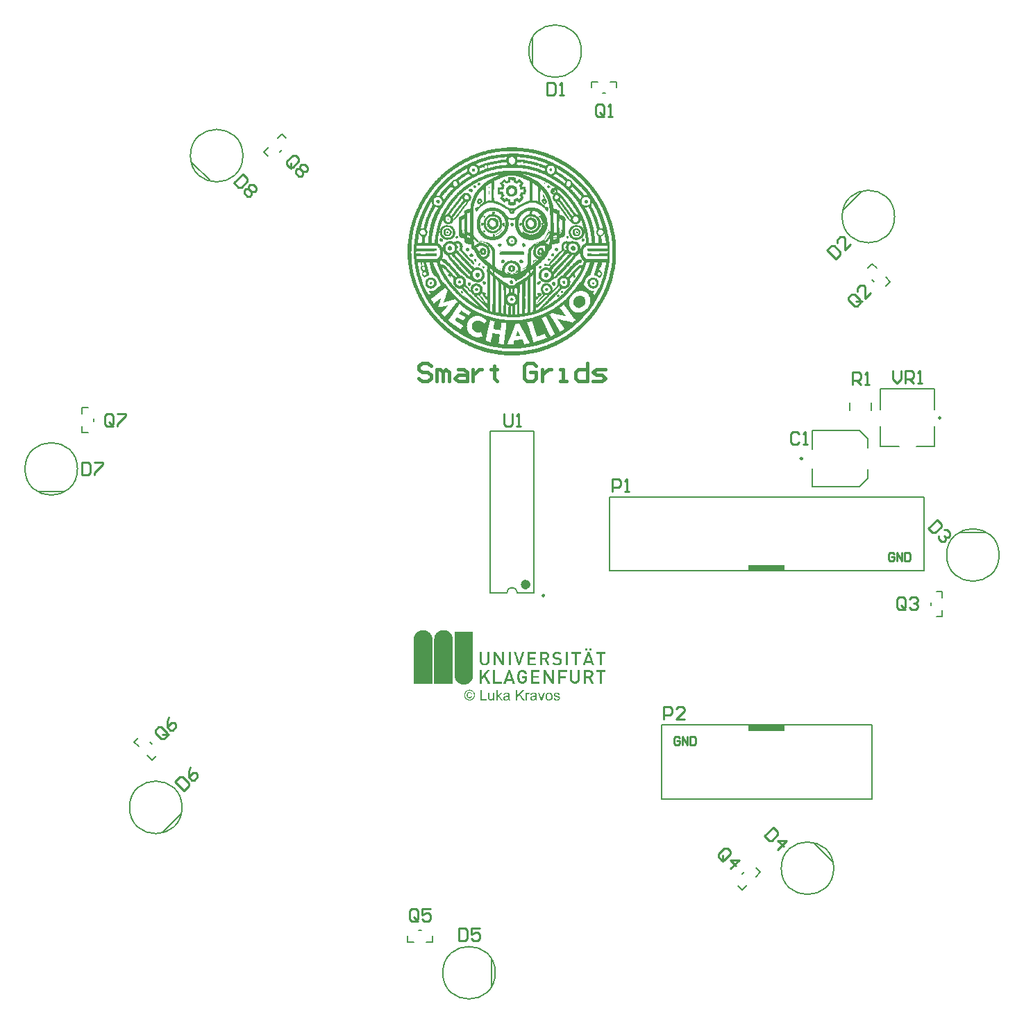
<source format=gto>
G04*
G04 #@! TF.GenerationSoftware,Altium Limited,Altium Designer,24.6.1 (21)*
G04*
G04 Layer_Color=65535*
%FSLAX44Y44*%
%MOMM*%
G71*
G04*
G04 #@! TF.SameCoordinates,7ED302C6-E4C6-4C30-95F2-E30C317DAF44*
G04*
G04*
G04 #@! TF.FilePolarity,Positive*
G04*
G01*
G75*
%ADD10C,0.1500*%
%ADD11C,0.2500*%
%ADD12C,0.6000*%
%ADD13C,0.2000*%
%ADD14C,0.2540*%
%ADD15C,0.4500*%
%ADD16R,4.5000X0.8000*%
%ADD17R,4.5000X0.8000*%
G36*
X5951Y444148D02*
X9918D01*
Y443843D01*
X14191D01*
Y443538D01*
X16632D01*
Y443232D01*
X18768D01*
Y442927D01*
X20599D01*
Y442622D01*
X22430D01*
Y442317D01*
X24262D01*
Y442012D01*
X26398D01*
Y441707D01*
X27618D01*
Y441401D01*
X29144D01*
Y441096D01*
X30365D01*
Y440791D01*
X31891D01*
Y440486D01*
X33112D01*
Y440181D01*
X34332D01*
Y439875D01*
X35248D01*
Y439570D01*
X36163D01*
Y439265D01*
X37079D01*
Y438960D01*
X37994D01*
Y438655D01*
X38910D01*
Y438350D01*
X39825D01*
Y438044D01*
X40741D01*
Y437739D01*
X41656D01*
Y437434D01*
X42267D01*
Y437129D01*
X43182D01*
Y436824D01*
X44098D01*
Y436519D01*
X45013D01*
Y436213D01*
X45624D01*
Y435908D01*
X46234D01*
Y435603D01*
X47150D01*
Y435298D01*
X47760D01*
Y434993D01*
X48675D01*
Y434688D01*
X49286D01*
Y434382D01*
X49896D01*
Y434077D01*
X50812D01*
Y433772D01*
X51422D01*
Y433467D01*
X52032D01*
Y433162D01*
X52643D01*
Y432856D01*
X53253D01*
Y432551D01*
X53864D01*
Y432246D01*
X54474D01*
Y431941D01*
X55084D01*
Y431636D01*
X55695D01*
Y431331D01*
X56305D01*
Y431025D01*
X56915D01*
Y430720D01*
X57526D01*
Y430415D01*
X58136D01*
Y430110D01*
X58746D01*
Y429805D01*
X59051D01*
Y429500D01*
X59662D01*
Y429194D01*
X60272D01*
Y428889D01*
X60883D01*
Y428584D01*
X61188D01*
Y428279D01*
X61798D01*
Y427974D01*
X62408D01*
Y427668D01*
X62714D01*
Y427363D01*
X63324D01*
Y427058D01*
X63934D01*
Y426753D01*
X64545D01*
Y426448D01*
X64850D01*
Y426143D01*
X65460D01*
Y425837D01*
X66071D01*
Y425532D01*
X66376D01*
Y425227D01*
X66986D01*
Y424922D01*
X67291D01*
Y424617D01*
X67902D01*
Y424311D01*
X68512D01*
Y424006D01*
X68817D01*
Y423701D01*
X69427D01*
Y423396D01*
X69733D01*
Y423091D01*
X70343D01*
Y422786D01*
X70648D01*
Y422481D01*
X71259D01*
Y422175D01*
X71564D01*
Y421870D01*
X72174D01*
Y421565D01*
X72479D01*
Y421260D01*
X73090D01*
Y420955D01*
X73395D01*
Y420649D01*
X73700D01*
Y420344D01*
X74310D01*
Y420039D01*
X74616D01*
Y419734D01*
X74921D01*
Y419429D01*
X75531D01*
Y419123D01*
X75836D01*
Y418818D01*
X76141D01*
Y418513D01*
X76752D01*
Y418208D01*
X77057D01*
Y417903D01*
X77362D01*
Y417598D01*
X77667D01*
Y417293D01*
X78278D01*
Y416987D01*
X78583D01*
Y416682D01*
X78888D01*
Y416377D01*
X79193D01*
Y416072D01*
X79498D01*
Y415767D01*
X80109D01*
Y415461D01*
X80414D01*
Y415156D01*
X80719D01*
Y414851D01*
X81024D01*
Y414546D01*
X81329D01*
Y414241D01*
X81940D01*
Y413936D01*
X82245D01*
Y413630D01*
X82550D01*
Y413325D01*
X83160D01*
Y413020D01*
X83466D01*
Y412715D01*
X83771D01*
Y412410D01*
X84076D01*
Y412104D01*
X84381D01*
Y411799D01*
X84686D01*
Y411494D01*
X84991D01*
Y411189D01*
X85297D01*
Y410884D01*
X85602D01*
Y410579D01*
X85907D01*
Y410273D01*
X86212D01*
Y409968D01*
X86517D01*
Y409663D01*
X86823D01*
Y409358D01*
X87128D01*
Y409053D01*
X87433D01*
Y408747D01*
X87738D01*
Y408442D01*
X88043D01*
Y408137D01*
X88348D01*
Y407832D01*
X88654D01*
Y407527D01*
X88959D01*
Y407222D01*
X89264D01*
Y406917D01*
X89569D01*
Y406611D01*
X89874D01*
Y406306D01*
X90179D01*
Y406001D01*
X90485D01*
Y405696D01*
X90790D01*
Y405391D01*
X91095D01*
Y405085D01*
X91400D01*
Y404780D01*
X91705D01*
Y404475D01*
X92010D01*
Y404170D01*
X92316D01*
Y403865D01*
X92621D01*
Y403560D01*
X92926D01*
Y403254D01*
X93231D01*
Y402644D01*
X93536D01*
Y402339D01*
X93841D01*
Y402034D01*
X94147D01*
Y401729D01*
X94452D01*
Y401423D01*
X94757D01*
Y401118D01*
X95062D01*
Y400508D01*
X95367D01*
Y400203D01*
X95673D01*
Y399897D01*
X95978D01*
Y399592D01*
X96283D01*
Y399287D01*
X96588D01*
Y398982D01*
X96893D01*
Y398372D01*
X97198D01*
Y398066D01*
X97504D01*
Y397761D01*
X97809D01*
Y397456D01*
X98114D01*
Y396846D01*
X98419D01*
Y396540D01*
X98724D01*
Y396235D01*
X99030D01*
Y395625D01*
X99335D01*
Y395320D01*
X99640D01*
Y395015D01*
X99945D01*
Y394404D01*
X100250D01*
Y394099D01*
X100555D01*
Y393794D01*
X100861D01*
Y393184D01*
X101166D01*
Y392878D01*
X101471D01*
Y392573D01*
X101776D01*
Y392268D01*
X102081D01*
Y391658D01*
X102387D01*
Y391353D01*
X102692D01*
Y391047D01*
X102997D01*
Y390437D01*
X103302D01*
Y390132D01*
X103607D01*
Y389521D01*
X103912D01*
Y389216D01*
X104218D01*
Y388911D01*
X104523D01*
Y388301D01*
X104828D01*
Y387996D01*
X105133D01*
Y387385D01*
X105438D01*
Y386775D01*
X105743D01*
Y386470D01*
X106049D01*
Y385859D01*
X106354D01*
Y385554D01*
X106659D01*
Y384944D01*
X106964D01*
Y384639D01*
X107269D01*
Y384028D01*
X107575D01*
Y383723D01*
X107880D01*
Y383113D01*
X108185D01*
Y382502D01*
X108490D01*
Y382197D01*
X108795D01*
Y381587D01*
X109100D01*
Y381282D01*
X109405D01*
Y380671D01*
X109711D01*
Y380061D01*
X110016D01*
Y379756D01*
X110321D01*
Y379146D01*
X110626D01*
Y378535D01*
X110931D01*
Y377925D01*
X111237D01*
Y377314D01*
X111542D01*
Y377009D01*
X111847D01*
Y376399D01*
X112152D01*
Y375789D01*
X112457D01*
Y375178D01*
X112762D01*
Y374568D01*
X113068D01*
Y373957D01*
X113373D01*
Y373347D01*
X113678D01*
Y372737D01*
X113983D01*
Y372127D01*
X114288D01*
Y371516D01*
X114593D01*
Y370906D01*
X114899D01*
Y370295D01*
X115204D01*
Y369380D01*
X115509D01*
Y368769D01*
X115814D01*
Y368159D01*
X116119D01*
Y367549D01*
X116425D01*
Y366633D01*
X116730D01*
Y366023D01*
X117035D01*
Y365107D01*
X117340D01*
Y364192D01*
X117645D01*
Y363582D01*
X117950D01*
Y362666D01*
X118256D01*
Y362056D01*
X118561D01*
Y361140D01*
X118866D01*
Y360530D01*
X119171D01*
Y359614D01*
X119476D01*
Y358699D01*
X119782D01*
Y358088D01*
X120087D01*
Y357173D01*
X120392D01*
Y356257D01*
X120697D01*
Y355342D01*
X121002D01*
Y354426D01*
X121307D01*
Y353206D01*
X121613D01*
Y352290D01*
X121918D01*
Y351375D01*
X122223D01*
Y350154D01*
X122528D01*
Y349238D01*
X122833D01*
Y348018D01*
X123138D01*
Y347102D01*
X123444D01*
Y345881D01*
X123749D01*
Y344356D01*
X124054D01*
Y342830D01*
X124359D01*
Y341609D01*
X124664D01*
Y339778D01*
X124970D01*
Y338252D01*
X125275D01*
Y336421D01*
X125580D01*
Y334285D01*
X125885D01*
Y331843D01*
X126190D01*
Y329707D01*
X126495D01*
Y326655D01*
X126800D01*
Y308650D01*
X126495D01*
Y304683D01*
X126190D01*
Y301936D01*
X125885D01*
Y299800D01*
X125580D01*
Y298274D01*
X125275D01*
Y296138D01*
X124970D01*
Y294307D01*
X124664D01*
Y293086D01*
X124359D01*
Y291560D01*
X124054D01*
Y290339D01*
X123749D01*
Y289119D01*
X123444D01*
Y287593D01*
X123138D01*
Y286067D01*
X122833D01*
Y285151D01*
X122528D01*
Y283931D01*
X122223D01*
Y282710D01*
X121918D01*
Y281794D01*
X121613D01*
Y280879D01*
X121307D01*
Y279658D01*
X121002D01*
Y279048D01*
X120697D01*
Y278132D01*
X120392D01*
Y277217D01*
X120087D01*
Y276606D01*
X119782D01*
Y275691D01*
X119476D01*
Y274775D01*
X119171D01*
Y273860D01*
X118866D01*
Y272944D01*
X118561D01*
Y272334D01*
X118256D01*
Y271418D01*
X117950D01*
Y270808D01*
X117645D01*
Y269893D01*
X117340D01*
Y269282D01*
X117035D01*
Y268367D01*
X116730D01*
Y267756D01*
X116425D01*
Y267146D01*
X116119D01*
Y266536D01*
X115814D01*
Y265925D01*
X115509D01*
Y265315D01*
X115204D01*
Y264705D01*
X114899D01*
Y264094D01*
X114593D01*
Y263484D01*
X114288D01*
Y262873D01*
X113983D01*
Y262263D01*
X113678D01*
Y261653D01*
X113373D01*
Y261042D01*
X113068D01*
Y260432D01*
X112762D01*
Y259822D01*
X112457D01*
Y259211D01*
X112152D01*
Y258601D01*
X111847D01*
Y258296D01*
X111542D01*
Y257686D01*
X111237D01*
Y257075D01*
X110931D01*
Y256465D01*
X110626D01*
Y256160D01*
X110321D01*
Y255549D01*
X110016D01*
Y254939D01*
X109711D01*
Y254329D01*
X109405D01*
Y254023D01*
X109100D01*
Y253413D01*
X108795D01*
Y252803D01*
X108490D01*
Y252498D01*
X108185D01*
Y251887D01*
X107880D01*
Y251277D01*
X107575D01*
Y250972D01*
X107269D01*
Y250361D01*
X106964D01*
Y249751D01*
X106354D01*
Y249141D01*
X106049D01*
Y248530D01*
X105743D01*
Y248225D01*
X105438D01*
Y247615D01*
X105133D01*
Y247310D01*
X104828D01*
Y246699D01*
X104523D01*
Y246394D01*
X104218D01*
Y245784D01*
X103912D01*
Y245478D01*
X103607D01*
Y244868D01*
X103302D01*
Y244563D01*
X102997D01*
Y244258D01*
X102692D01*
Y243647D01*
X102387D01*
Y243037D01*
X102081D01*
Y242732D01*
X101776D01*
Y242427D01*
X101471D01*
Y242122D01*
X101166D01*
Y241511D01*
X100861D01*
Y241206D01*
X100555D01*
Y240901D01*
X100250D01*
Y240291D01*
X99945D01*
Y239985D01*
X99640D01*
Y239680D01*
X99335D01*
Y239375D01*
X99030D01*
Y238765D01*
X98724D01*
Y238459D01*
X98419D01*
Y238154D01*
X98114D01*
Y237849D01*
X97809D01*
Y237239D01*
X97504D01*
Y236934D01*
X97198D01*
Y236628D01*
X96893D01*
Y236323D01*
X96588D01*
Y236018D01*
X96283D01*
Y235713D01*
X95978D01*
Y235103D01*
X95673D01*
Y234797D01*
X95367D01*
Y234492D01*
X95062D01*
Y234187D01*
X94757D01*
Y233882D01*
X94452D01*
Y233577D01*
X94147D01*
Y233272D01*
X93841D01*
Y232661D01*
X93536D01*
Y232356D01*
X93231D01*
Y232051D01*
X92926D01*
Y231746D01*
X92621D01*
Y231440D01*
X92316D01*
Y231135D01*
X92010D01*
Y230830D01*
X91705D01*
Y230525D01*
X91400D01*
Y230220D01*
X91095D01*
Y229915D01*
X90790D01*
Y229609D01*
X90485D01*
Y229304D01*
X90179D01*
Y228999D01*
X89874D01*
Y228694D01*
X89569D01*
Y228389D01*
X89264D01*
Y228083D01*
X88959D01*
Y227778D01*
X88654D01*
Y227473D01*
X88348D01*
Y227168D01*
X88043D01*
Y226863D01*
X87738D01*
Y226558D01*
X87433D01*
Y226252D01*
X87128D01*
Y225947D01*
X86823D01*
Y225642D01*
X86212D01*
Y225337D01*
X85907D01*
Y225032D01*
X85602D01*
Y224727D01*
X85297D01*
Y224421D01*
X84991D01*
Y224116D01*
X84686D01*
Y223811D01*
X84381D01*
Y223506D01*
X84076D01*
Y223201D01*
X83771D01*
Y222896D01*
X83466D01*
Y222590D01*
X83160D01*
Y222285D01*
X82855D01*
Y221980D01*
X82550D01*
Y221675D01*
X82245D01*
Y221370D01*
X81940D01*
Y221064D01*
X81329D01*
Y220759D01*
X81024D01*
Y220454D01*
X80719D01*
Y220149D01*
X80414D01*
Y219844D01*
X79804D01*
Y219539D01*
X79498D01*
Y219233D01*
X79193D01*
Y218928D01*
X78888D01*
Y218623D01*
X78278D01*
Y218318D01*
X77972D01*
Y218013D01*
X77667D01*
Y217708D01*
X77057D01*
Y217402D01*
X76752D01*
Y217097D01*
X76446D01*
Y216792D01*
X76141D01*
Y216487D01*
X75531D01*
Y216182D01*
X75226D01*
Y215877D01*
X74921D01*
Y215571D01*
X74310D01*
Y215266D01*
X74005D01*
Y214961D01*
X73700D01*
Y214656D01*
X73090D01*
Y214351D01*
X72784D01*
Y214045D01*
X72479D01*
Y213740D01*
X71869D01*
Y213435D01*
X71564D01*
Y213130D01*
X70953D01*
Y212825D01*
X70648D01*
Y212519D01*
X70038D01*
Y212214D01*
X69733D01*
Y211909D01*
X69122D01*
Y211604D01*
X68817D01*
Y211299D01*
X68207D01*
Y210994D01*
X67902D01*
Y210688D01*
X67291D01*
Y210383D01*
X66986D01*
Y210078D01*
X66376D01*
Y209773D01*
X65765D01*
Y209468D01*
X65460D01*
Y209163D01*
X64850D01*
Y208857D01*
X64240D01*
Y208552D01*
X63934D01*
Y208247D01*
X63324D01*
Y207942D01*
X62714D01*
Y207637D01*
X62103D01*
Y207332D01*
X61493D01*
Y207026D01*
X61188D01*
Y206721D01*
X60577D01*
Y206416D01*
X59967D01*
Y206111D01*
X59357D01*
Y205806D01*
X58746D01*
Y205501D01*
X58136D01*
Y205195D01*
X57831D01*
Y204890D01*
X57221D01*
Y204585D01*
X56610D01*
Y204280D01*
X56000D01*
Y203975D01*
X55389D01*
Y203669D01*
X54779D01*
Y203364D01*
X54169D01*
Y203059D01*
X53253D01*
Y202754D01*
X52643D01*
Y202449D01*
X51727D01*
Y202143D01*
X51117D01*
Y201838D01*
X50507D01*
Y201533D01*
X49896D01*
Y201228D01*
X49286D01*
Y200923D01*
X48370D01*
Y200618D01*
X47760D01*
Y200312D01*
X47150D01*
Y200007D01*
X46234D01*
Y199702D01*
X45624D01*
Y199397D01*
X45013D01*
Y199092D01*
X44098D01*
Y198787D01*
X43488D01*
Y198481D01*
X42572D01*
Y198176D01*
X41351D01*
Y197871D01*
X40741D01*
Y197566D01*
X39825D01*
Y197261D01*
X38910D01*
Y196956D01*
X37994D01*
Y196650D01*
X37079D01*
Y196345D01*
X36163D01*
Y196040D01*
X35248D01*
Y195735D01*
X34027D01*
Y195430D01*
X33112D01*
Y195124D01*
X31891D01*
Y194819D01*
X30670D01*
Y194514D01*
X29450D01*
Y194209D01*
X28229D01*
Y193904D01*
X27008D01*
Y193599D01*
X25482D01*
Y193293D01*
X23651D01*
Y192988D01*
X21515D01*
Y192683D01*
X19379D01*
Y192378D01*
X17242D01*
Y192073D01*
X15106D01*
Y191768D01*
X12360D01*
Y191462D01*
X9613D01*
Y191157D01*
X2289D01*
Y190852D01*
X-2594D01*
Y191157D01*
X-9613D01*
Y191462D01*
X-12360D01*
Y191768D01*
X-15106D01*
Y192073D01*
X-17242D01*
Y192378D01*
X-19379D01*
Y192683D01*
X-21515D01*
Y192988D01*
X-23651D01*
Y193293D01*
X-25482D01*
Y193599D01*
X-27008D01*
Y193904D01*
X-28229D01*
Y194209D01*
X-29450D01*
Y194514D01*
X-30670D01*
Y194819D01*
X-31586D01*
Y195124D01*
X-32806D01*
Y195430D01*
X-34027D01*
Y195735D01*
X-34943D01*
Y196040D01*
X-36163D01*
Y196345D01*
X-37079D01*
Y196650D01*
X-37689D01*
Y196956D01*
X-38605D01*
Y197261D01*
X-39520D01*
Y197566D01*
X-40436D01*
Y197871D01*
X-41351D01*
Y198176D01*
X-42267D01*
Y198481D01*
X-43182D01*
Y198787D01*
X-44098D01*
Y199092D01*
X-44708D01*
Y199397D01*
X-45319D01*
Y199702D01*
X-46234D01*
Y200007D01*
X-46845D01*
Y200312D01*
X-47760D01*
Y200618D01*
X-48370D01*
Y200923D01*
X-49286D01*
Y201228D01*
X-49896D01*
Y201533D01*
X-50507D01*
Y201838D01*
X-51117D01*
Y202143D01*
X-51727D01*
Y202449D01*
X-52338D01*
Y202754D01*
X-53253D01*
Y203059D01*
X-53558D01*
Y203364D01*
X-54474D01*
Y203669D01*
X-55084D01*
Y203975D01*
X-55695D01*
Y204280D01*
X-56305D01*
Y204585D01*
X-56915D01*
Y204890D01*
X-57221D01*
Y205195D01*
X-57831D01*
Y205501D01*
X-58441D01*
Y205806D01*
X-59051D01*
Y206111D01*
X-59662D01*
Y206416D01*
X-60272D01*
Y206721D01*
X-60883D01*
Y207026D01*
X-61493D01*
Y207332D01*
X-62103D01*
Y207637D01*
X-62408D01*
Y207942D01*
X-63019D01*
Y208247D01*
X-63629D01*
Y208552D01*
X-64240D01*
Y208857D01*
X-64850D01*
Y209163D01*
X-65155D01*
Y209468D01*
X-65765D01*
Y209773D01*
X-66071D01*
Y210078D01*
X-66681D01*
Y210383D01*
X-67291D01*
Y210688D01*
X-67596D01*
Y210994D01*
X-67902D01*
Y211299D01*
X-68512D01*
Y211604D01*
X-69122D01*
Y211909D01*
X-69427D01*
Y212214D01*
X-69733D01*
Y212519D01*
X-70343D01*
Y212825D01*
X-70648D01*
Y213130D01*
X-71259D01*
Y213435D01*
X-71564D01*
Y213740D01*
X-72174D01*
Y214045D01*
X-72479D01*
Y214351D01*
X-73090D01*
Y214656D01*
X-73395D01*
Y214961D01*
X-73700D01*
Y215266D01*
X-74005D01*
Y215571D01*
X-74616D01*
Y215877D01*
X-74921D01*
Y216182D01*
X-75226D01*
Y216487D01*
X-75836D01*
Y216792D01*
X-76141D01*
Y217097D01*
X-76752D01*
Y217402D01*
X-77057D01*
Y217708D01*
X-77362D01*
Y218013D01*
X-77972D01*
Y218318D01*
X-78278D01*
Y218623D01*
X-78583D01*
Y218928D01*
X-78888D01*
Y219233D01*
X-79193D01*
Y219539D01*
X-79498D01*
Y219844D01*
X-80109D01*
Y220149D01*
X-80414D01*
Y220454D01*
X-80719D01*
Y220759D01*
X-81024D01*
Y221064D01*
X-81329D01*
Y221370D01*
X-81940D01*
Y221675D01*
X-82245D01*
Y221980D01*
X-82550D01*
Y222285D01*
X-82855D01*
Y222590D01*
X-83160D01*
Y222896D01*
X-83771D01*
Y223201D01*
X-84076D01*
Y223506D01*
X-84381D01*
Y223811D01*
X-84686D01*
Y224116D01*
X-84991D01*
Y224421D01*
X-85297D01*
Y224727D01*
X-85602D01*
Y225032D01*
X-85907D01*
Y225337D01*
X-86212D01*
Y225642D01*
X-86517D01*
Y225947D01*
X-86823D01*
Y226252D01*
X-87128D01*
Y226558D01*
X-87433D01*
Y226863D01*
X-88043D01*
Y227168D01*
X-88348D01*
Y227473D01*
X-88654D01*
Y227778D01*
X-88959D01*
Y228083D01*
X-89264D01*
Y228389D01*
X-89569D01*
Y228694D01*
X-89874D01*
Y228999D01*
X-90179D01*
Y229304D01*
X-90485D01*
Y229609D01*
X-90790D01*
Y229915D01*
X-91095D01*
Y230220D01*
X-91400D01*
Y230525D01*
X-91705D01*
Y230830D01*
X-92010D01*
Y231135D01*
X-92316D01*
Y231440D01*
X-92621D01*
Y231746D01*
X-92926D01*
Y232051D01*
X-93231D01*
Y232356D01*
X-93536D01*
Y232661D01*
X-93841D01*
Y232966D01*
X-94147D01*
Y233272D01*
X-94452D01*
Y233882D01*
X-94757D01*
Y234187D01*
X-95062D01*
Y234492D01*
X-95367D01*
Y234797D01*
X-95673D01*
Y235103D01*
X-95978D01*
Y235408D01*
X-96283D01*
Y235713D01*
X-96588D01*
Y236323D01*
X-96893D01*
Y236628D01*
X-97198D01*
Y236934D01*
X-97504D01*
Y237239D01*
X-97809D01*
Y237544D01*
X-98114D01*
Y237849D01*
X-98419D01*
Y238459D01*
X-98724D01*
Y238765D01*
X-99030D01*
Y239070D01*
X-99335D01*
Y239375D01*
X-99640D01*
Y239985D01*
X-99945D01*
Y240291D01*
X-100250D01*
Y240596D01*
X-100555D01*
Y240901D01*
X-100861D01*
Y241511D01*
X-101166D01*
Y241816D01*
X-101471D01*
Y242122D01*
X-101776D01*
Y242732D01*
X-102081D01*
Y243037D01*
X-102387D01*
Y243342D01*
X-102692D01*
Y243953D01*
X-102997D01*
Y244258D01*
X-103302D01*
Y244563D01*
X-103607D01*
Y245173D01*
X-103912D01*
Y245478D01*
X-104218D01*
Y246089D01*
X-104523D01*
Y246394D01*
X-104828D01*
Y246699D01*
X-105133D01*
Y247310D01*
X-105438D01*
Y247615D01*
X-105743D01*
Y248225D01*
X-106049D01*
Y248530D01*
X-106354D01*
Y249141D01*
X-106659D01*
Y249446D01*
X-106964D01*
Y250056D01*
X-107269D01*
Y250667D01*
X-107575D01*
Y250972D01*
X-107880D01*
Y251582D01*
X-108185D01*
Y252192D01*
X-108490D01*
Y252498D01*
X-108795D01*
Y253108D01*
X-109100D01*
Y253718D01*
X-109405D01*
Y254023D01*
X-109711D01*
Y254634D01*
X-110016D01*
Y254939D01*
X-110321D01*
Y255549D01*
X-110626D01*
Y256160D01*
X-110931D01*
Y256465D01*
X-111237D01*
Y257075D01*
X-111542D01*
Y257686D01*
X-111847D01*
Y257991D01*
X-112152D01*
Y258601D01*
X-112457D01*
Y259211D01*
X-112762D01*
Y259822D01*
X-113068D01*
Y260432D01*
X-113373D01*
Y261042D01*
X-113678D01*
Y261653D01*
X-113983D01*
Y262263D01*
X-114288D01*
Y262873D01*
X-114593D01*
Y263789D01*
X-114899D01*
Y264399D01*
X-115204D01*
Y265010D01*
X-115509D01*
Y265620D01*
X-115814D01*
Y266231D01*
X-116119D01*
Y266841D01*
X-116425D01*
Y267451D01*
X-116730D01*
Y268367D01*
X-117035D01*
Y268977D01*
X-117340D01*
Y269587D01*
X-117645D01*
Y270198D01*
X-117950D01*
Y271113D01*
X-118256D01*
Y271724D01*
X-118561D01*
Y272639D01*
X-118866D01*
Y273249D01*
X-119171D01*
Y274165D01*
X-119476D01*
Y274775D01*
X-119782D01*
Y275691D01*
X-120087D01*
Y276606D01*
X-120392D01*
Y277217D01*
X-120697D01*
Y278132D01*
X-121002D01*
Y279048D01*
X-121307D01*
Y279963D01*
X-121613D01*
Y280574D01*
X-121918D01*
Y281489D01*
X-122223D01*
Y282405D01*
X-122528D01*
Y283626D01*
X-122833D01*
Y284846D01*
X-123138D01*
Y286067D01*
X-123444D01*
Y286982D01*
X-123749D01*
Y288203D01*
X-124054D01*
Y289729D01*
X-124359D01*
Y290950D01*
X-124664D01*
Y292476D01*
X-124970D01*
Y294002D01*
X-125275D01*
Y295833D01*
X-125580D01*
Y297358D01*
X-125885D01*
Y298884D01*
X-126190D01*
Y300715D01*
X-126495D01*
Y304072D01*
X-126800D01*
Y306819D01*
X-127106D01*
Y307124D01*
X-126800D01*
Y308039D01*
X-127106D01*
Y311702D01*
X-127411D01*
Y322993D01*
X-127106D01*
Y327266D01*
X-126800D01*
Y330012D01*
X-126495D01*
Y333064D01*
X-126190D01*
Y335505D01*
X-125885D01*
Y337642D01*
X-125580D01*
Y339168D01*
X-125275D01*
Y340693D01*
X-124970D01*
Y341914D01*
X-124664D01*
Y343440D01*
X-124359D01*
Y344966D01*
X-124054D01*
Y346492D01*
X-123749D01*
Y347712D01*
X-123444D01*
Y348933D01*
X-123138D01*
Y350154D01*
X-122833D01*
Y351069D01*
X-122528D01*
Y351985D01*
X-122223D01*
Y353206D01*
X-121918D01*
Y354121D01*
X-121613D01*
Y355342D01*
X-121307D01*
Y355952D01*
X-121002D01*
Y357173D01*
X-120697D01*
Y357783D01*
X-120392D01*
Y358699D01*
X-120087D01*
Y359614D01*
X-119782D01*
Y360530D01*
X-119476D01*
Y361140D01*
X-119171D01*
Y362056D01*
X-118866D01*
Y362971D01*
X-118561D01*
Y363582D01*
X-118256D01*
Y364497D01*
X-117950D01*
Y365107D01*
X-117645D01*
Y365718D01*
X-117340D01*
Y366633D01*
X-117035D01*
Y367244D01*
X-116730D01*
Y367854D01*
X-116425D01*
Y368464D01*
X-116119D01*
Y369380D01*
X-115814D01*
Y369990D01*
X-115509D01*
Y370601D01*
X-115204D01*
Y371211D01*
X-114899D01*
Y371821D01*
X-114593D01*
Y372432D01*
X-114288D01*
Y373347D01*
X-113983D01*
Y373957D01*
X-113678D01*
Y374568D01*
X-113373D01*
Y375178D01*
X-113068D01*
Y375789D01*
X-112762D01*
Y376399D01*
X-112457D01*
Y377009D01*
X-112152D01*
Y377314D01*
X-111847D01*
Y378230D01*
X-111542D01*
Y378535D01*
X-111237D01*
Y379146D01*
X-110931D01*
Y379756D01*
X-110626D01*
Y380061D01*
X-110321D01*
Y380671D01*
X-110016D01*
Y381282D01*
X-109711D01*
Y381587D01*
X-109405D01*
Y382197D01*
X-109100D01*
Y382808D01*
X-108795D01*
Y383418D01*
X-108490D01*
Y383723D01*
X-108185D01*
Y384333D01*
X-107880D01*
Y384639D01*
X-107575D01*
Y385249D01*
X-107269D01*
Y385859D01*
X-106964D01*
Y386165D01*
X-106659D01*
Y386775D01*
X-106354D01*
Y387080D01*
X-106049D01*
Y387690D01*
X-105743D01*
Y387996D01*
X-105438D01*
Y388606D01*
X-105133D01*
Y388911D01*
X-104828D01*
Y389521D01*
X-104523D01*
Y389827D01*
X-104218D01*
Y390132D01*
X-103912D01*
Y390742D01*
X-103607D01*
Y391047D01*
X-103302D01*
Y391658D01*
X-102997D01*
Y391963D01*
X-102692D01*
Y392268D01*
X-102387D01*
Y392878D01*
X-102081D01*
Y393184D01*
X-101776D01*
Y393489D01*
X-101471D01*
Y393794D01*
X-101166D01*
Y394404D01*
X-100861D01*
Y394710D01*
X-100555D01*
Y395015D01*
X-100250D01*
Y395625D01*
X-99945D01*
Y395930D01*
X-99640D01*
Y396235D01*
X-99335D01*
Y396846D01*
X-99030D01*
Y397151D01*
X-98724D01*
Y397456D01*
X-98419D01*
Y397761D01*
X-98114D01*
Y398372D01*
X-97809D01*
Y398677D01*
X-97504D01*
Y398982D01*
X-97198D01*
Y399287D01*
X-96893D01*
Y399897D01*
X-96588D01*
Y400203D01*
X-96283D01*
Y400508D01*
X-95978D01*
Y400813D01*
X-95673D01*
Y401118D01*
X-95367D01*
Y401423D01*
X-95062D01*
Y402034D01*
X-94757D01*
Y402339D01*
X-94452D01*
Y402644D01*
X-94147D01*
Y402949D01*
X-93841D01*
Y403254D01*
X-93536D01*
Y403560D01*
X-93231D01*
Y403865D01*
X-92926D01*
Y404170D01*
X-92621D01*
Y404475D01*
X-92316D01*
Y404780D01*
X-92010D01*
Y405391D01*
X-91400D01*
Y406001D01*
X-91095D01*
Y406306D01*
X-90790D01*
Y406611D01*
X-90485D01*
Y406917D01*
X-90179D01*
Y407222D01*
X-89874D01*
Y407527D01*
X-89569D01*
Y407832D01*
X-88959D01*
Y408137D01*
X-88654D01*
Y408442D01*
X-88348D01*
Y408747D01*
X-88043D01*
Y409053D01*
X-87738D01*
Y409358D01*
X-87433D01*
Y409663D01*
X-87128D01*
Y409968D01*
X-86823D01*
Y410273D01*
X-86517D01*
Y410579D01*
X-86212D01*
Y410884D01*
X-85907D01*
Y411189D01*
X-85602D01*
Y411494D01*
X-85297D01*
Y411799D01*
X-84991D01*
Y412104D01*
X-84381D01*
Y412410D01*
X-84076D01*
Y412715D01*
X-83771D01*
Y413020D01*
X-83466D01*
Y413325D01*
X-83160D01*
Y413630D01*
X-82550D01*
Y413936D01*
X-82245D01*
Y414241D01*
X-81940D01*
Y414546D01*
X-81635D01*
Y414851D01*
X-81329D01*
Y415156D01*
X-81024D01*
Y415461D01*
X-80719D01*
Y415767D01*
X-80109D01*
Y416072D01*
X-79804D01*
Y416377D01*
X-79498D01*
Y416682D01*
X-79193D01*
Y416987D01*
X-78583D01*
Y417293D01*
X-78278D01*
Y417598D01*
X-77972D01*
Y417903D01*
X-77667D01*
Y418208D01*
X-77057D01*
Y418513D01*
X-76752D01*
Y418818D01*
X-76141D01*
Y419123D01*
X-75836D01*
Y419429D01*
X-75531D01*
Y419734D01*
X-74921D01*
Y420039D01*
X-74616D01*
Y420344D01*
X-74310D01*
Y420649D01*
X-73700D01*
Y420955D01*
X-73395D01*
Y421260D01*
X-72784D01*
Y421565D01*
X-72479D01*
Y421870D01*
X-71869D01*
Y422175D01*
X-71564D01*
Y422481D01*
X-70953D01*
Y422786D01*
X-70648D01*
Y423091D01*
X-70038D01*
Y423396D01*
X-69733D01*
Y423701D01*
X-69122D01*
Y424006D01*
X-68817D01*
Y424311D01*
X-68207D01*
Y424617D01*
X-67902D01*
Y424922D01*
X-67291D01*
Y425227D01*
X-66986D01*
Y425532D01*
X-66376D01*
Y425837D01*
X-65765D01*
Y426143D01*
X-65155D01*
Y426448D01*
X-64850D01*
Y426753D01*
X-64240D01*
Y427058D01*
X-63629D01*
Y427363D01*
X-63019D01*
Y427668D01*
X-62714D01*
Y427974D01*
X-62103D01*
Y428279D01*
X-61493D01*
Y428584D01*
X-61188D01*
Y428889D01*
X-60577D01*
Y429194D01*
X-59967D01*
Y429500D01*
X-59357D01*
Y429805D01*
X-58746D01*
Y430110D01*
X-58136D01*
Y430415D01*
X-57526D01*
Y430720D01*
X-56915D01*
Y431025D01*
X-56610D01*
Y431331D01*
X-56000D01*
Y431636D01*
X-55084D01*
Y431941D01*
X-54474D01*
Y432246D01*
X-53864D01*
Y432551D01*
X-53253D01*
Y432856D01*
X-52643D01*
Y433162D01*
X-52032D01*
Y433467D01*
X-51422D01*
Y433772D01*
X-50812D01*
Y434077D01*
X-50201D01*
Y434382D01*
X-49286D01*
Y434688D01*
X-48675D01*
Y434993D01*
X-47760D01*
Y435298D01*
X-47150D01*
Y435603D01*
X-46234D01*
Y435908D01*
X-45624D01*
Y436213D01*
X-44708D01*
Y436519D01*
X-43793D01*
Y436824D01*
X-42877D01*
Y437129D01*
X-41962D01*
Y437434D01*
X-41046D01*
Y437739D01*
X-40131D01*
Y438044D01*
X-39520D01*
Y438350D01*
X-38605D01*
Y438655D01*
X-37689D01*
Y438960D01*
X-36774D01*
Y439265D01*
X-35858D01*
Y439570D01*
X-34637D01*
Y439875D01*
X-33417D01*
Y440181D01*
X-32196D01*
Y440486D01*
X-30975D01*
Y440791D01*
X-30060D01*
Y441096D01*
X-28534D01*
Y441401D01*
X-27008D01*
Y441707D01*
X-25787D01*
Y442012D01*
X-23956D01*
Y442317D01*
X-22736D01*
Y442622D01*
X-20905D01*
Y442927D01*
X-18463D01*
Y443232D01*
X-15411D01*
Y443538D01*
X-13580D01*
Y443843D01*
X-9613D01*
Y444148D01*
X-6256D01*
Y444453D01*
X5951D01*
Y444148D01*
D02*
G37*
G36*
X96699Y-169080D02*
X94771D01*
Y-168758D01*
X94450D01*
Y-166831D01*
X94771D01*
Y-166510D01*
X96699D01*
Y-169080D01*
D02*
G37*
G36*
X91881D02*
X89632D01*
Y-166510D01*
X91881D01*
Y-169080D01*
D02*
G37*
G36*
X57192Y-171007D02*
X58156D01*
Y-171328D01*
X58798D01*
Y-171649D01*
X59440D01*
Y-171970D01*
X59762D01*
Y-172292D01*
X60083D01*
Y-172613D01*
X59762D01*
Y-172934D01*
X59440D01*
Y-173255D01*
X59119D01*
Y-173576D01*
X58798D01*
Y-173897D01*
X58156D01*
Y-173576D01*
X57834D01*
Y-173255D01*
X57192D01*
Y-172934D01*
X55265D01*
Y-172613D01*
X54944D01*
Y-172934D01*
X53659D01*
Y-173255D01*
X53017D01*
Y-173576D01*
X52695D01*
Y-173897D01*
X52374D01*
Y-174540D01*
X52053D01*
Y-176146D01*
X52374D01*
Y-176467D01*
X52695D01*
Y-176788D01*
X53017D01*
Y-177109D01*
X53659D01*
Y-177431D01*
X54944D01*
Y-177752D01*
X56871D01*
Y-178073D01*
X58156D01*
Y-178394D01*
X58798D01*
Y-178715D01*
X59119D01*
Y-179037D01*
X59762D01*
Y-179358D01*
X60083D01*
Y-180000D01*
X60404D01*
Y-180643D01*
X60725D01*
Y-183533D01*
X60404D01*
Y-184497D01*
X60083D01*
Y-185139D01*
X59762D01*
Y-185460D01*
X59440D01*
Y-185782D01*
X59119D01*
Y-186103D01*
X58477D01*
Y-186424D01*
X57834D01*
Y-186745D01*
X56871D01*
Y-187066D01*
X52695D01*
Y-186745D01*
X51411D01*
Y-186424D01*
X50768D01*
Y-186103D01*
X50447D01*
Y-185782D01*
X49805D01*
Y-185460D01*
X49483D01*
Y-185139D01*
X49162D01*
Y-184818D01*
X49483D01*
Y-184497D01*
X49805D01*
Y-184176D01*
X50126D01*
Y-183854D01*
X50447D01*
Y-183533D01*
X51089D01*
Y-183854D01*
X51732D01*
Y-184176D01*
X52053D01*
Y-184497D01*
X53017D01*
Y-184818D01*
X56550D01*
Y-184497D01*
X57192D01*
Y-184176D01*
X57513D01*
Y-183854D01*
X57834D01*
Y-183533D01*
X58156D01*
Y-181285D01*
X57834D01*
Y-180643D01*
X57192D01*
Y-180321D01*
X56550D01*
Y-180000D01*
X54623D01*
Y-179679D01*
X53017D01*
Y-179358D01*
X52053D01*
Y-179037D01*
X51411D01*
Y-178715D01*
X51089D01*
Y-178394D01*
X50768D01*
Y-178073D01*
X50447D01*
Y-177752D01*
X50126D01*
Y-177109D01*
X49805D01*
Y-173576D01*
X50126D01*
Y-172934D01*
X50447D01*
Y-172613D01*
X50768D01*
Y-171970D01*
X51411D01*
Y-171649D01*
X51732D01*
Y-171328D01*
X52374D01*
Y-171007D01*
X53338D01*
Y-170686D01*
X57192D01*
Y-171007D01*
D02*
G37*
G36*
X-9937Y-187066D02*
X-12185D01*
Y-186745D01*
X-12507D01*
Y-186103D01*
X-12828D01*
Y-185782D01*
X-13149D01*
Y-185139D01*
X-13470D01*
Y-184818D01*
X-13791D01*
Y-184176D01*
X-14113D01*
Y-183854D01*
X-14434D01*
Y-183212D01*
X-14755D01*
Y-182891D01*
X-15076D01*
Y-182248D01*
X-15397D01*
Y-181606D01*
X-15719D01*
Y-181285D01*
X-16040D01*
Y-180643D01*
X-16361D01*
Y-180321D01*
X-16682D01*
Y-179679D01*
X-17003D01*
Y-179358D01*
X-17325D01*
Y-178715D01*
X-17646D01*
Y-178394D01*
X-17967D01*
Y-177752D01*
X-18288D01*
Y-177431D01*
X-18609D01*
Y-176788D01*
X-18930D01*
Y-176467D01*
X-19252D01*
Y-175825D01*
X-19573D01*
Y-187066D01*
X-22142D01*
Y-170686D01*
X-19894D01*
Y-171007D01*
X-19573D01*
Y-171328D01*
X-19252D01*
Y-171970D01*
X-18930D01*
Y-172292D01*
X-18609D01*
Y-172934D01*
X-18288D01*
Y-173255D01*
X-17967D01*
Y-173897D01*
X-17646D01*
Y-174219D01*
X-17325D01*
Y-174861D01*
X-17003D01*
Y-175182D01*
X-16682D01*
Y-175825D01*
X-16361D01*
Y-176146D01*
X-16040D01*
Y-176788D01*
X-15719D01*
Y-177109D01*
X-15397D01*
Y-177431D01*
Y-177752D01*
X-15076D01*
Y-178073D01*
X-14755D01*
Y-178715D01*
X-14434D01*
Y-179037D01*
X-14113D01*
Y-179679D01*
X-13791D01*
Y-180000D01*
X-13470D01*
Y-180643D01*
X-13149D01*
Y-180964D01*
X-12828D01*
Y-181606D01*
X-12507D01*
Y-181927D01*
X-12185D01*
Y-170686D01*
X-9937D01*
Y-187066D01*
D02*
G37*
G36*
X14795Y-171649D02*
X14474D01*
Y-172613D01*
X14152D01*
Y-173576D01*
X13831D01*
Y-174540D01*
X13510D01*
Y-175504D01*
X13189D01*
Y-176467D01*
X12867D01*
Y-177431D01*
X12546D01*
Y-178394D01*
X12225D01*
Y-179358D01*
X11904D01*
Y-180321D01*
X11583D01*
Y-181285D01*
X11262D01*
Y-182248D01*
X10940D01*
Y-183212D01*
X10619D01*
Y-184176D01*
X10298D01*
Y-185139D01*
X9977D01*
Y-186103D01*
X9656D01*
Y-187066D01*
X7728D01*
Y-186745D01*
X7407D01*
Y-186103D01*
X7086D01*
Y-185139D01*
X6765D01*
Y-184176D01*
X6444D01*
Y-183212D01*
X6122D01*
Y-182248D01*
X5801D01*
Y-181285D01*
X5480D01*
Y-180000D01*
X5159D01*
Y-179037D01*
X4838D01*
Y-178073D01*
X4517D01*
Y-177109D01*
X4195D01*
Y-176146D01*
X3874D01*
Y-175182D01*
X3553D01*
Y-174219D01*
X3232D01*
Y-173255D01*
X2911D01*
Y-172292D01*
X2589D01*
Y-171328D01*
X2268D01*
Y-170686D01*
X4838D01*
Y-171328D01*
X5159D01*
Y-172292D01*
X5480D01*
Y-173576D01*
X5801D01*
Y-174540D01*
X6122D01*
Y-175504D01*
X6444D01*
Y-176467D01*
X6765D01*
Y-177431D01*
X7086D01*
Y-178394D01*
X7407D01*
Y-179358D01*
X7728D01*
Y-180643D01*
X8050D01*
Y-181606D01*
X8371D01*
Y-182248D01*
X8692D01*
Y-181606D01*
X9013D01*
Y-180643D01*
X9334D01*
Y-179679D01*
X9656D01*
Y-178394D01*
X9977D01*
Y-177431D01*
X10298D01*
Y-176467D01*
X10619D01*
Y-175504D01*
X10940D01*
Y-174540D01*
X11262D01*
Y-173576D01*
X11583D01*
Y-172613D01*
X11904D01*
Y-172292D01*
Y-171970D01*
Y-171328D01*
X12225D01*
Y-170686D01*
X14795D01*
Y-171649D01*
D02*
G37*
G36*
X-27603Y-176146D02*
Y-176467D01*
Y-182891D01*
X-27924D01*
Y-183854D01*
X-28245D01*
Y-184497D01*
X-28566D01*
Y-184818D01*
X-28887D01*
Y-185139D01*
X-29209D01*
Y-185460D01*
X-29530D01*
Y-185782D01*
X-29851D01*
Y-186103D01*
X-30172D01*
Y-186424D01*
X-30815D01*
Y-186745D01*
X-31778D01*
Y-187066D01*
X-35311D01*
Y-186745D01*
X-35954D01*
Y-186424D01*
X-36917D01*
Y-186103D01*
X-37238D01*
Y-185782D01*
X-37560D01*
Y-185460D01*
X-37881D01*
Y-185139D01*
X-38202D01*
Y-184818D01*
X-38523D01*
Y-184176D01*
X-38844D01*
Y-183533D01*
X-39166D01*
Y-181606D01*
X-39487D01*
Y-171007D01*
X-39166D01*
Y-170686D01*
X-36917D01*
Y-181927D01*
X-36596D01*
Y-183212D01*
X-36275D01*
Y-183533D01*
X-35954D01*
Y-184176D01*
X-35633D01*
Y-184497D01*
X-34990D01*
Y-184818D01*
X-32099D01*
Y-184497D01*
X-31457D01*
Y-184176D01*
X-31136D01*
Y-183854D01*
X-30815D01*
Y-183212D01*
X-30493D01*
Y-182570D01*
X-30172D01*
Y-170686D01*
X-27603D01*
Y-176146D01*
D02*
G37*
G36*
X114043Y-172934D02*
X109546D01*
Y-187066D01*
X107298D01*
Y-186745D01*
X106977D01*
Y-174540D01*
Y-174219D01*
Y-172934D01*
X102480D01*
Y-171007D01*
X102801D01*
Y-170686D01*
X114043D01*
Y-172934D01*
D02*
G37*
G36*
X94129Y-171007D02*
X94450D01*
Y-171649D01*
X94771D01*
Y-172613D01*
X95093D01*
Y-173576D01*
X95414D01*
Y-174219D01*
X95735D01*
Y-175182D01*
X96056D01*
Y-176146D01*
X96377D01*
Y-176788D01*
X96699D01*
Y-177752D01*
X97020D01*
Y-178715D01*
X97341D01*
Y-179679D01*
X97662D01*
Y-180321D01*
X97983D01*
Y-181285D01*
X98305D01*
Y-182248D01*
X98626D01*
Y-182891D01*
X98947D01*
Y-183854D01*
X99268D01*
Y-184818D01*
X99589D01*
Y-185782D01*
X99911D01*
Y-186424D01*
X100232D01*
Y-187066D01*
X97662D01*
Y-186745D01*
X97341D01*
Y-185782D01*
X97020D01*
Y-184818D01*
X96699D01*
Y-183854D01*
X89954D01*
Y-184497D01*
X89632D01*
Y-185460D01*
X89311D01*
Y-186424D01*
X88990D01*
Y-187066D01*
X86420D01*
Y-186103D01*
X86742D01*
Y-185460D01*
X87063D01*
Y-184497D01*
X87384D01*
Y-183533D01*
X87705D01*
Y-182570D01*
X88027D01*
Y-181927D01*
X88348D01*
Y-180964D01*
X88669D01*
Y-180000D01*
X88990D01*
Y-179358D01*
X89311D01*
Y-178394D01*
X89632D01*
Y-177431D01*
X89954D01*
Y-176467D01*
X90275D01*
Y-175825D01*
X90596D01*
Y-174861D01*
X90917D01*
Y-173897D01*
X91238D01*
Y-172934D01*
X91560D01*
Y-172292D01*
X91881D01*
Y-171328D01*
X92202D01*
Y-170686D01*
X94129D01*
Y-171007D01*
D02*
G37*
G36*
X83851Y-172934D02*
X79354D01*
Y-187066D01*
X77106D01*
Y-186745D01*
X76785D01*
Y-172934D01*
X72288D01*
Y-171007D01*
X72609D01*
Y-170686D01*
X83851D01*
Y-172934D01*
D02*
G37*
G36*
X68113Y-176467D02*
Y-176788D01*
Y-187066D01*
X65543D01*
Y-170686D01*
X68113D01*
Y-176467D01*
D02*
G37*
G36*
X41454Y-171007D02*
X42738D01*
Y-171328D01*
X43381D01*
Y-171649D01*
X43702D01*
Y-171970D01*
X44023D01*
Y-172292D01*
X44344D01*
Y-172613D01*
X44665D01*
Y-173255D01*
X44987D01*
Y-173897D01*
X45308D01*
Y-177109D01*
X44987D01*
Y-177752D01*
X44665D01*
Y-178394D01*
X44023D01*
Y-178715D01*
X43702D01*
Y-179037D01*
X43381D01*
Y-179358D01*
X42738D01*
Y-179679D01*
X42096D01*
Y-180000D01*
X42417D01*
Y-180643D01*
X42738D01*
Y-181285D01*
X43060D01*
Y-181927D01*
X43381D01*
Y-182570D01*
X43702D01*
Y-182891D01*
X44023D01*
Y-183533D01*
X44344D01*
Y-184176D01*
X44665D01*
Y-184818D01*
X44987D01*
Y-185460D01*
X45308D01*
Y-186103D01*
X45629D01*
Y-187066D01*
X43060D01*
Y-186745D01*
X42738D01*
Y-186103D01*
X42417D01*
Y-185460D01*
X42096D01*
Y-184818D01*
X41775D01*
Y-184176D01*
X41454D01*
Y-183533D01*
X41132D01*
Y-182891D01*
X40811D01*
Y-182248D01*
X40490D01*
Y-181606D01*
X40169D01*
Y-180964D01*
X39848D01*
Y-180321D01*
X39527D01*
Y-180000D01*
X36636D01*
Y-186745D01*
X36315D01*
Y-187066D01*
X34066D01*
Y-170686D01*
X41454D01*
Y-171007D01*
D02*
G37*
G36*
X28927D02*
X29248D01*
Y-172934D01*
X21219D01*
Y-177752D01*
X27964D01*
Y-180000D01*
X21219D01*
Y-184818D01*
X29248D01*
Y-186745D01*
X28927D01*
Y-187066D01*
X18649D01*
Y-170686D01*
X28927D01*
Y-171007D01*
D02*
G37*
G36*
X-1586Y-187066D02*
X-3834D01*
Y-186745D01*
X-4156D01*
Y-179358D01*
Y-179037D01*
Y-170686D01*
X-1586D01*
Y-187066D01*
D02*
G37*
G36*
X14474Y-193169D02*
X15116D01*
Y-193490D01*
X15758D01*
Y-193811D01*
X16401D01*
Y-194133D01*
X16722D01*
Y-194454D01*
X17043D01*
Y-195096D01*
X17364D01*
Y-195417D01*
X17685D01*
Y-196060D01*
X18007D01*
Y-196702D01*
X18328D01*
Y-197987D01*
X15758D01*
Y-197344D01*
X15437D01*
Y-196702D01*
X15116D01*
Y-196381D01*
X14795D01*
Y-195739D01*
X14152D01*
Y-195417D01*
X13510D01*
Y-195096D01*
X11583D01*
Y-195417D01*
X10619D01*
Y-195739D01*
X10298D01*
Y-196060D01*
X9977D01*
Y-196381D01*
X9656D01*
Y-197023D01*
X9334D01*
Y-198951D01*
X9013D01*
Y-203126D01*
X9334D01*
Y-205053D01*
X9656D01*
Y-205695D01*
X9977D01*
Y-206017D01*
X10298D01*
Y-206338D01*
X10619D01*
Y-206659D01*
X11262D01*
Y-206980D01*
X13510D01*
Y-206659D01*
X14474D01*
Y-206338D01*
X14795D01*
Y-206017D01*
X15116D01*
Y-205374D01*
X15437D01*
Y-204732D01*
X15758D01*
Y-202484D01*
X12225D01*
Y-200556D01*
X12546D01*
Y-200235D01*
X18328D01*
Y-205374D01*
X18007D01*
Y-206017D01*
X17685D01*
Y-206659D01*
X17364D01*
Y-207302D01*
X17043D01*
Y-207623D01*
X16722D01*
Y-207944D01*
X16401D01*
Y-208265D01*
X15758D01*
Y-208586D01*
X15437D01*
Y-208907D01*
X14474D01*
Y-209229D01*
X12867D01*
Y-209550D01*
X11904D01*
Y-209229D01*
X10298D01*
Y-208907D01*
X9656D01*
Y-208586D01*
X9013D01*
Y-208265D01*
X8692D01*
Y-207944D01*
X8371D01*
Y-207623D01*
X8050D01*
Y-207302D01*
X7728D01*
Y-206980D01*
X7407D01*
Y-206659D01*
X7086D01*
Y-205695D01*
X6765D01*
Y-204411D01*
X6444D01*
Y-197666D01*
X6765D01*
Y-196381D01*
X7086D01*
Y-195739D01*
X7407D01*
Y-195096D01*
X7728D01*
Y-194775D01*
X8050D01*
Y-194454D01*
X8371D01*
Y-194133D01*
X8692D01*
Y-193811D01*
X9013D01*
Y-193490D01*
X9656D01*
Y-193169D01*
X10298D01*
Y-192848D01*
X14474D01*
Y-193169D01*
D02*
G37*
G36*
X-27281Y-193490D02*
X-27603D01*
Y-193811D01*
X-27924D01*
Y-194133D01*
X-28245D01*
Y-194454D01*
X-28566D01*
Y-194775D01*
X-28887D01*
Y-195417D01*
X-29209D01*
Y-195739D01*
X-29530D01*
Y-196060D01*
X-29851D01*
Y-196381D01*
X-30172D01*
Y-196702D01*
X-30493D01*
Y-197344D01*
X-30815D01*
Y-197666D01*
X-31136D01*
Y-197987D01*
X-31457D01*
Y-198308D01*
X-31778D01*
Y-198629D01*
X-32099D01*
Y-199272D01*
X-32420D01*
Y-199593D01*
X-32099D01*
Y-199914D01*
X-31778D01*
Y-200556D01*
X-31457D01*
Y-201199D01*
X-31136D01*
Y-201841D01*
X-30815D01*
Y-202162D01*
X-30493D01*
Y-202805D01*
X-30172D01*
Y-203447D01*
X-29851D01*
Y-203768D01*
X-29530D01*
Y-204411D01*
X-29209D01*
Y-205053D01*
X-28887D01*
Y-205374D01*
X-28566D01*
Y-206017D01*
X-28245D01*
Y-206659D01*
X-27924D01*
Y-207302D01*
X-27603D01*
Y-207623D01*
X-27281D01*
Y-208265D01*
X-26960D01*
Y-208907D01*
X-26639D01*
Y-209229D01*
X-29851D01*
Y-208586D01*
X-30172D01*
Y-207944D01*
X-30493D01*
Y-207302D01*
X-30815D01*
Y-206980D01*
X-31136D01*
Y-206338D01*
X-31457D01*
Y-205695D01*
X-31778D01*
Y-205053D01*
X-32099D01*
Y-204732D01*
X-32420D01*
Y-204090D01*
X-32742D01*
Y-203447D01*
X-33063D01*
Y-202805D01*
X-33384D01*
Y-202484D01*
X-33705D01*
Y-201841D01*
X-34027D01*
Y-201520D01*
X-34348D01*
Y-201841D01*
X-34669D01*
Y-202162D01*
X-34990D01*
Y-202484D01*
X-35311D01*
Y-202805D01*
X-35633D01*
Y-203447D01*
X-35954D01*
Y-203768D01*
X-36275D01*
Y-204090D01*
X-36596D01*
Y-204411D01*
X-36917D01*
Y-209229D01*
X-39487D01*
Y-192848D01*
X-36917D01*
Y-200878D01*
X-36596D01*
Y-200556D01*
X-36275D01*
Y-200235D01*
X-35954D01*
Y-199593D01*
X-35633D01*
Y-199272D01*
X-35311D01*
Y-198951D01*
X-34990D01*
Y-198629D01*
X-34669D01*
Y-197987D01*
X-34348D01*
Y-197666D01*
X-34027D01*
Y-197344D01*
X-33705D01*
Y-197023D01*
X-33384D01*
Y-196381D01*
X-33063D01*
Y-196060D01*
X-32742D01*
Y-195739D01*
X-32420D01*
Y-195417D01*
X-32099D01*
Y-195096D01*
X-31778D01*
Y-194454D01*
X-31457D01*
Y-194133D01*
X-31136D01*
Y-193811D01*
X-30815D01*
Y-193490D01*
X-30493D01*
Y-192848D01*
X-27281D01*
Y-193490D01*
D02*
G37*
G36*
X50768Y-205053D02*
Y-205374D01*
Y-209229D01*
X48199D01*
Y-208586D01*
X47877D01*
Y-208265D01*
X47556D01*
Y-207623D01*
X47235D01*
Y-207302D01*
X46914D01*
Y-206659D01*
X46593D01*
Y-206338D01*
X46272D01*
Y-205695D01*
X45950D01*
Y-205374D01*
X45629D01*
Y-204732D01*
X45308D01*
Y-204411D01*
X44987D01*
Y-203768D01*
X44665D01*
Y-203447D01*
X44344D01*
Y-202805D01*
X44023D01*
Y-202484D01*
X43702D01*
Y-201841D01*
X43381D01*
Y-201520D01*
X43060D01*
Y-200878D01*
X42738D01*
Y-200556D01*
X42417D01*
Y-199914D01*
X42096D01*
Y-199272D01*
X41775D01*
Y-198951D01*
X41454D01*
Y-198308D01*
X41132D01*
Y-209229D01*
X38242D01*
Y-192848D01*
X40811D01*
Y-193169D01*
X41132D01*
Y-193811D01*
X41454D01*
Y-194133D01*
X41775D01*
Y-194775D01*
X42096D01*
Y-195096D01*
X42417D01*
Y-195739D01*
X42738D01*
Y-196060D01*
X43060D01*
Y-196702D01*
X43381D01*
Y-197023D01*
X43702D01*
Y-197666D01*
X44023D01*
Y-197987D01*
X44344D01*
Y-198629D01*
X44665D01*
Y-198951D01*
X44987D01*
Y-199593D01*
X45308D01*
Y-199914D01*
X45629D01*
Y-200556D01*
X45950D01*
Y-200878D01*
X46272D01*
Y-201520D01*
X46593D01*
Y-201841D01*
X46914D01*
Y-202484D01*
X47235D01*
Y-202805D01*
X47556D01*
Y-203447D01*
X47877D01*
Y-203768D01*
X48199D01*
Y-192848D01*
X50768D01*
Y-205053D01*
D02*
G37*
G36*
X82566D02*
X82245D01*
Y-206017D01*
X81924D01*
Y-206659D01*
X81603D01*
Y-206980D01*
X81281D01*
Y-207623D01*
X80960D01*
Y-207944D01*
X80639D01*
Y-208265D01*
X79997D01*
Y-208586D01*
X79354D01*
Y-208907D01*
X78712D01*
Y-209229D01*
X77106D01*
Y-209550D01*
X76142D01*
Y-209229D01*
X74536D01*
Y-208907D01*
X73573D01*
Y-208586D01*
X73252D01*
Y-208265D01*
X72609D01*
Y-207944D01*
X72288D01*
Y-207623D01*
X71967D01*
Y-207302D01*
X71646D01*
Y-206659D01*
X71325D01*
Y-206017D01*
X71003D01*
Y-205053D01*
X70682D01*
Y-192848D01*
X73252D01*
Y-204090D01*
X73573D01*
Y-205374D01*
X73894D01*
Y-206017D01*
X74215D01*
Y-206338D01*
X74858D01*
Y-206659D01*
X75500D01*
Y-206980D01*
X77748D01*
Y-206659D01*
X78391D01*
Y-206338D01*
X79033D01*
Y-205695D01*
X79354D01*
Y-205374D01*
X79675D01*
Y-204090D01*
X79997D01*
Y-192848D01*
X82566D01*
Y-205053D01*
D02*
G37*
G36*
X114043Y-195096D02*
X109867D01*
Y-208907D01*
X109546D01*
Y-209229D01*
X106977D01*
Y-195096D01*
X102480D01*
Y-192848D01*
X114043D01*
Y-195096D01*
D02*
G37*
G36*
X95414Y-193169D02*
X96377D01*
Y-193490D01*
X97020D01*
Y-193811D01*
X97662D01*
Y-194133D01*
X97983D01*
Y-194454D01*
X98305D01*
Y-195096D01*
X98626D01*
Y-195417D01*
X98947D01*
Y-196381D01*
X99268D01*
Y-198629D01*
X98947D01*
Y-199593D01*
X98626D01*
Y-200235D01*
X98305D01*
Y-200556D01*
X97983D01*
Y-200878D01*
X97662D01*
Y-201199D01*
X97341D01*
Y-201520D01*
X96699D01*
Y-201841D01*
X96056D01*
Y-202484D01*
X96377D01*
Y-203126D01*
X96699D01*
Y-203768D01*
X97020D01*
Y-204411D01*
X97341D01*
Y-204732D01*
X97662D01*
Y-205053D01*
Y-205374D01*
X97983D01*
Y-206017D01*
X98305D01*
Y-206659D01*
X98626D01*
Y-207302D01*
X98947D01*
Y-207944D01*
X99268D01*
Y-208586D01*
X99589D01*
Y-209229D01*
X96699D01*
Y-208907D01*
X96377D01*
Y-208265D01*
X96056D01*
Y-207623D01*
X95735D01*
Y-206980D01*
X95414D01*
Y-206338D01*
X95093D01*
Y-205695D01*
X94771D01*
Y-205053D01*
X94450D01*
Y-204411D01*
X94129D01*
Y-203768D01*
X93808D01*
Y-203126D01*
X93487D01*
Y-202484D01*
X90275D01*
Y-209229D01*
X87705D01*
Y-192848D01*
X95414D01*
Y-193169D01*
D02*
G37*
G36*
X66828Y-194775D02*
Y-195096D01*
X58798D01*
Y-199914D01*
X65543D01*
Y-202484D01*
X58798D01*
Y-209229D01*
X56228D01*
Y-192848D01*
X66828D01*
Y-194775D01*
D02*
G37*
G36*
X33745Y-195096D02*
X26036D01*
Y-199914D01*
X32781D01*
Y-201841D01*
X32460D01*
Y-202162D01*
X26036D01*
Y-206980D01*
X33745D01*
Y-209229D01*
X23146D01*
Y-192848D01*
X33745D01*
Y-195096D01*
D02*
G37*
G36*
X-2228Y-193811D02*
X-1907D01*
Y-194775D01*
X-1586D01*
Y-195417D01*
X-1265D01*
Y-196381D01*
X-944D01*
Y-197344D01*
X-622D01*
Y-198308D01*
X-301D01*
Y-198951D01*
X20D01*
Y-199914D01*
X341D01*
Y-200878D01*
X662D01*
Y-201841D01*
X983D01*
Y-202484D01*
X1305D01*
Y-203447D01*
X1626D01*
Y-204411D01*
X1947D01*
Y-205053D01*
X2268D01*
Y-205695D01*
Y-206017D01*
X2589D01*
Y-206980D01*
X2911D01*
Y-207944D01*
X3232D01*
Y-208586D01*
X3553D01*
Y-209229D01*
X662D01*
Y-208265D01*
X341D01*
Y-207302D01*
X20D01*
Y-206338D01*
X-301D01*
Y-206017D01*
X-6725D01*
Y-206980D01*
X-7046D01*
Y-207623D01*
X-7368D01*
Y-208586D01*
X-7689D01*
Y-209229D01*
X-10580D01*
Y-208907D01*
X-10258D01*
Y-207944D01*
X-9937D01*
Y-207302D01*
X-9616D01*
Y-206338D01*
X-9295D01*
Y-205374D01*
X-8974D01*
Y-204732D01*
X-8652D01*
Y-203768D01*
X-8331D01*
Y-202805D01*
X-8010D01*
Y-201841D01*
X-7689D01*
Y-201199D01*
X-7368D01*
Y-200235D01*
X-7046D01*
Y-199272D01*
X-6725D01*
Y-198308D01*
X-6404D01*
Y-197666D01*
X-6083D01*
Y-196702D01*
X-5762D01*
Y-195739D01*
X-5440D01*
Y-195096D01*
X-5119D01*
Y-194133D01*
X-4798D01*
Y-193169D01*
X-4477D01*
Y-192848D01*
X-2228D01*
Y-193811D01*
D02*
G37*
G36*
X-20536Y-206980D02*
X-12507D01*
Y-209229D01*
X-23106D01*
Y-192848D01*
X-20536D01*
Y-206980D01*
D02*
G37*
G36*
X-82527Y-144348D02*
X-80599D01*
Y-144669D01*
X-79636D01*
Y-144990D01*
X-78993D01*
Y-145311D01*
X-78351D01*
Y-145633D01*
X-77709D01*
Y-145954D01*
X-77066D01*
Y-146275D01*
X-76745D01*
Y-146596D01*
X-76424D01*
Y-146917D01*
X-76103D01*
Y-147239D01*
X-75460D01*
Y-147560D01*
X-75139D01*
Y-148202D01*
X-74818D01*
Y-148523D01*
X-74497D01*
Y-148844D01*
X-74176D01*
Y-149487D01*
X-73854D01*
Y-149808D01*
X-73533D01*
Y-150450D01*
X-73212D01*
Y-151093D01*
X-72891D01*
Y-152378D01*
X-72570D01*
Y-153341D01*
X-72248D01*
Y-157196D01*
Y-157517D01*
Y-209229D01*
X-95053D01*
Y-154626D01*
X-94732D01*
Y-152699D01*
X-94411D01*
Y-151735D01*
X-94089D01*
Y-150772D01*
X-93768D01*
Y-150129D01*
X-93447D01*
Y-149487D01*
X-93126D01*
Y-149166D01*
X-92805D01*
Y-148523D01*
X-92484D01*
Y-148202D01*
X-92162D01*
Y-147881D01*
X-91841D01*
Y-147560D01*
X-91520D01*
Y-147239D01*
X-91199D01*
Y-146917D01*
X-90878D01*
Y-146596D01*
X-90556D01*
Y-146275D01*
X-89914D01*
Y-145954D01*
X-89593D01*
Y-145633D01*
X-88950D01*
Y-145311D01*
X-88308D01*
Y-144990D01*
X-87666D01*
Y-144669D01*
X-86381D01*
Y-144348D01*
X-84454D01*
Y-144027D01*
X-82527D01*
Y-144348D01*
D02*
G37*
G36*
X-107579D02*
X-105652D01*
Y-144669D01*
X-104689D01*
Y-144990D01*
X-103725D01*
Y-145311D01*
X-103083D01*
Y-145633D01*
X-102762D01*
Y-145954D01*
X-102119D01*
Y-146275D01*
X-101798D01*
Y-146596D01*
X-101156D01*
Y-146917D01*
X-100834D01*
Y-147239D01*
X-100513D01*
Y-147560D01*
X-100192D01*
Y-147881D01*
X-99871D01*
Y-148523D01*
X-99550D01*
Y-148844D01*
X-99228D01*
Y-149166D01*
X-98907D01*
Y-149808D01*
X-98586D01*
Y-150450D01*
X-98265D01*
Y-150772D01*
X-97944D01*
Y-151735D01*
X-97622D01*
Y-153020D01*
X-97301D01*
Y-179037D01*
Y-179358D01*
Y-209229D01*
X-119785D01*
Y-153020D01*
X-119464D01*
Y-152056D01*
X-119142D01*
Y-151093D01*
X-118821D01*
Y-150450D01*
X-118500D01*
Y-149808D01*
X-118179D01*
Y-149166D01*
X-117858D01*
Y-148844D01*
X-117536D01*
Y-148523D01*
X-117215D01*
Y-147881D01*
X-116894D01*
Y-147560D01*
X-116573D01*
Y-147239D01*
X-116252D01*
Y-146917D01*
X-115609D01*
Y-146596D01*
X-115288D01*
Y-146275D01*
X-114967D01*
Y-145954D01*
X-114325D01*
Y-145633D01*
X-114003D01*
Y-145311D01*
X-113361D01*
Y-144990D01*
X-112397D01*
Y-144669D01*
X-111434D01*
Y-144348D01*
X-109507D01*
Y-144027D01*
X-107579D01*
Y-144348D01*
D02*
G37*
G36*
X-47517Y-200878D02*
X-47838D01*
Y-202484D01*
X-48159D01*
Y-203447D01*
X-48480D01*
Y-204090D01*
X-48801D01*
Y-204732D01*
X-49123D01*
Y-205374D01*
X-49444D01*
Y-205695D01*
X-49765D01*
Y-206017D01*
X-50086D01*
Y-206659D01*
X-50407D01*
Y-206980D01*
X-50729D01*
Y-207302D01*
X-51050D01*
Y-207623D01*
X-51371D01*
Y-207944D01*
X-52013D01*
Y-208265D01*
X-52334D01*
Y-208586D01*
X-52656D01*
Y-208907D01*
X-53298D01*
Y-209229D01*
X-53940D01*
Y-209550D01*
X-54583D01*
Y-209871D01*
X-55546D01*
Y-210192D01*
X-56510D01*
Y-210513D01*
X-61007D01*
Y-210192D01*
X-62291D01*
Y-209871D01*
X-63255D01*
Y-209550D01*
X-63897D01*
Y-209229D01*
X-64219D01*
Y-208907D01*
X-64861D01*
Y-208586D01*
X-65503D01*
Y-208265D01*
X-65824D01*
Y-207944D01*
X-66146D01*
Y-207623D01*
X-66467D01*
Y-207302D01*
X-66788D01*
Y-206980D01*
X-67109D01*
Y-206659D01*
X-67431D01*
Y-206338D01*
X-67752D01*
Y-206017D01*
X-68073D01*
Y-205695D01*
X-68394D01*
Y-205053D01*
X-68715D01*
Y-204411D01*
X-69036D01*
Y-203768D01*
X-69358D01*
Y-202805D01*
X-69679D01*
Y-201841D01*
X-70000D01*
Y-150450D01*
Y-150129D01*
Y-146275D01*
X-47517D01*
Y-200878D01*
D02*
G37*
G36*
X20081Y-220320D02*
X20151D01*
X20234Y-220334D01*
X20442Y-220375D01*
X20692Y-220431D01*
X20955Y-220528D01*
X21260Y-220653D01*
X21565Y-220819D01*
X21011Y-222275D01*
X20983Y-222261D01*
X20914Y-222220D01*
X20803Y-222164D01*
X20650Y-222095D01*
X20484Y-222040D01*
X20289Y-221984D01*
X20081Y-221943D01*
X19859Y-221929D01*
X19776D01*
X19679Y-221943D01*
X19554Y-221970D01*
X19402Y-222012D01*
X19249Y-222067D01*
X19097Y-222137D01*
X18930Y-222248D01*
X18916Y-222261D01*
X18861Y-222303D01*
X18792Y-222372D01*
X18708Y-222470D01*
X18611Y-222594D01*
X18514Y-222733D01*
X18431Y-222913D01*
X18348Y-223107D01*
Y-223121D01*
X18334Y-223149D01*
X18320Y-223191D01*
X18306Y-223246D01*
X18292Y-223329D01*
X18265Y-223426D01*
X18223Y-223648D01*
X18182Y-223926D01*
X18140Y-224231D01*
X18112Y-224578D01*
X18098Y-224938D01*
Y-229792D01*
X16531D01*
Y-220514D01*
X17946D01*
Y-221915D01*
X17973Y-221887D01*
X18001Y-221831D01*
X18043Y-221776D01*
X18140Y-221596D01*
X18279Y-221402D01*
X18431Y-221180D01*
X18598Y-220958D01*
X18764Y-220777D01*
X18861Y-220694D01*
X18944Y-220625D01*
X18972Y-220611D01*
X19027Y-220569D01*
X19124Y-220528D01*
X19236Y-220459D01*
X19388Y-220403D01*
X19554Y-220361D01*
X19749Y-220320D01*
X19943Y-220306D01*
X20026D01*
X20081Y-220320D01*
D02*
G37*
G36*
X54655D02*
X54766D01*
X55030Y-220348D01*
X55321Y-220389D01*
X55654Y-220445D01*
X55973Y-220514D01*
X56292Y-220625D01*
X56306D01*
X56333Y-220639D01*
X56375Y-220653D01*
X56431Y-220680D01*
X56569Y-220750D01*
X56763Y-220847D01*
X56958Y-220972D01*
X57152Y-221124D01*
X57346Y-221291D01*
X57512Y-221485D01*
X57526Y-221513D01*
X57582Y-221582D01*
X57651Y-221707D01*
X57734Y-221859D01*
X57831Y-222067D01*
X57914Y-222317D01*
X57998Y-222594D01*
X58067Y-222913D01*
X56528Y-223121D01*
Y-223107D01*
Y-223093D01*
X56500Y-223010D01*
X56472Y-222872D01*
X56417Y-222719D01*
X56333Y-222539D01*
X56223Y-222358D01*
X56084Y-222178D01*
X55917Y-222012D01*
X55890Y-221998D01*
X55820Y-221943D01*
X55709Y-221873D01*
X55557Y-221804D01*
X55349Y-221721D01*
X55099Y-221665D01*
X54822Y-221610D01*
X54489Y-221596D01*
X54309D01*
X54225Y-221610D01*
X54128D01*
X53893Y-221637D01*
X53643Y-221679D01*
X53380Y-221748D01*
X53144Y-221831D01*
X53047Y-221887D01*
X52950Y-221956D01*
X52936Y-221970D01*
X52880Y-222026D01*
X52811Y-222095D01*
X52728Y-222192D01*
X52631Y-222317D01*
X52561Y-222470D01*
X52506Y-222622D01*
X52492Y-222802D01*
Y-222816D01*
Y-222858D01*
X52506Y-222913D01*
X52520Y-222983D01*
X52575Y-223163D01*
X52617Y-223260D01*
X52672Y-223357D01*
X52686Y-223371D01*
X52714Y-223399D01*
X52755Y-223440D01*
X52825Y-223496D01*
X52908Y-223565D01*
X53019Y-223634D01*
X53144Y-223704D01*
X53282Y-223773D01*
X53296D01*
X53338Y-223787D01*
X53421Y-223815D01*
X53546Y-223856D01*
X53629Y-223884D01*
X53726Y-223912D01*
X53837Y-223939D01*
X53962Y-223981D01*
X54114Y-224023D01*
X54281Y-224064D01*
X54461Y-224120D01*
X54669Y-224175D01*
X54683D01*
X54739Y-224189D01*
X54822Y-224217D01*
X54947Y-224245D01*
X55071Y-224286D01*
X55224Y-224328D01*
X55404Y-224383D01*
X55585Y-224439D01*
X55973Y-224550D01*
X56347Y-224674D01*
X56528Y-224730D01*
X56694Y-224799D01*
X56847Y-224855D01*
X56985Y-224910D01*
X56999D01*
X57013Y-224924D01*
X57096Y-224966D01*
X57221Y-225021D01*
X57360Y-225118D01*
X57526Y-225229D01*
X57706Y-225368D01*
X57873Y-225534D01*
X58025Y-225728D01*
X58039Y-225756D01*
X58081Y-225826D01*
X58150Y-225937D01*
X58219Y-226103D01*
X58289Y-226297D01*
X58358Y-226519D01*
X58400Y-226782D01*
X58414Y-227074D01*
Y-227088D01*
Y-227115D01*
Y-227157D01*
Y-227212D01*
X58386Y-227365D01*
X58358Y-227559D01*
X58303Y-227781D01*
X58219Y-228031D01*
X58095Y-228294D01*
X57942Y-228558D01*
Y-228572D01*
X57914Y-228585D01*
X57859Y-228669D01*
X57748Y-228793D01*
X57609Y-228946D01*
X57415Y-229126D01*
X57193Y-229307D01*
X56930Y-229473D01*
X56625Y-229626D01*
X56611D01*
X56583Y-229639D01*
X56542Y-229653D01*
X56472Y-229681D01*
X56389Y-229709D01*
X56292Y-229750D01*
X56181Y-229778D01*
X56056Y-229806D01*
X55765Y-229875D01*
X55432Y-229944D01*
X55071Y-229986D01*
X54669Y-230000D01*
X54489D01*
X54364Y-229986D01*
X54225Y-229972D01*
X54045Y-229958D01*
X53851Y-229944D01*
X53643Y-229903D01*
X53199Y-229820D01*
X52728Y-229695D01*
X52506Y-229612D01*
X52284Y-229501D01*
X52090Y-229390D01*
X51896Y-229265D01*
X51882Y-229251D01*
X51854Y-229223D01*
X51812Y-229182D01*
X51743Y-229126D01*
X51674Y-229043D01*
X51590Y-228946D01*
X51493Y-228835D01*
X51396Y-228710D01*
X51285Y-228558D01*
X51188Y-228391D01*
X51091Y-228211D01*
X50994Y-228003D01*
X50911Y-227795D01*
X50828Y-227559D01*
X50758Y-227296D01*
X50703Y-227032D01*
X52256Y-226782D01*
Y-226796D01*
X52270Y-226824D01*
Y-226866D01*
X52284Y-226935D01*
X52298Y-227018D01*
X52326Y-227101D01*
X52395Y-227309D01*
X52492Y-227545D01*
X52617Y-227795D01*
X52769Y-228017D01*
X52977Y-228225D01*
X52991D01*
X53005Y-228239D01*
X53088Y-228294D01*
X53227Y-228377D01*
X53421Y-228461D01*
X53657Y-228558D01*
X53948Y-228627D01*
X54281Y-228682D01*
X54655Y-228710D01*
X54766D01*
X54836Y-228696D01*
X54933D01*
X55030Y-228682D01*
X55266Y-228655D01*
X55529Y-228599D01*
X55806Y-228530D01*
X56056Y-228419D01*
X56278Y-228280D01*
X56306Y-228266D01*
X56361Y-228197D01*
X56444Y-228114D01*
X56542Y-227989D01*
X56638Y-227836D01*
X56722Y-227656D01*
X56777Y-227462D01*
X56805Y-227240D01*
Y-227212D01*
Y-227157D01*
X56777Y-227046D01*
X56750Y-226935D01*
X56694Y-226796D01*
X56611Y-226658D01*
X56486Y-226519D01*
X56333Y-226394D01*
X56320Y-226380D01*
X56264Y-226353D01*
X56167Y-226311D01*
X56098Y-226283D01*
X56014Y-226255D01*
X55904Y-226214D01*
X55793Y-226172D01*
X55668Y-226131D01*
X55515Y-226089D01*
X55349Y-226034D01*
X55155Y-225978D01*
X54947Y-225923D01*
X54725Y-225867D01*
X54711D01*
X54655Y-225853D01*
X54558Y-225826D01*
X54447Y-225798D01*
X54309Y-225756D01*
X54142Y-225715D01*
X53962Y-225659D01*
X53768Y-225604D01*
X53380Y-225479D01*
X52977Y-225354D01*
X52783Y-225299D01*
X52617Y-225229D01*
X52450Y-225160D01*
X52312Y-225105D01*
X52298D01*
X52284Y-225091D01*
X52201Y-225049D01*
X52090Y-224980D01*
X51937Y-224869D01*
X51771Y-224744D01*
X51604Y-224605D01*
X51438Y-224425D01*
X51299Y-224231D01*
X51285Y-224203D01*
X51244Y-224134D01*
X51188Y-224009D01*
X51133Y-223856D01*
X51077Y-223676D01*
X51022Y-223468D01*
X50980Y-223232D01*
X50966Y-222983D01*
Y-222969D01*
Y-222955D01*
Y-222872D01*
X50980Y-222761D01*
X51008Y-222608D01*
X51036Y-222428D01*
X51077Y-222234D01*
X51147Y-222026D01*
X51244Y-221831D01*
X51258Y-221804D01*
X51299Y-221748D01*
X51355Y-221651D01*
X51452Y-221526D01*
X51549Y-221388D01*
X51687Y-221235D01*
X51840Y-221096D01*
X52020Y-220958D01*
X52034Y-220944D01*
X52090Y-220916D01*
X52173Y-220861D01*
X52284Y-220805D01*
X52423Y-220736D01*
X52589Y-220653D01*
X52797Y-220569D01*
X53019Y-220500D01*
X53033D01*
X53047Y-220486D01*
X53130Y-220472D01*
X53255Y-220445D01*
X53435Y-220403D01*
X53629Y-220361D01*
X53865Y-220334D01*
X54114Y-220320D01*
X54378Y-220306D01*
X54558D01*
X54655Y-220320D01*
D02*
G37*
G36*
X9722Y-222178D02*
X15325Y-229792D01*
X13078D01*
X8529Y-223329D01*
X6435Y-225354D01*
Y-229792D01*
X4743D01*
Y-216991D01*
X6435D01*
Y-223329D01*
X12787Y-216991D01*
X15089D01*
X9722Y-222178D01*
D02*
G37*
G36*
X36474Y-229792D02*
X34976D01*
X31467Y-220514D01*
X33132D01*
X35129Y-226075D01*
Y-226089D01*
X35143Y-226117D01*
X35156Y-226159D01*
X35184Y-226228D01*
X35212Y-226311D01*
X35240Y-226408D01*
X35323Y-226644D01*
X35420Y-226921D01*
X35517Y-227240D01*
X35614Y-227587D01*
X35725Y-227948D01*
Y-227934D01*
X35739Y-227920D01*
X35753Y-227878D01*
X35767Y-227823D01*
X35780Y-227739D01*
X35808Y-227656D01*
X35878Y-227448D01*
X35961Y-227199D01*
X36058Y-226894D01*
X36169Y-226561D01*
X36307Y-226186D01*
X38374Y-220514D01*
X39997D01*
X36474Y-229792D01*
D02*
G37*
G36*
X-21704D02*
X-23105D01*
Y-228433D01*
X-23119Y-228447D01*
X-23160Y-228502D01*
X-23216Y-228572D01*
X-23299Y-228682D01*
X-23410Y-228793D01*
X-23549Y-228932D01*
X-23701Y-229071D01*
X-23881Y-229209D01*
X-24089Y-229362D01*
X-24311Y-229501D01*
X-24547Y-229639D01*
X-24811Y-229750D01*
X-25102Y-229861D01*
X-25393Y-229931D01*
X-25712Y-229986D01*
X-26059Y-230000D01*
X-26197D01*
X-26350Y-229986D01*
X-26558Y-229958D01*
X-26794Y-229931D01*
X-27057Y-229875D01*
X-27321Y-229792D01*
X-27598Y-229695D01*
X-27612D01*
X-27626Y-229681D01*
X-27709Y-229639D01*
X-27834Y-229570D01*
X-28000Y-229473D01*
X-28167Y-229362D01*
X-28347Y-229223D01*
X-28513Y-229071D01*
X-28652Y-228904D01*
X-28666Y-228877D01*
X-28708Y-228821D01*
X-28763Y-228710D01*
X-28832Y-228572D01*
X-28916Y-228405D01*
X-28999Y-228211D01*
X-29068Y-227989D01*
X-29137Y-227739D01*
Y-227712D01*
X-29151Y-227656D01*
X-29165Y-227531D01*
X-29179Y-227379D01*
X-29193Y-227171D01*
X-29207Y-226921D01*
X-29221Y-226616D01*
Y-226269D01*
Y-220514D01*
X-27654D01*
Y-225659D01*
Y-225673D01*
Y-225715D01*
Y-225770D01*
Y-225853D01*
Y-225964D01*
Y-226075D01*
X-27640Y-226325D01*
Y-226602D01*
X-27612Y-226880D01*
X-27598Y-227129D01*
X-27584Y-227240D01*
X-27570Y-227323D01*
X-27557Y-227351D01*
X-27543Y-227421D01*
X-27501Y-227545D01*
X-27432Y-227684D01*
X-27348Y-227836D01*
X-27238Y-227989D01*
X-27099Y-228155D01*
X-26932Y-228294D01*
X-26905Y-228308D01*
X-26849Y-228350D01*
X-26738Y-228405D01*
X-26600Y-228461D01*
X-26433Y-228530D01*
X-26225Y-228585D01*
X-25989Y-228627D01*
X-25740Y-228641D01*
X-25615D01*
X-25490Y-228627D01*
X-25310Y-228599D01*
X-25102Y-228558D01*
X-24880Y-228488D01*
X-24658Y-228405D01*
X-24422Y-228280D01*
X-24408D01*
X-24395Y-228266D01*
X-24325Y-228211D01*
X-24214Y-228128D01*
X-24076Y-228017D01*
X-23937Y-227878D01*
X-23784Y-227712D01*
X-23646Y-227518D01*
X-23535Y-227296D01*
Y-227282D01*
X-23521Y-227268D01*
X-23507Y-227226D01*
X-23493Y-227185D01*
X-23479Y-227115D01*
X-23451Y-227032D01*
X-23424Y-226949D01*
X-23396Y-226838D01*
X-23354Y-226574D01*
X-23313Y-226269D01*
X-23285Y-225909D01*
X-23271Y-225493D01*
Y-220514D01*
X-21704D01*
Y-229792D01*
D02*
G37*
G36*
X26711Y-220320D02*
X26835D01*
X27099Y-220348D01*
X27404Y-220375D01*
X27723Y-220431D01*
X28042Y-220500D01*
X28333Y-220597D01*
X28347D01*
X28361Y-220611D01*
X28403Y-220625D01*
X28458Y-220653D01*
X28583Y-220708D01*
X28749Y-220791D01*
X28930Y-220889D01*
X29110Y-221013D01*
X29276Y-221152D01*
X29429Y-221304D01*
X29443Y-221318D01*
X29484Y-221374D01*
X29554Y-221471D01*
X29623Y-221596D01*
X29706Y-221748D01*
X29789Y-221929D01*
X29873Y-222137D01*
X29928Y-222372D01*
Y-222386D01*
X29942Y-222456D01*
X29956Y-222553D01*
X29970Y-222705D01*
X29983Y-222899D01*
X29997Y-223149D01*
Y-223302D01*
X30011Y-223454D01*
Y-223620D01*
Y-223815D01*
Y-225909D01*
Y-225937D01*
Y-226006D01*
Y-226117D01*
Y-226255D01*
Y-226436D01*
Y-226630D01*
X30025Y-226852D01*
Y-227074D01*
X30039Y-227545D01*
Y-227781D01*
X30053Y-228003D01*
X30067Y-228211D01*
X30081Y-228391D01*
X30094Y-228558D01*
X30108Y-228682D01*
Y-228710D01*
X30122Y-228780D01*
X30150Y-228890D01*
X30192Y-229043D01*
X30247Y-229209D01*
X30316Y-229390D01*
X30399Y-229598D01*
X30497Y-229792D01*
X28860D01*
X28846Y-229764D01*
X28819Y-229709D01*
X28777Y-229598D01*
X28735Y-229459D01*
X28680Y-229293D01*
X28624Y-229099D01*
X28583Y-228877D01*
X28555Y-228627D01*
X28541Y-228641D01*
X28513Y-228655D01*
X28472Y-228696D01*
X28403Y-228752D01*
X28319Y-228807D01*
X28236Y-228890D01*
X28014Y-229043D01*
X27751Y-229223D01*
X27473Y-229404D01*
X27168Y-229556D01*
X26863Y-229695D01*
X26849D01*
X26821Y-229709D01*
X26780Y-229723D01*
X26724Y-229736D01*
X26655Y-229764D01*
X26558Y-229792D01*
X26350Y-229847D01*
X26086Y-229903D01*
X25795Y-229958D01*
X25476Y-229986D01*
X25129Y-230000D01*
X24977D01*
X24880Y-229986D01*
X24755Y-229972D01*
X24602Y-229958D01*
X24436Y-229944D01*
X24270Y-229903D01*
X23881Y-229820D01*
X23493Y-229695D01*
X23313Y-229612D01*
X23119Y-229501D01*
X22952Y-229390D01*
X22786Y-229265D01*
X22772Y-229251D01*
X22744Y-229223D01*
X22716Y-229182D01*
X22661Y-229126D01*
X22592Y-229057D01*
X22522Y-228960D01*
X22453Y-228863D01*
X22384Y-228738D01*
X22231Y-228475D01*
X22092Y-228142D01*
X22037Y-227961D01*
X22009Y-227767D01*
X21981Y-227559D01*
X21967Y-227351D01*
Y-227337D01*
Y-227323D01*
Y-227240D01*
X21981Y-227101D01*
X22009Y-226935D01*
X22037Y-226741D01*
X22092Y-226533D01*
X22176Y-226325D01*
X22273Y-226103D01*
X22287Y-226075D01*
X22328Y-226006D01*
X22397Y-225909D01*
X22494Y-225770D01*
X22606Y-225632D01*
X22744Y-225479D01*
X22897Y-225340D01*
X23077Y-225201D01*
X23105Y-225188D01*
X23174Y-225146D01*
X23271Y-225077D01*
X23410Y-225007D01*
X23576Y-224924D01*
X23770Y-224841D01*
X23992Y-224758D01*
X24214Y-224688D01*
X24242D01*
X24297Y-224661D01*
X24408Y-224647D01*
X24561Y-224605D01*
X24755Y-224578D01*
X25005Y-224536D01*
X25282Y-224494D01*
X25615Y-224453D01*
X25643D01*
X25698Y-224439D01*
X25795Y-224425D01*
X25920Y-224411D01*
X26086Y-224383D01*
X26267Y-224356D01*
X26461Y-224328D01*
X26683Y-224300D01*
X27141Y-224217D01*
X27598Y-224120D01*
X27820Y-224064D01*
X28042Y-224009D01*
X28236Y-223953D01*
X28416Y-223898D01*
Y-223884D01*
Y-223842D01*
Y-223787D01*
X28430Y-223731D01*
Y-223593D01*
Y-223537D01*
Y-223496D01*
Y-223482D01*
Y-223454D01*
Y-223399D01*
Y-223343D01*
X28403Y-223177D01*
X28375Y-222969D01*
X28319Y-222747D01*
X28236Y-222525D01*
X28125Y-222317D01*
X27973Y-222150D01*
X27945Y-222123D01*
X27917Y-222095D01*
X27862Y-222067D01*
X27792Y-222026D01*
X27723Y-221984D01*
X27529Y-221873D01*
X27279Y-221776D01*
X26974Y-221693D01*
X26614Y-221637D01*
X26197Y-221610D01*
X26017D01*
X25920Y-221623D01*
X25823D01*
X25573Y-221651D01*
X25310Y-221707D01*
X25046Y-221776D01*
X24783Y-221873D01*
X24561Y-221998D01*
X24533Y-222012D01*
X24478Y-222067D01*
X24381Y-222178D01*
X24270Y-222317D01*
X24145Y-222497D01*
X24006Y-222747D01*
X23895Y-223024D01*
X23840Y-223191D01*
X23784Y-223371D01*
X22245Y-223163D01*
Y-223149D01*
X22259Y-223121D01*
X22273Y-223066D01*
X22287Y-222997D01*
X22314Y-222913D01*
X22342Y-222816D01*
X22411Y-222594D01*
X22508Y-222345D01*
X22619Y-222081D01*
X22758Y-221818D01*
X22924Y-221582D01*
Y-221568D01*
X22952Y-221554D01*
X23022Y-221485D01*
X23133Y-221374D01*
X23285Y-221235D01*
X23479Y-221083D01*
X23715Y-220930D01*
X23992Y-220777D01*
X24311Y-220639D01*
X24325D01*
X24353Y-220625D01*
X24408Y-220611D01*
X24478Y-220583D01*
X24561Y-220556D01*
X24658Y-220528D01*
X24783Y-220500D01*
X24922Y-220472D01*
X25060Y-220445D01*
X25227Y-220417D01*
X25587Y-220361D01*
X25989Y-220320D01*
X26419Y-220306D01*
X26614D01*
X26711Y-220320D01*
D02*
G37*
G36*
X-6074D02*
X-5950D01*
X-5686Y-220348D01*
X-5381Y-220375D01*
X-5062Y-220431D01*
X-4743Y-220500D01*
X-4452Y-220597D01*
X-4438D01*
X-4424Y-220611D01*
X-4382Y-220625D01*
X-4327Y-220653D01*
X-4202Y-220708D01*
X-4036Y-220791D01*
X-3855Y-220889D01*
X-3675Y-221013D01*
X-3509Y-221152D01*
X-3356Y-221304D01*
X-3342Y-221318D01*
X-3301Y-221374D01*
X-3231Y-221471D01*
X-3162Y-221596D01*
X-3079Y-221748D01*
X-2996Y-221929D01*
X-2912Y-222137D01*
X-2857Y-222372D01*
Y-222386D01*
X-2843Y-222456D01*
X-2829Y-222553D01*
X-2815Y-222705D01*
X-2801Y-222899D01*
X-2788Y-223149D01*
Y-223302D01*
X-2774Y-223454D01*
Y-223620D01*
Y-223815D01*
Y-225909D01*
Y-225937D01*
Y-226006D01*
Y-226117D01*
Y-226255D01*
Y-226436D01*
Y-226630D01*
X-2760Y-226852D01*
Y-227074D01*
X-2746Y-227545D01*
Y-227781D01*
X-2732Y-228003D01*
X-2718Y-228211D01*
X-2704Y-228391D01*
X-2691Y-228558D01*
X-2677Y-228682D01*
Y-228710D01*
X-2663Y-228780D01*
X-2635Y-228890D01*
X-2593Y-229043D01*
X-2538Y-229209D01*
X-2469Y-229390D01*
X-2385Y-229598D01*
X-2288Y-229792D01*
X-3925D01*
X-3939Y-229764D01*
X-3966Y-229709D01*
X-4008Y-229598D01*
X-4050Y-229459D01*
X-4105Y-229293D01*
X-4160Y-229099D01*
X-4202Y-228877D01*
X-4230Y-228627D01*
X-4244Y-228641D01*
X-4272Y-228655D01*
X-4313Y-228696D01*
X-4382Y-228752D01*
X-4466Y-228807D01*
X-4549Y-228890D01*
X-4771Y-229043D01*
X-5034Y-229223D01*
X-5312Y-229404D01*
X-5617Y-229556D01*
X-5922Y-229695D01*
X-5936D01*
X-5963Y-229709D01*
X-6005Y-229723D01*
X-6061Y-229736D01*
X-6130Y-229764D01*
X-6227Y-229792D01*
X-6435Y-229847D01*
X-6698Y-229903D01*
X-6990Y-229958D01*
X-7309Y-229986D01*
X-7655Y-230000D01*
X-7808D01*
X-7905Y-229986D01*
X-8030Y-229972D01*
X-8182Y-229958D01*
X-8349Y-229944D01*
X-8515Y-229903D01*
X-8903Y-229820D01*
X-9292Y-229695D01*
X-9472Y-229612D01*
X-9666Y-229501D01*
X-9833Y-229390D01*
X-9999Y-229265D01*
X-10013Y-229251D01*
X-10041Y-229223D01*
X-10069Y-229182D01*
X-10124Y-229126D01*
X-10193Y-229057D01*
X-10263Y-228960D01*
X-10332Y-228863D01*
X-10401Y-228738D01*
X-10554Y-228475D01*
X-10692Y-228142D01*
X-10748Y-227961D01*
X-10776Y-227767D01*
X-10804Y-227559D01*
X-10817Y-227351D01*
Y-227337D01*
Y-227323D01*
Y-227240D01*
X-10804Y-227101D01*
X-10776Y-226935D01*
X-10748Y-226741D01*
X-10692Y-226533D01*
X-10609Y-226325D01*
X-10512Y-226103D01*
X-10498Y-226075D01*
X-10457Y-226006D01*
X-10387Y-225909D01*
X-10290Y-225770D01*
X-10179Y-225632D01*
X-10041Y-225479D01*
X-9888Y-225340D01*
X-9708Y-225201D01*
X-9680Y-225188D01*
X-9611Y-225146D01*
X-9514Y-225077D01*
X-9375Y-225007D01*
X-9209Y-224924D01*
X-9014Y-224841D01*
X-8793Y-224758D01*
X-8571Y-224688D01*
X-8543D01*
X-8487Y-224661D01*
X-8377Y-224647D01*
X-8224Y-224605D01*
X-8030Y-224578D01*
X-7780Y-224536D01*
X-7503Y-224494D01*
X-7170Y-224453D01*
X-7142D01*
X-7087Y-224439D01*
X-6990Y-224425D01*
X-6865Y-224411D01*
X-6698Y-224383D01*
X-6518Y-224356D01*
X-6324Y-224328D01*
X-6102Y-224300D01*
X-5644Y-224217D01*
X-5187Y-224120D01*
X-4965Y-224064D01*
X-4743Y-224009D01*
X-4549Y-223953D01*
X-4369Y-223898D01*
Y-223884D01*
Y-223842D01*
Y-223787D01*
X-4355Y-223731D01*
Y-223593D01*
Y-223537D01*
Y-223496D01*
Y-223482D01*
Y-223454D01*
Y-223399D01*
Y-223343D01*
X-4382Y-223177D01*
X-4410Y-222969D01*
X-4466Y-222747D01*
X-4549Y-222525D01*
X-4660Y-222317D01*
X-4812Y-222150D01*
X-4840Y-222123D01*
X-4868Y-222095D01*
X-4923Y-222067D01*
X-4993Y-222026D01*
X-5062Y-221984D01*
X-5256Y-221873D01*
X-5506Y-221776D01*
X-5811Y-221693D01*
X-6171Y-221637D01*
X-6587Y-221610D01*
X-6768D01*
X-6865Y-221623D01*
X-6962D01*
X-7212Y-221651D01*
X-7475Y-221707D01*
X-7739Y-221776D01*
X-8002Y-221873D01*
X-8224Y-221998D01*
X-8252Y-222012D01*
X-8307Y-222067D01*
X-8404Y-222178D01*
X-8515Y-222317D01*
X-8640Y-222497D01*
X-8779Y-222747D01*
X-8890Y-223024D01*
X-8945Y-223191D01*
X-9001Y-223371D01*
X-10540Y-223163D01*
Y-223149D01*
X-10526Y-223121D01*
X-10512Y-223066D01*
X-10498Y-222997D01*
X-10471Y-222913D01*
X-10443Y-222816D01*
X-10374Y-222594D01*
X-10276Y-222345D01*
X-10165Y-222081D01*
X-10027Y-221818D01*
X-9860Y-221582D01*
Y-221568D01*
X-9833Y-221554D01*
X-9763Y-221485D01*
X-9652Y-221374D01*
X-9500Y-221235D01*
X-9306Y-221083D01*
X-9070Y-220930D01*
X-8793Y-220777D01*
X-8474Y-220639D01*
X-8460D01*
X-8432Y-220625D01*
X-8377Y-220611D01*
X-8307Y-220583D01*
X-8224Y-220556D01*
X-8127Y-220528D01*
X-8002Y-220500D01*
X-7863Y-220472D01*
X-7725Y-220445D01*
X-7558Y-220417D01*
X-7198Y-220361D01*
X-6795Y-220320D01*
X-6366Y-220306D01*
X-6171D01*
X-6074Y-220320D01*
D02*
G37*
G36*
X-17668Y-224300D02*
X-13938Y-220514D01*
X-11899D01*
X-15449Y-223967D01*
X-11538Y-229792D01*
X-13480D01*
X-16559Y-225049D01*
X-17668Y-226131D01*
Y-229792D01*
X-19236D01*
Y-216991D01*
X-17668D01*
Y-224300D01*
D02*
G37*
G36*
X-37306Y-228280D02*
X-30996D01*
Y-229792D01*
X-38998D01*
Y-216991D01*
X-37306D01*
Y-228280D01*
D02*
G37*
G36*
X-51549Y-216783D02*
X-51396Y-216797D01*
X-51216Y-216811D01*
X-51022Y-216839D01*
X-50800Y-216880D01*
X-50564Y-216922D01*
X-50315Y-216978D01*
X-50051Y-217047D01*
X-49760Y-217130D01*
X-49482Y-217227D01*
X-49191Y-217352D01*
X-48886Y-217477D01*
X-48595Y-217629D01*
X-48581Y-217643D01*
X-48526Y-217671D01*
X-48442Y-217713D01*
X-48331Y-217782D01*
X-48207Y-217879D01*
X-48054Y-217976D01*
X-47874Y-218101D01*
X-47693Y-218253D01*
X-47499Y-218420D01*
X-47291Y-218600D01*
X-47097Y-218794D01*
X-46889Y-219016D01*
X-46681Y-219252D01*
X-46487Y-219502D01*
X-46307Y-219779D01*
X-46126Y-220070D01*
X-46112Y-220084D01*
X-46085Y-220140D01*
X-46043Y-220223D01*
X-45988Y-220348D01*
X-45918Y-220486D01*
X-45849Y-220667D01*
X-45766Y-220861D01*
X-45683Y-221069D01*
X-45599Y-221318D01*
X-45516Y-221568D01*
X-45447Y-221845D01*
X-45377Y-222123D01*
X-45322Y-222428D01*
X-45280Y-222733D01*
X-45253Y-223052D01*
X-45239Y-223371D01*
Y-223385D01*
Y-223440D01*
Y-223537D01*
X-45253Y-223662D01*
X-45266Y-223815D01*
X-45280Y-223995D01*
X-45308Y-224189D01*
X-45350Y-224425D01*
X-45391Y-224661D01*
X-45447Y-224924D01*
X-45516Y-225188D01*
X-45613Y-225465D01*
X-45710Y-225756D01*
X-45821Y-226047D01*
X-45960Y-226353D01*
X-46112Y-226644D01*
X-46126Y-226658D01*
X-46154Y-226713D01*
X-46210Y-226796D01*
X-46279Y-226907D01*
X-46362Y-227032D01*
X-46473Y-227185D01*
X-46598Y-227351D01*
X-46750Y-227531D01*
X-46903Y-227726D01*
X-47097Y-227934D01*
X-47291Y-228128D01*
X-47513Y-228336D01*
X-47749Y-228530D01*
X-47998Y-228724D01*
X-48262Y-228918D01*
X-48553Y-229085D01*
X-48567Y-229099D01*
X-48623Y-229126D01*
X-48706Y-229168D01*
X-48831Y-229223D01*
X-48969Y-229279D01*
X-49136Y-229362D01*
X-49330Y-229431D01*
X-49552Y-229515D01*
X-49788Y-229598D01*
X-50037Y-229667D01*
X-50315Y-229750D01*
X-50592Y-229806D01*
X-50897Y-229861D01*
X-51202Y-229903D01*
X-51507Y-229931D01*
X-51826Y-229944D01*
X-51993D01*
X-52117Y-229931D01*
X-52270Y-229917D01*
X-52450Y-229903D01*
X-52658Y-229875D01*
X-52880Y-229834D01*
X-53130Y-229792D01*
X-53380Y-229736D01*
X-53657Y-229667D01*
X-53934Y-229584D01*
X-54225Y-229487D01*
X-54517Y-229362D01*
X-54822Y-229237D01*
X-55113Y-229085D01*
X-55127Y-229071D01*
X-55182Y-229043D01*
X-55266Y-228988D01*
X-55377Y-228918D01*
X-55501Y-228835D01*
X-55654Y-228724D01*
X-55820Y-228599D01*
X-56001Y-228447D01*
X-56195Y-228280D01*
X-56403Y-228100D01*
X-56597Y-227906D01*
X-56805Y-227684D01*
X-56999Y-227448D01*
X-57193Y-227199D01*
X-57387Y-226935D01*
X-57554Y-226644D01*
X-57568Y-226630D01*
X-57596Y-226574D01*
X-57637Y-226491D01*
X-57692Y-226367D01*
X-57748Y-226228D01*
X-57831Y-226061D01*
X-57901Y-225867D01*
X-57984Y-225645D01*
X-58067Y-225410D01*
X-58136Y-225160D01*
X-58219Y-224883D01*
X-58275Y-224605D01*
X-58330Y-224300D01*
X-58372Y-223995D01*
X-58400Y-223690D01*
X-58414Y-223371D01*
Y-223357D01*
Y-223288D01*
Y-223204D01*
X-58400Y-223080D01*
X-58386Y-222927D01*
X-58372Y-222747D01*
X-58344Y-222539D01*
X-58303Y-222317D01*
X-58261Y-222067D01*
X-58206Y-221804D01*
X-58123Y-221540D01*
X-58039Y-221249D01*
X-57942Y-220958D01*
X-57831Y-220667D01*
X-57692Y-220361D01*
X-57540Y-220070D01*
X-57526Y-220056D01*
X-57498Y-220001D01*
X-57443Y-219918D01*
X-57374Y-219807D01*
X-57290Y-219668D01*
X-57179Y-219515D01*
X-57041Y-219349D01*
X-56902Y-219169D01*
X-56736Y-218975D01*
X-56542Y-218767D01*
X-56347Y-218572D01*
X-56125Y-218364D01*
X-55890Y-218170D01*
X-55626Y-217976D01*
X-55363Y-217796D01*
X-55071Y-217629D01*
X-55058Y-217616D01*
X-55002Y-217588D01*
X-54919Y-217546D01*
X-54794Y-217491D01*
X-54655Y-217435D01*
X-54489Y-217352D01*
X-54295Y-217283D01*
X-54073Y-217199D01*
X-53837Y-217116D01*
X-53587Y-217047D01*
X-53310Y-216964D01*
X-53033Y-216908D01*
X-52741Y-216853D01*
X-52436Y-216811D01*
X-52131Y-216783D01*
X-51826Y-216770D01*
X-51660D01*
X-51549Y-216783D01*
D02*
G37*
G36*
X45322Y-220320D02*
X45461D01*
X45627Y-220348D01*
X45807Y-220375D01*
X46015Y-220417D01*
X46251Y-220459D01*
X46487Y-220528D01*
X46750Y-220611D01*
X47000Y-220722D01*
X47263Y-220833D01*
X47527Y-220986D01*
X47777Y-221152D01*
X48026Y-221346D01*
X48262Y-221568D01*
X48276Y-221582D01*
X48317Y-221623D01*
X48373Y-221693D01*
X48456Y-221804D01*
X48539Y-221929D01*
X48650Y-222081D01*
X48761Y-222261D01*
X48872Y-222470D01*
X48983Y-222705D01*
X49094Y-222969D01*
X49205Y-223246D01*
X49288Y-223551D01*
X49372Y-223884D01*
X49427Y-224245D01*
X49469Y-224633D01*
X49482Y-225035D01*
Y-225049D01*
Y-225118D01*
Y-225201D01*
X49469Y-225326D01*
Y-225479D01*
X49455Y-225659D01*
X49441Y-225853D01*
X49413Y-226061D01*
X49358Y-226505D01*
X49261Y-226977D01*
X49122Y-227434D01*
X49039Y-227642D01*
X48942Y-227850D01*
Y-227864D01*
X48914Y-227892D01*
X48886Y-227948D01*
X48844Y-228017D01*
X48789Y-228100D01*
X48720Y-228211D01*
X48539Y-228433D01*
X48317Y-228696D01*
X48054Y-228960D01*
X47735Y-229209D01*
X47375Y-229445D01*
X47361D01*
X47333Y-229473D01*
X47277Y-229501D01*
X47194Y-229529D01*
X47097Y-229570D01*
X46986Y-229626D01*
X46861Y-229667D01*
X46709Y-229723D01*
X46556Y-229778D01*
X46376Y-229820D01*
X46002Y-229917D01*
X45585Y-229972D01*
X45142Y-230000D01*
X45058D01*
X44961Y-229986D01*
X44823D01*
X44656Y-229958D01*
X44462Y-229931D01*
X44254Y-229889D01*
X44018Y-229847D01*
X43769Y-229778D01*
X43519Y-229695D01*
X43256Y-229598D01*
X42992Y-229473D01*
X42729Y-229334D01*
X42479Y-229168D01*
X42229Y-228974D01*
X41993Y-228752D01*
X41980Y-228738D01*
X41938Y-228696D01*
X41883Y-228627D01*
X41813Y-228516D01*
X41716Y-228391D01*
X41619Y-228239D01*
X41508Y-228045D01*
X41397Y-227836D01*
X41286Y-227587D01*
X41175Y-227323D01*
X41078Y-227032D01*
X40981Y-226713D01*
X40912Y-226367D01*
X40856Y-225992D01*
X40815Y-225590D01*
X40801Y-225160D01*
Y-225146D01*
Y-225132D01*
Y-225049D01*
X40815Y-224910D01*
X40829Y-224744D01*
X40842Y-224522D01*
X40870Y-224272D01*
X40926Y-224009D01*
X40981Y-223718D01*
X41051Y-223412D01*
X41147Y-223093D01*
X41272Y-222775D01*
X41397Y-222456D01*
X41564Y-222150D01*
X41758Y-221859D01*
X41980Y-221596D01*
X42229Y-221346D01*
X42243Y-221332D01*
X42285Y-221304D01*
X42354Y-221249D01*
X42437Y-221180D01*
X42562Y-221110D01*
X42701Y-221013D01*
X42853Y-220916D01*
X43047Y-220819D01*
X43242Y-220722D01*
X43464Y-220639D01*
X43699Y-220542D01*
X43963Y-220472D01*
X44240Y-220403D01*
X44518Y-220348D01*
X44823Y-220320D01*
X45142Y-220306D01*
X45225D01*
X45322Y-220320D01*
D02*
G37*
%LPC*%
G36*
X1068Y440181D02*
X-5035D01*
Y439875D01*
X-6561D01*
Y440181D01*
X-7172D01*
Y439875D01*
X-10834D01*
Y439570D01*
X-14496D01*
Y439265D01*
X-16937D01*
Y438960D01*
X-18768D01*
Y438655D01*
X-20599D01*
Y438350D01*
X-22125D01*
Y438044D01*
X-23956D01*
Y437739D01*
X-24872D01*
Y437434D01*
X-27008D01*
Y437129D01*
X-28534D01*
Y436824D01*
X-29755D01*
Y436519D01*
X-31281D01*
Y436213D01*
X-32196D01*
Y435908D01*
X-33417D01*
Y435603D01*
X-34332D01*
Y435298D01*
X-35248D01*
Y434993D01*
X-36163D01*
Y434688D01*
X-37384D01*
Y434382D01*
X-38300D01*
Y434077D01*
X-38910D01*
Y433772D01*
X-39825D01*
Y433467D01*
X-40436D01*
Y433162D01*
X-41351D01*
Y432856D01*
X-42267D01*
Y432551D01*
X-43182D01*
Y432246D01*
X-44098D01*
Y431941D01*
X-45013D01*
Y431636D01*
X-45624D01*
Y431331D01*
X-46234D01*
Y431025D01*
X-46845D01*
Y430720D01*
X-47760D01*
Y430415D01*
X-48370D01*
Y430110D01*
X-48981D01*
Y429805D01*
X-49896D01*
Y429500D01*
X-50507D01*
Y429194D01*
X-51117D01*
Y428889D01*
X-51727D01*
Y428584D01*
X-52338D01*
Y428279D01*
X-52948D01*
Y427974D01*
X-53864D01*
Y427668D01*
X-54169D01*
Y427363D01*
X-54779D01*
Y427058D01*
X-55389D01*
Y426753D01*
X-56000D01*
Y426448D01*
X-56610D01*
Y426143D01*
X-57221D01*
Y425837D01*
X-57831D01*
Y425532D01*
X-58441D01*
Y425227D01*
X-58746D01*
Y424922D01*
X-59357D01*
Y424617D01*
X-59967D01*
Y424311D01*
X-60272D01*
Y424006D01*
X-60883D01*
Y423701D01*
X-61493D01*
Y423396D01*
X-61798D01*
Y423091D01*
X-62408D01*
Y422786D01*
X-63019D01*
Y422481D01*
X-63629D01*
Y422175D01*
X-63934D01*
Y421870D01*
X-64545D01*
Y421565D01*
X-65155D01*
Y421260D01*
X-65460D01*
Y420955D01*
X-66071D01*
Y420649D01*
X-66681D01*
Y420344D01*
X-66986D01*
Y420039D01*
X-67596D01*
Y419734D01*
X-67902D01*
Y419429D01*
X-68512D01*
Y419123D01*
X-68817D01*
Y418818D01*
X-69427D01*
Y418513D01*
X-69733D01*
Y418208D01*
X-70343D01*
Y417903D01*
X-70648D01*
Y417598D01*
X-71259D01*
Y417293D01*
X-71564D01*
Y416987D01*
X-72174D01*
Y416682D01*
X-72479D01*
Y416377D01*
X-72784D01*
Y416072D01*
X-73395D01*
Y415767D01*
X-73700D01*
Y415461D01*
X-74310D01*
Y415156D01*
X-74616D01*
Y414851D01*
X-74921D01*
Y414546D01*
X-75226D01*
Y414241D01*
X-75836D01*
Y413936D01*
X-76141D01*
Y413630D01*
X-76446D01*
Y413325D01*
X-76752D01*
Y413020D01*
X-77362D01*
Y412715D01*
X-77667D01*
Y412410D01*
X-77972D01*
Y412104D01*
X-78278D01*
Y411799D01*
X-78888D01*
Y411494D01*
X-79193D01*
Y411189D01*
X-79498D01*
Y410884D01*
X-79804D01*
Y410579D01*
X-80109D01*
Y410273D01*
X-80414D01*
Y409968D01*
X-80719D01*
Y409663D01*
X-81329D01*
Y409358D01*
X-81635D01*
Y409053D01*
X-81940D01*
Y408747D01*
X-82245D01*
Y408442D01*
X-82550D01*
Y408137D01*
X-82855D01*
Y407832D01*
X-83160D01*
Y407527D01*
X-83466D01*
Y407222D01*
X-84076D01*
Y406917D01*
X-84381D01*
Y406611D01*
X-84686D01*
Y406306D01*
X-84991D01*
Y406001D01*
X-85297D01*
Y405696D01*
X-85602D01*
Y405391D01*
X-85907D01*
Y405085D01*
X-86212D01*
Y404780D01*
X-86517D01*
Y404475D01*
X-86823D01*
Y404170D01*
X-87128D01*
Y403560D01*
X-87433D01*
Y403254D01*
X-87738D01*
Y402949D01*
X-88043D01*
Y402644D01*
X-88348D01*
Y402339D01*
X-88654D01*
Y402034D01*
X-88959D01*
Y401729D01*
X-89264D01*
Y401423D01*
X-89569D01*
Y401118D01*
X-89874D01*
Y400813D01*
X-90179D01*
Y400508D01*
X-90485D01*
Y400203D01*
X-90790D01*
Y399897D01*
X-91095D01*
Y399592D01*
X-91400D01*
Y398982D01*
X-91705D01*
Y398677D01*
X-92010D01*
Y398372D01*
X-92316D01*
Y398066D01*
X-92621D01*
Y397761D01*
X-92926D01*
Y397456D01*
X-93231D01*
Y397151D01*
X-93536D01*
Y396540D01*
X-93841D01*
Y396235D01*
X-94147D01*
Y395930D01*
X-94452D01*
Y395625D01*
X-94757D01*
Y395320D01*
X-95062D01*
Y394710D01*
X-95367D01*
Y394404D01*
X-95673D01*
Y394099D01*
X-95978D01*
Y393794D01*
X-96283D01*
Y393489D01*
X-96588D01*
Y392878D01*
X-96893D01*
Y392573D01*
X-97198D01*
Y391963D01*
X-97504D01*
Y391658D01*
X-97809D01*
Y391353D01*
X-98114D01*
Y390742D01*
X-98419D01*
Y390437D01*
X-98724D01*
Y390132D01*
X-99030D01*
Y389827D01*
X-99335D01*
Y389216D01*
X-99640D01*
Y388911D01*
X-99945D01*
Y388606D01*
X-100250D01*
Y387996D01*
X-100555D01*
Y387690D01*
X-100861D01*
Y387080D01*
X-101166D01*
Y386775D01*
X-101471D01*
Y386165D01*
X-101776D01*
Y385859D01*
X-102081D01*
Y385249D01*
X-102387D01*
Y384944D01*
X-102692D01*
Y384333D01*
X-102997D01*
Y384028D01*
X-103302D01*
Y383418D01*
X-103607D01*
Y383113D01*
X-103912D01*
Y382502D01*
X-104218D01*
Y381892D01*
X-104523D01*
Y381587D01*
X-104828D01*
Y380977D01*
X-105133D01*
Y380366D01*
X-105438D01*
Y380061D01*
X-105743D01*
Y379451D01*
X-106049D01*
Y378840D01*
X-106354D01*
Y378535D01*
X-106659D01*
Y377925D01*
X-106964D01*
Y377314D01*
X-107269D01*
Y376704D01*
X-107575D01*
Y376094D01*
X-107880D01*
Y375789D01*
X-108185D01*
Y375178D01*
X-108490D01*
Y374568D01*
X-108795D01*
Y373957D01*
X-109100D01*
Y373347D01*
X-109405D01*
Y372737D01*
X-109711D01*
Y372127D01*
X-110016D01*
Y371516D01*
X-110321D01*
Y370906D01*
X-110626D01*
Y370295D01*
X-110931D01*
Y369685D01*
X-111237D01*
Y369075D01*
X-111542D01*
Y368464D01*
X-111847D01*
Y367854D01*
X-112152D01*
Y366939D01*
X-112457D01*
Y366328D01*
X-112762D01*
Y365718D01*
X-113068D01*
Y364802D01*
X-113373D01*
Y364192D01*
X-113678D01*
Y363582D01*
X-113983D01*
Y362666D01*
X-114288D01*
Y362056D01*
X-114593D01*
Y361445D01*
X-114899D01*
Y360530D01*
X-115204D01*
Y359614D01*
X-115509D01*
Y359004D01*
X-115814D01*
Y358088D01*
X-116119D01*
Y357173D01*
X-116425D01*
Y356562D01*
X-116730D01*
Y355647D01*
X-117035D01*
Y354731D01*
X-117340D01*
Y353816D01*
X-117645D01*
Y352595D01*
X-117950D01*
Y351375D01*
X-118256D01*
Y350459D01*
X-118561D01*
Y349238D01*
X-118866D01*
Y348323D01*
X-119171D01*
Y347102D01*
X-119476D01*
Y345881D01*
X-119782D01*
Y344661D01*
X-120087D01*
Y343440D01*
X-120392D01*
Y341609D01*
X-120697D01*
Y340083D01*
X-121002D01*
Y338252D01*
X-121307D01*
Y336726D01*
X-121613D01*
Y334285D01*
X-121918D01*
Y332148D01*
X-122223D01*
Y329097D01*
X-122528D01*
Y326045D01*
X-122833D01*
Y318110D01*
X-123138D01*
Y315364D01*
X-122833D01*
Y308650D01*
X-122528D01*
Y304683D01*
X-122223D01*
Y301936D01*
X-121918D01*
Y299800D01*
X-121613D01*
Y297664D01*
X-121307D01*
Y295833D01*
X-121002D01*
Y294307D01*
X-120697D01*
Y292781D01*
X-120392D01*
Y291560D01*
X-120087D01*
Y290339D01*
X-119782D01*
Y289119D01*
X-119476D01*
Y287898D01*
X-119171D01*
Y286677D01*
X-118866D01*
Y285457D01*
X-118561D01*
Y284541D01*
X-118256D01*
Y283626D01*
X-117950D01*
Y282710D01*
X-117645D01*
Y281794D01*
X-117340D01*
Y280879D01*
X-117035D01*
Y279963D01*
X-116730D01*
Y279353D01*
X-116425D01*
Y278438D01*
X-116119D01*
Y277522D01*
X-115814D01*
Y276606D01*
X-115509D01*
Y275691D01*
X-115204D01*
Y274775D01*
X-114899D01*
Y274165D01*
X-114593D01*
Y273249D01*
X-114288D01*
Y272639D01*
X-113983D01*
Y272029D01*
X-113678D01*
Y271113D01*
X-113373D01*
Y270503D01*
X-113068D01*
Y269893D01*
X-112762D01*
Y268977D01*
X-112457D01*
Y268367D01*
X-112152D01*
Y267756D01*
X-111847D01*
Y267146D01*
X-111542D01*
Y266536D01*
X-111237D01*
Y265925D01*
X-110931D01*
Y265315D01*
X-110626D01*
Y264705D01*
X-110321D01*
Y264094D01*
X-110016D01*
Y263484D01*
X-109711D01*
Y262873D01*
X-109405D01*
Y262263D01*
X-109100D01*
Y261653D01*
X-108795D01*
Y261042D01*
X-108490D01*
Y260737D01*
X-108185D01*
Y260127D01*
X-107880D01*
Y259517D01*
X-107575D01*
Y258906D01*
X-107269D01*
Y258296D01*
X-106964D01*
Y257991D01*
X-106659D01*
Y257380D01*
X-106354D01*
Y256770D01*
X-106049D01*
Y256160D01*
X-105743D01*
Y255854D01*
X-105438D01*
Y255244D01*
X-105133D01*
Y254634D01*
X-104828D01*
Y254329D01*
X-104523D01*
Y253718D01*
X-104218D01*
Y253413D01*
X-103912D01*
Y252803D01*
X-103607D01*
Y252192D01*
X-103302D01*
Y251887D01*
X-102997D01*
Y251277D01*
X-102692D01*
Y250972D01*
X-102387D01*
Y250361D01*
X-102081D01*
Y250056D01*
X-101776D01*
Y249751D01*
X-101471D01*
Y249141D01*
X-101166D01*
Y248835D01*
X-100861D01*
Y248225D01*
X-100555D01*
Y247920D01*
X-100250D01*
Y247615D01*
X-99945D01*
Y247004D01*
X-99640D01*
Y246699D01*
X-99335D01*
Y246089D01*
X-99030D01*
Y245784D01*
X-98724D01*
Y245173D01*
X-98419D01*
Y244868D01*
X-98114D01*
Y244563D01*
X-97809D01*
Y244258D01*
X-97504D01*
Y243647D01*
X-97198D01*
Y243342D01*
X-96893D01*
Y243037D01*
X-96588D01*
Y242732D01*
X-96283D01*
Y242427D01*
X-95978D01*
Y241816D01*
X-95673D01*
Y241511D01*
X-95367D01*
Y241206D01*
X-95062D01*
Y240901D01*
X-94757D01*
Y240291D01*
X-94452D01*
Y239985D01*
X-94147D01*
Y239680D01*
X-93841D01*
Y239375D01*
X-93536D01*
Y239070D01*
X-93231D01*
Y238765D01*
X-92926D01*
Y238459D01*
X-92621D01*
Y238154D01*
X-92316D01*
Y237849D01*
X-92010D01*
Y237544D01*
X-91705D01*
Y237239D01*
X-91400D01*
Y236934D01*
X-91095D01*
Y236323D01*
X-90790D01*
Y236018D01*
X-90485D01*
Y235713D01*
X-90179D01*
Y235408D01*
X-89874D01*
Y235103D01*
X-89569D01*
Y234797D01*
X-89264D01*
Y234492D01*
X-88959D01*
Y234187D01*
X-88654D01*
Y233882D01*
X-88348D01*
Y233577D01*
X-88043D01*
Y233272D01*
X-87738D01*
Y232966D01*
X-87433D01*
Y232661D01*
X-87128D01*
Y232356D01*
X-86823D01*
Y232051D01*
X-86517D01*
Y231746D01*
X-86212D01*
Y231440D01*
X-85907D01*
Y231135D01*
X-85602D01*
Y230830D01*
X-84991D01*
Y230220D01*
X-84381D01*
Y229609D01*
X-83771D01*
Y229304D01*
X-83466D01*
Y228999D01*
X-83160D01*
Y228694D01*
X-82855D01*
Y228389D01*
X-82550D01*
Y228083D01*
X-82245D01*
Y227778D01*
X-81940D01*
Y227473D01*
X-81635D01*
Y227168D01*
X-81329D01*
Y226863D01*
X-81024D01*
Y226558D01*
X-80719D01*
Y226252D01*
X-80109D01*
Y225947D01*
X-79804D01*
Y225642D01*
X-79498D01*
Y225337D01*
X-79193D01*
Y225032D01*
X-78888D01*
Y224727D01*
X-78583D01*
Y224421D01*
X-77972D01*
Y224116D01*
X-77667D01*
Y223811D01*
X-77362D01*
Y223506D01*
X-77057D01*
Y223201D01*
X-76446D01*
Y222896D01*
X-76141D01*
Y222590D01*
X-75836D01*
Y222285D01*
X-75531D01*
Y221980D01*
X-74921D01*
Y221675D01*
X-74616D01*
Y221370D01*
X-74310D01*
Y221064D01*
X-74005D01*
Y220759D01*
X-73395D01*
Y220454D01*
X-73090D01*
Y220149D01*
X-72784D01*
Y219844D01*
X-72479D01*
Y219539D01*
X-71869D01*
Y219233D01*
X-71564D01*
Y218928D01*
X-71259D01*
Y218623D01*
X-70953D01*
Y218318D01*
X-70343D01*
Y218013D01*
X-70038D01*
Y217708D01*
X-69733D01*
Y217402D01*
X-69122D01*
Y217097D01*
X-68512D01*
Y216792D01*
X-68207D01*
Y216487D01*
X-67596D01*
Y216182D01*
X-67291D01*
Y215877D01*
X-66681D01*
Y215571D01*
X-66071D01*
Y215266D01*
X-65765D01*
Y214961D01*
X-65155D01*
Y214656D01*
X-64850D01*
Y214351D01*
X-64240D01*
Y214045D01*
X-63934D01*
Y213740D01*
X-63324D01*
Y213435D01*
X-63019D01*
Y213130D01*
X-62408D01*
Y212825D01*
X-61798D01*
Y212519D01*
X-61188D01*
Y212214D01*
X-60883D01*
Y211909D01*
X-60272D01*
Y211604D01*
X-59662D01*
Y211299D01*
X-59051D01*
Y210994D01*
X-58441D01*
Y210688D01*
X-57831D01*
Y210383D01*
X-57221D01*
Y210078D01*
X-56610D01*
Y209773D01*
X-56305D01*
Y209468D01*
X-55389D01*
Y209163D01*
X-55084D01*
Y208857D01*
X-54474D01*
Y208552D01*
X-53864D01*
Y208247D01*
X-53253D01*
Y207942D01*
X-52643D01*
Y207637D01*
X-52032D01*
Y207332D01*
X-51117D01*
Y207026D01*
X-50507D01*
Y206721D01*
X-49896D01*
Y206416D01*
X-49286D01*
Y206111D01*
X-48675D01*
Y205806D01*
X-48065D01*
Y205501D01*
X-47150D01*
Y205195D01*
X-46539D01*
Y204890D01*
X-45929D01*
Y204585D01*
X-45013D01*
Y204280D01*
X-44098D01*
Y203975D01*
X-43488D01*
Y203669D01*
X-42572D01*
Y203364D01*
X-41656D01*
Y203059D01*
X-41046D01*
Y202754D01*
X-39825D01*
Y202449D01*
X-39215D01*
Y202143D01*
X-38300D01*
Y201838D01*
X-37384D01*
Y201533D01*
X-36469D01*
Y201228D01*
X-35553D01*
Y200923D01*
X-34332D01*
Y200618D01*
X-33417D01*
Y200312D01*
X-32196D01*
Y200007D01*
X-30975D01*
Y199702D01*
X-29755D01*
Y199397D01*
X-28534D01*
Y199092D01*
X-27313D01*
Y198787D01*
X-26093D01*
Y198481D01*
X-24567D01*
Y198176D01*
X-23041D01*
Y197871D01*
X-21515D01*
Y197566D01*
X-19989D01*
Y197261D01*
X-17548D01*
Y196956D01*
X-15106D01*
Y196650D01*
X-12360D01*
Y196345D01*
X-9918D01*
Y196040D01*
X-3204D01*
Y195735D01*
X3204D01*
Y196040D01*
X5951D01*
Y195735D01*
X7172D01*
Y196040D01*
X11444D01*
Y196345D01*
X14191D01*
Y196650D01*
X17242D01*
Y196956D01*
X19073D01*
Y197261D01*
X20599D01*
Y197566D01*
X22125D01*
Y197871D01*
X22430D01*
Y197566D01*
X22736D01*
Y197871D01*
X24262D01*
Y198176D01*
X25787D01*
Y198481D01*
X27313D01*
Y198787D01*
X28534D01*
Y199092D01*
X29450D01*
Y199397D01*
X30670D01*
Y199702D01*
X31891D01*
Y200007D01*
X32806D01*
Y200312D01*
X34027D01*
Y200618D01*
X35248D01*
Y200923D01*
X36163D01*
Y201228D01*
X37079D01*
Y201533D01*
X37994D01*
Y201838D01*
X38910D01*
Y202143D01*
X39520D01*
Y202449D01*
X40436D01*
Y202754D01*
X41351D01*
Y203059D01*
X42267D01*
Y203364D01*
X42877D01*
Y203669D01*
X43793D01*
Y203975D01*
X44708D01*
Y204280D01*
X45319D01*
Y204585D01*
X45929D01*
Y204890D01*
X46539D01*
Y205195D01*
X47455D01*
Y205501D01*
X48065D01*
Y205806D01*
X48675D01*
Y206111D01*
X49286D01*
Y206416D01*
X50201D01*
Y206721D01*
X50812D01*
Y207026D01*
X51422D01*
Y207332D01*
X52032D01*
Y207637D01*
X52643D01*
Y207942D01*
X53253D01*
Y208247D01*
X53864D01*
Y208552D01*
X54474D01*
Y208857D01*
X55084D01*
Y209163D01*
X55695D01*
Y209468D01*
X56305D01*
Y209773D01*
X56915D01*
Y210078D01*
X57526D01*
Y210383D01*
X58136D01*
Y210688D01*
X58441D01*
Y210994D01*
X59051D01*
Y211299D01*
X59662D01*
Y211604D01*
X60272D01*
Y211909D01*
X60577D01*
Y212214D01*
X61188D01*
Y212519D01*
X61798D01*
Y212825D01*
X62408D01*
Y213130D01*
X63019D01*
Y213435D01*
X63629D01*
Y213740D01*
X63934D01*
Y214045D01*
X64545D01*
Y214351D01*
X65155D01*
Y214656D01*
X65460D01*
Y214961D01*
X66071D01*
Y215266D01*
X66376D01*
Y215571D01*
X66986D01*
Y215877D01*
X67291D01*
Y216182D01*
X67902D01*
Y216487D01*
X68207D01*
Y216792D01*
X68817D01*
Y217097D01*
X69122D01*
Y217402D01*
X69733D01*
Y217708D01*
X70038D01*
Y218013D01*
X70648D01*
Y218318D01*
X70953D01*
Y218623D01*
X71259D01*
Y218928D01*
X71564D01*
Y219233D01*
X72174D01*
Y219539D01*
X72479D01*
Y219844D01*
X72784D01*
Y220149D01*
X73090D01*
Y220454D01*
X73700D01*
Y220759D01*
X74005D01*
Y221064D01*
X74616D01*
Y221370D01*
X74921D01*
Y221675D01*
X75226D01*
Y221980D01*
X75531D01*
Y222285D01*
X75836D01*
Y222590D01*
X76446D01*
Y222896D01*
X76752D01*
Y223201D01*
X77057D01*
Y223506D01*
X77362D01*
Y223811D01*
X77972D01*
Y224116D01*
X78278D01*
Y224421D01*
X78583D01*
Y224727D01*
X78888D01*
Y225032D01*
X79193D01*
Y225337D01*
X79804D01*
Y225642D01*
X80109D01*
Y225947D01*
X80414D01*
Y226252D01*
X80719D01*
Y226558D01*
X81024D01*
Y226863D01*
X81329D01*
Y227168D01*
X81635D01*
Y227473D01*
X82245D01*
Y227778D01*
X82550D01*
Y228083D01*
X82855D01*
Y228389D01*
X83160D01*
Y228694D01*
X83466D01*
Y228999D01*
X83771D01*
Y229304D01*
X84076D01*
Y229609D01*
X84381D01*
Y229915D01*
X84686D01*
Y230220D01*
X84991D01*
Y230525D01*
X85602D01*
Y230830D01*
X85907D01*
Y231135D01*
X86212D01*
Y231440D01*
X86517D01*
Y232051D01*
X87128D01*
Y232356D01*
X87433D01*
Y232661D01*
X87738D01*
Y232966D01*
X88043D01*
Y233577D01*
X88348D01*
Y233882D01*
X88654D01*
Y234187D01*
X88959D01*
Y234492D01*
X89264D01*
Y234797D01*
X89569D01*
Y235408D01*
X89874D01*
Y235713D01*
X90179D01*
Y236018D01*
X90485D01*
Y236323D01*
X90790D01*
Y236628D01*
X91095D01*
Y236934D01*
X91400D01*
Y237239D01*
X91705D01*
Y237544D01*
X92010D01*
Y237849D01*
X92316D01*
Y238459D01*
X92621D01*
Y238765D01*
X92926D01*
Y239070D01*
X93231D01*
Y239375D01*
X93536D01*
Y239985D01*
X93841D01*
Y240291D01*
X94147D01*
Y240596D01*
X94452D01*
Y240901D01*
X94757D01*
Y241206D01*
X95062D01*
Y241816D01*
X95367D01*
Y242122D01*
X95673D01*
Y242427D01*
X95978D01*
Y243037D01*
X96283D01*
Y243342D01*
X96588D01*
Y243647D01*
X96893D01*
Y243953D01*
X97198D01*
Y244563D01*
X97504D01*
Y244868D01*
X97809D01*
Y245173D01*
X98114D01*
Y245784D01*
X98419D01*
Y246089D01*
X98724D01*
Y246394D01*
X99030D01*
Y246699D01*
X99335D01*
Y247310D01*
X99640D01*
Y247615D01*
X99945D01*
Y248225D01*
X100250D01*
Y248530D01*
X100555D01*
Y248835D01*
X100861D01*
Y249446D01*
X101166D01*
Y249751D01*
X101471D01*
Y250361D01*
X101776D01*
Y250667D01*
X102081D01*
Y251277D01*
X102387D01*
Y251582D01*
X102692D01*
Y252192D01*
X102997D01*
Y252803D01*
X103302D01*
Y253108D01*
X103607D01*
Y253718D01*
X103912D01*
Y254329D01*
X104218D01*
Y254634D01*
X104523D01*
Y255244D01*
X104828D01*
Y255854D01*
X105133D01*
Y256160D01*
X105438D01*
Y256465D01*
X105743D01*
Y257075D01*
X106049D01*
Y257380D01*
X106354D01*
Y257991D01*
X106659D01*
Y258601D01*
X106964D01*
Y258906D01*
X107269D01*
Y259517D01*
X107575D01*
Y260127D01*
X107880D01*
Y260737D01*
X108185D01*
Y261348D01*
X108490D01*
Y261958D01*
X108795D01*
Y262568D01*
X109100D01*
Y263179D01*
X109405D01*
Y263789D01*
X109711D01*
Y264399D01*
X110016D01*
Y265010D01*
X110321D01*
Y265620D01*
X110626D01*
Y266231D01*
X110931D01*
Y266841D01*
X111237D01*
Y267451D01*
X111542D01*
Y268062D01*
X111847D01*
Y268672D01*
X112152D01*
Y269587D01*
X112457D01*
Y270198D01*
X112762D01*
Y270808D01*
X113068D01*
Y271418D01*
X113373D01*
Y272334D01*
X113678D01*
Y272944D01*
X113983D01*
Y273555D01*
X114288D01*
Y274165D01*
X114593D01*
Y275081D01*
X114899D01*
Y275996D01*
X115204D01*
Y276912D01*
X115509D01*
Y277827D01*
X115814D01*
Y278743D01*
X116119D01*
Y279658D01*
X116425D01*
Y280269D01*
X116730D01*
Y281489D01*
X117035D01*
Y282405D01*
X117340D01*
Y283320D01*
X117645D01*
Y284236D01*
X117950D01*
Y285457D01*
X118256D01*
Y286677D01*
X118561D01*
Y287898D01*
X118866D01*
Y289119D01*
X119171D01*
Y290339D01*
X119476D01*
Y291560D01*
X119782D01*
Y292781D01*
X120087D01*
Y294307D01*
X120392D01*
Y295527D01*
X120697D01*
Y297358D01*
X121002D01*
Y299189D01*
X121307D01*
Y301326D01*
X121613D01*
Y301631D01*
X121307D01*
Y301936D01*
X121613D01*
Y303767D01*
X121918D01*
Y305903D01*
X122223D01*
Y310176D01*
X122528D01*
Y322993D01*
X122223D01*
Y328486D01*
X121918D01*
Y330928D01*
X121613D01*
Y332759D01*
X121307D01*
Y335200D01*
X121002D01*
Y337336D01*
X120697D01*
Y338862D01*
X120392D01*
Y340388D01*
X120087D01*
Y341914D01*
X119782D01*
Y343135D01*
X119476D01*
Y344356D01*
X119171D01*
Y345576D01*
X118866D01*
Y346797D01*
X118561D01*
Y348018D01*
X118256D01*
Y349238D01*
X117950D01*
Y350154D01*
X117645D01*
Y351069D01*
X117340D01*
Y351985D01*
X117035D01*
Y353206D01*
X116730D01*
Y354121D01*
X116425D01*
Y355037D01*
X116119D01*
Y355952D01*
X115814D01*
Y356868D01*
X115509D01*
Y357783D01*
X115204D01*
Y358394D01*
X114899D01*
Y359309D01*
X114593D01*
Y360225D01*
X114288D01*
Y360835D01*
X113983D01*
Y361750D01*
X113678D01*
Y362361D01*
X113373D01*
Y363276D01*
X113068D01*
Y363887D01*
X112762D01*
Y364802D01*
X112457D01*
Y365413D01*
X112152D01*
Y366023D01*
X111847D01*
Y366939D01*
X111542D01*
Y367549D01*
X111237D01*
Y368159D01*
X110931D01*
Y368769D01*
X110626D01*
Y369685D01*
X110321D01*
Y370295D01*
X110016D01*
Y370906D01*
X109711D01*
Y371516D01*
X109405D01*
Y372127D01*
X109100D01*
Y372737D01*
X108795D01*
Y373347D01*
X108490D01*
Y373957D01*
X108185D01*
Y374568D01*
X107880D01*
Y375178D01*
X107575D01*
Y375789D01*
X107269D01*
Y376399D01*
X106964D01*
Y377009D01*
X106659D01*
Y377314D01*
X106354D01*
Y377925D01*
X106049D01*
Y378535D01*
X105743D01*
Y378840D01*
X105438D01*
Y379451D01*
X105133D01*
Y380061D01*
X104828D01*
Y380366D01*
X104523D01*
Y380977D01*
X104218D01*
Y381587D01*
X103912D01*
Y381892D01*
X103607D01*
Y382502D01*
X103302D01*
Y382808D01*
X102997D01*
Y383418D01*
X102692D01*
Y383723D01*
X102387D01*
Y384333D01*
X102081D01*
Y384639D01*
X101776D01*
Y385249D01*
X101471D01*
Y385554D01*
X101166D01*
Y386165D01*
X100861D01*
Y386470D01*
X100555D01*
Y387080D01*
X100250D01*
Y387385D01*
X99945D01*
Y387996D01*
X99640D01*
Y388301D01*
X99335D01*
Y388911D01*
X99030D01*
Y389216D01*
X98724D01*
Y389521D01*
X98419D01*
Y390132D01*
X98114D01*
Y390437D01*
X97809D01*
Y390742D01*
X97504D01*
Y391047D01*
X97198D01*
Y391658D01*
X96893D01*
Y391963D01*
X96588D01*
Y392268D01*
X96283D01*
Y392573D01*
X95978D01*
Y393184D01*
X95673D01*
Y393489D01*
X95367D01*
Y393794D01*
X95062D01*
Y394099D01*
X94757D01*
Y394710D01*
X94452D01*
Y395015D01*
X94147D01*
Y395320D01*
X93841D01*
Y395625D01*
X93536D01*
Y396235D01*
X93231D01*
Y396540D01*
X92926D01*
Y396846D01*
X92621D01*
Y397151D01*
X92316D01*
Y397761D01*
X92010D01*
Y398066D01*
X91705D01*
Y398372D01*
X91400D01*
Y398677D01*
X91095D01*
Y398982D01*
X90790D01*
Y399287D01*
X90485D01*
Y399592D01*
X90179D01*
Y399897D01*
X89874D01*
Y400203D01*
X89569D01*
Y400508D01*
X89264D01*
Y400813D01*
X88959D01*
Y401118D01*
X88654D01*
Y401423D01*
X88348D01*
Y402034D01*
X88043D01*
Y402339D01*
X87738D01*
Y402644D01*
X87433D01*
Y402949D01*
X87128D01*
Y403254D01*
X86823D01*
Y403560D01*
X86517D01*
Y403865D01*
X85907D01*
Y404475D01*
X85602D01*
Y404780D01*
X85297D01*
Y405085D01*
X84991D01*
Y405391D01*
X84686D01*
Y405696D01*
X84381D01*
Y406001D01*
X84076D01*
Y406306D01*
X83771D01*
Y406611D01*
X83466D01*
Y406917D01*
X83160D01*
Y407222D01*
X82855D01*
Y407527D01*
X82550D01*
Y407832D01*
X82245D01*
Y408137D01*
X81940D01*
Y408442D01*
X81329D01*
Y408747D01*
X81024D01*
Y409053D01*
X80719D01*
Y409358D01*
X80414D01*
Y409663D01*
X80109D01*
Y409968D01*
X79804D01*
Y410273D01*
X79498D01*
Y410579D01*
X78888D01*
Y410884D01*
X78583D01*
Y411189D01*
X78278D01*
Y411494D01*
X77972D01*
Y411799D01*
X77667D01*
Y412104D01*
X77362D01*
Y412410D01*
X76752D01*
Y412715D01*
X76446D01*
Y413020D01*
X76141D01*
Y413325D01*
X75836D01*
Y413630D01*
X75531D01*
Y413936D01*
X74921D01*
Y414241D01*
X74616D01*
Y414546D01*
X74310D01*
Y414851D01*
X73700D01*
Y415156D01*
X73395D01*
Y415461D01*
X73090D01*
Y415767D01*
X72479D01*
Y416072D01*
X72174D01*
Y416377D01*
X71869D01*
Y416682D01*
X71259D01*
Y416987D01*
X70953D01*
Y417293D01*
X70648D01*
Y417598D01*
X70038D01*
Y417903D01*
X69733D01*
Y418208D01*
X69122D01*
Y418513D01*
X68817D01*
Y418818D01*
X68207D01*
Y419123D01*
X67902D01*
Y419429D01*
X67291D01*
Y419734D01*
X66986D01*
Y420039D01*
X66376D01*
Y420344D01*
X66071D01*
Y420649D01*
X65460D01*
Y420955D01*
X64850D01*
Y421260D01*
X64545D01*
Y421565D01*
X63934D01*
Y421870D01*
X63324D01*
Y422175D01*
X63019D01*
Y422481D01*
X62408D01*
Y422786D01*
X62103D01*
Y423091D01*
X61493D01*
Y423396D01*
X60883D01*
Y423701D01*
X60272D01*
Y424006D01*
X59967D01*
Y424311D01*
X59357D01*
Y424617D01*
X58746D01*
Y424922D01*
X58136D01*
Y425227D01*
X57831D01*
Y425532D01*
X56915D01*
Y425837D01*
X56610D01*
Y426143D01*
X56000D01*
Y426448D01*
X55389D01*
Y426753D01*
X54779D01*
Y427058D01*
X54169D01*
Y427363D01*
X53558D01*
Y427668D01*
X52948D01*
Y427974D01*
X52338D01*
Y428279D01*
X51727D01*
Y428584D01*
X51117D01*
Y428889D01*
X50812D01*
Y429194D01*
X49896D01*
Y429500D01*
X49286D01*
Y429805D01*
X48675D01*
Y430110D01*
X48065D01*
Y430415D01*
X47150D01*
Y430720D01*
X46539D01*
Y431025D01*
X45929D01*
Y431331D01*
X45013D01*
Y431636D01*
X44403D01*
Y431941D01*
X43488D01*
Y432246D01*
X42572D01*
Y432551D01*
X41962D01*
Y432856D01*
X41046D01*
Y433162D01*
X40131D01*
Y433467D01*
X39520D01*
Y433772D01*
X38605D01*
Y434077D01*
X37689D01*
Y434382D01*
X36774D01*
Y434688D01*
X35858D01*
Y434993D01*
X34943D01*
Y435298D01*
X33722D01*
Y435603D01*
X32501D01*
Y435908D01*
X31586D01*
Y436213D01*
X30365D01*
Y436519D01*
X28839D01*
Y436824D01*
X27924D01*
Y437129D01*
X26398D01*
Y437434D01*
X24872D01*
Y437739D01*
X23651D01*
Y438044D01*
X21515D01*
Y438350D01*
X20294D01*
Y438655D01*
X18158D01*
Y438960D01*
X16327D01*
Y439265D01*
X13580D01*
Y439570D01*
X10834D01*
Y439875D01*
X1068D01*
Y440181D01*
D02*
G37*
%LPD*%
G36*
X7782Y436519D02*
X11749D01*
Y436213D01*
X14496D01*
Y435908D01*
X16937D01*
Y435603D01*
X18768D01*
Y435298D01*
X20599D01*
Y434993D01*
X22430D01*
Y434688D01*
X23956D01*
Y434382D01*
X25177D01*
Y434077D01*
X26703D01*
Y433772D01*
X27924D01*
Y433467D01*
X29144D01*
Y433162D01*
X30060D01*
Y432856D01*
X31281D01*
Y432551D01*
X32501D01*
Y432246D01*
X33417D01*
Y431941D01*
X34637D01*
Y431636D01*
X35858D01*
Y431331D01*
X36774D01*
Y431025D01*
X37689D01*
Y430720D01*
X38300D01*
Y430415D01*
X39215D01*
Y430110D01*
X40131D01*
Y429805D01*
X41046D01*
Y429500D01*
X41656D01*
Y429194D01*
X42572D01*
Y428889D01*
X43182D01*
Y428584D01*
X43793D01*
Y428279D01*
X44708D01*
Y427974D01*
X45319D01*
Y427668D01*
X45929D01*
Y427363D01*
X46539D01*
Y427058D01*
X47455D01*
Y426753D01*
X48065D01*
Y426448D01*
X48981D01*
Y426143D01*
X49591D01*
Y425837D01*
X50201D01*
Y425532D01*
X50812D01*
Y425227D01*
X51422D01*
Y424922D01*
X52032D01*
Y424617D01*
X52643D01*
Y424311D01*
X53253D01*
Y424006D01*
X53864D01*
Y423701D01*
X54169D01*
Y423396D01*
X54779D01*
Y423091D01*
X55389D01*
Y422786D01*
X56000D01*
Y422481D01*
X56610D01*
Y422175D01*
X57221D01*
Y421870D01*
X57831D01*
Y421565D01*
X58441D01*
Y421260D01*
X58746D01*
Y420955D01*
X59357D01*
Y420649D01*
X59967D01*
Y420344D01*
X60272D01*
Y420039D01*
X60883D01*
Y419734D01*
X61493D01*
Y419429D01*
X61798D01*
Y419123D01*
X62408D01*
Y418818D01*
X63019D01*
Y418513D01*
X63324D01*
Y418208D01*
X63934D01*
Y417903D01*
X64240D01*
Y417598D01*
X64850D01*
Y417293D01*
X65155D01*
Y416987D01*
X65765D01*
Y416682D01*
X66376D01*
Y416377D01*
X66681D01*
Y416072D01*
X67291D01*
Y415767D01*
X67596D01*
Y415461D01*
X68207D01*
Y415156D01*
X68512D01*
Y414851D01*
X68817D01*
Y414546D01*
X69427D01*
Y414241D01*
X69733D01*
Y413936D01*
X70343D01*
Y413630D01*
X70648D01*
Y413325D01*
X70953D01*
Y413020D01*
X71564D01*
Y412715D01*
X71869D01*
Y412410D01*
X72174D01*
Y412104D01*
X72479D01*
Y411799D01*
X73090D01*
Y411494D01*
X73395D01*
Y411189D01*
X73700D01*
Y410884D01*
X74310D01*
Y410579D01*
X74616D01*
Y410273D01*
X74921D01*
Y409968D01*
X75226D01*
Y409663D01*
X75531D01*
Y409358D01*
X76141D01*
Y409053D01*
X76446D01*
Y408747D01*
X76752D01*
Y408442D01*
X77057D01*
Y408137D01*
X77362D01*
Y407832D01*
X77667D01*
Y407527D01*
X77972D01*
Y407222D01*
X78278D01*
Y406917D01*
X78583D01*
Y406611D01*
X78888D01*
Y406306D01*
X79498D01*
Y406001D01*
X79804D01*
Y405696D01*
X80109D01*
Y405391D01*
X80414D01*
Y405085D01*
X80719D01*
Y404780D01*
X81024D01*
Y404475D01*
X81329D01*
Y404170D01*
X81635D01*
Y403865D01*
X81940D01*
Y403560D01*
X82245D01*
Y403254D01*
X82550D01*
Y402949D01*
X82855D01*
Y402644D01*
X83160D01*
Y402339D01*
X83466D01*
Y402034D01*
X83771D01*
Y401729D01*
X84076D01*
Y401423D01*
X84381D01*
Y401118D01*
X84686D01*
Y400813D01*
X84991D01*
Y400508D01*
X85297D01*
Y400203D01*
X85602D01*
Y399897D01*
X85907D01*
Y399592D01*
X86212D01*
Y399287D01*
X86517D01*
Y398982D01*
X86823D01*
Y398677D01*
X87128D01*
Y398066D01*
X87433D01*
Y397761D01*
X87738D01*
Y397456D01*
X88043D01*
Y397151D01*
X88348D01*
Y396846D01*
X88654D01*
Y396540D01*
X88959D01*
Y396235D01*
X89264D01*
Y395930D01*
X89569D01*
Y395625D01*
X89874D01*
Y395320D01*
X90179D01*
Y395015D01*
X90485D01*
Y394710D01*
X90790D01*
Y394404D01*
X91095D01*
Y393794D01*
X91400D01*
Y393489D01*
X91705D01*
Y393184D01*
X92010D01*
Y392878D01*
X92316D01*
Y392268D01*
X92621D01*
Y391963D01*
X92926D01*
Y391658D01*
X93231D01*
Y391353D01*
X93536D01*
Y390742D01*
X93841D01*
Y390437D01*
X94147D01*
Y390132D01*
X94452D01*
Y389521D01*
X94757D01*
Y389216D01*
X95062D01*
Y388911D01*
X95367D01*
Y388301D01*
X95673D01*
Y387996D01*
X95978D01*
Y387385D01*
X96283D01*
Y387080D01*
X96588D01*
Y386775D01*
X96893D01*
Y386165D01*
X97198D01*
Y385859D01*
X97504D01*
Y385249D01*
X97809D01*
Y384639D01*
X98114D01*
Y384333D01*
X98419D01*
Y383723D01*
X98724D01*
Y383418D01*
X99030D01*
Y382808D01*
X99335D01*
Y382502D01*
X99640D01*
Y381892D01*
X99945D01*
Y381587D01*
X100250D01*
Y381282D01*
X100555D01*
Y380671D01*
X100861D01*
Y380061D01*
X101166D01*
Y379451D01*
X101471D01*
Y379146D01*
X101776D01*
Y378535D01*
X102081D01*
Y378230D01*
X102387D01*
Y377620D01*
X102692D01*
Y377314D01*
X102997D01*
Y376704D01*
X103302D01*
Y376094D01*
X103607D01*
Y375483D01*
X103912D01*
Y375178D01*
X104218D01*
Y374568D01*
X104523D01*
Y373957D01*
X104828D01*
Y373347D01*
X105133D01*
Y372737D01*
X105438D01*
Y372127D01*
X105743D01*
Y371516D01*
X106049D01*
Y370906D01*
X106354D01*
Y370295D01*
X106659D01*
Y369685D01*
X106964D01*
Y369075D01*
X107269D01*
Y368464D01*
X107575D01*
Y367854D01*
X107880D01*
Y367244D01*
X108185D01*
Y366633D01*
X108490D01*
Y365718D01*
X108795D01*
Y365107D01*
X109100D01*
Y364192D01*
X109405D01*
Y363582D01*
X109711D01*
Y362666D01*
X110016D01*
Y361750D01*
X110321D01*
Y361140D01*
X110626D01*
Y360225D01*
X110931D01*
Y359614D01*
X111237D01*
Y358699D01*
X111542D01*
Y357783D01*
X111847D01*
Y356868D01*
X112152D01*
Y355952D01*
X112457D01*
Y355037D01*
X112762D01*
Y354121D01*
X113068D01*
Y353206D01*
X113373D01*
Y352290D01*
X113678D01*
Y351375D01*
X113983D01*
Y350154D01*
X114288D01*
Y349238D01*
X114593D01*
Y348323D01*
X114899D01*
Y347407D01*
X115204D01*
Y346186D01*
X115509D01*
Y344966D01*
X115814D01*
Y343745D01*
X116119D01*
Y341914D01*
X116425D01*
Y340693D01*
X116730D01*
Y339168D01*
X117035D01*
Y337947D01*
X117340D01*
Y336116D01*
X117645D01*
Y334285D01*
X117950D01*
Y332148D01*
X118256D01*
Y329707D01*
X118561D01*
Y327571D01*
X118866D01*
Y324824D01*
X119171D01*
Y312312D01*
X118866D01*
Y307124D01*
X118561D01*
Y303462D01*
X118256D01*
Y301326D01*
X117950D01*
Y299800D01*
X117645D01*
Y297969D01*
X117340D01*
Y296443D01*
X117035D01*
Y294917D01*
X116730D01*
Y293391D01*
X116425D01*
Y291865D01*
X116119D01*
Y290950D01*
X115814D01*
Y289729D01*
X115509D01*
Y288813D01*
X115204D01*
Y287593D01*
X114899D01*
Y286677D01*
X114593D01*
Y285457D01*
X114288D01*
Y284236D01*
X113983D01*
Y283320D01*
X113678D01*
Y282405D01*
X113373D01*
Y281489D01*
X113068D01*
Y280574D01*
X112762D01*
Y279658D01*
X112457D01*
Y278743D01*
X112152D01*
Y277827D01*
X111847D01*
Y276912D01*
X111542D01*
Y275996D01*
X111237D01*
Y275386D01*
X110931D01*
Y274470D01*
X110626D01*
Y273860D01*
X110321D01*
Y272944D01*
X110016D01*
Y272334D01*
X109711D01*
Y271724D01*
X109405D01*
Y270808D01*
X109100D01*
Y270198D01*
X108795D01*
Y269587D01*
X108490D01*
Y268977D01*
X108185D01*
Y268367D01*
X107880D01*
Y267756D01*
X107575D01*
Y267146D01*
X107269D01*
Y266536D01*
X106964D01*
Y265925D01*
X106659D01*
Y265315D01*
X106354D01*
Y264705D01*
X106049D01*
Y264399D01*
X105743D01*
Y263789D01*
X105438D01*
Y263179D01*
X105133D01*
Y262568D01*
X104828D01*
Y262263D01*
X104523D01*
Y261653D01*
X104218D01*
Y261042D01*
X103912D01*
Y260432D01*
X103607D01*
Y259822D01*
X103302D01*
Y259517D01*
X102997D01*
Y258906D01*
X102692D01*
Y258296D01*
X102387D01*
Y257686D01*
X102081D01*
Y257380D01*
X101776D01*
Y256770D01*
X101471D01*
Y256160D01*
X101166D01*
Y255854D01*
X100861D01*
Y255244D01*
X100555D01*
Y254634D01*
X100250D01*
Y254329D01*
X99945D01*
Y253718D01*
X99640D01*
Y253108D01*
X99335D01*
Y252803D01*
X99030D01*
Y252192D01*
X98724D01*
Y251887D01*
X98419D01*
Y251277D01*
X98114D01*
Y250972D01*
X97809D01*
Y250361D01*
X97504D01*
Y250056D01*
X97198D01*
Y249751D01*
X96893D01*
Y249141D01*
X96588D01*
Y248835D01*
X96283D01*
Y248530D01*
X95978D01*
Y247920D01*
X95673D01*
Y247310D01*
X95367D01*
Y247004D01*
X95062D01*
Y246699D01*
X94757D01*
Y246089D01*
X94452D01*
Y245784D01*
X94147D01*
Y245173D01*
X93841D01*
Y244868D01*
X93536D01*
Y244563D01*
X93231D01*
Y244258D01*
X92926D01*
Y243953D01*
X92621D01*
Y243342D01*
X92316D01*
Y243037D01*
X92010D01*
Y242732D01*
X91705D01*
Y242427D01*
X91400D01*
Y242122D01*
X91095D01*
Y241816D01*
X90790D01*
Y241511D01*
X90485D01*
Y241206D01*
X90179D01*
Y240901D01*
X89874D01*
Y240596D01*
X89569D01*
Y240291D01*
X89264D01*
Y239985D01*
X88959D01*
Y239680D01*
X88654D01*
Y239375D01*
X88348D01*
Y239070D01*
X88043D01*
Y238765D01*
X87738D01*
Y238154D01*
X87433D01*
Y237849D01*
X87128D01*
Y237544D01*
X86823D01*
Y237239D01*
X86517D01*
Y236934D01*
X86212D01*
Y236628D01*
X85907D01*
Y236323D01*
X85602D01*
Y236018D01*
X85297D01*
Y235713D01*
X84991D01*
Y235408D01*
X84686D01*
Y235103D01*
X84381D01*
Y234797D01*
X84076D01*
Y234492D01*
X83771D01*
Y234187D01*
X83466D01*
Y233882D01*
X83160D01*
Y233577D01*
X82855D01*
Y233272D01*
X82550D01*
Y232966D01*
X82245D01*
Y232661D01*
X81940D01*
Y232356D01*
X81635D01*
Y232051D01*
X81329D01*
Y231746D01*
X81024D01*
Y231440D01*
X80719D01*
Y231135D01*
X80414D01*
Y230830D01*
X80109D01*
Y230525D01*
X79804D01*
Y230220D01*
X79498D01*
Y229915D01*
X78888D01*
Y229609D01*
X78583D01*
Y229304D01*
X78278D01*
Y228999D01*
X77972D01*
Y228694D01*
X77667D01*
Y228389D01*
X77362D01*
Y228083D01*
X77057D01*
Y227778D01*
X76752D01*
Y227473D01*
X76446D01*
Y227168D01*
X76141D01*
Y226863D01*
X75531D01*
Y226558D01*
X75226D01*
Y226252D01*
X74921D01*
Y225947D01*
X74616D01*
Y225642D01*
X74310D01*
Y225337D01*
X74005D01*
Y225032D01*
X73395D01*
Y224727D01*
X73090D01*
Y224421D01*
X72784D01*
Y224116D01*
X72174D01*
Y223811D01*
X71869D01*
Y223506D01*
X71564D01*
Y223201D01*
X71259D01*
Y222896D01*
X70648D01*
Y222590D01*
X70343D01*
Y222285D01*
X70038D01*
Y221980D01*
X69427D01*
Y221675D01*
X69122D01*
Y221370D01*
X68817D01*
Y221064D01*
X68207D01*
Y220759D01*
X67902D01*
Y220454D01*
X67291D01*
Y220149D01*
X66986D01*
Y219844D01*
X66376D01*
Y219539D01*
X66071D01*
Y219233D01*
X65765D01*
Y218928D01*
X65155D01*
Y218623D01*
X64850D01*
Y218318D01*
X64240D01*
Y218013D01*
X63629D01*
Y217708D01*
X63324D01*
Y217402D01*
X62714D01*
Y217097D01*
X62408D01*
Y216792D01*
X61798D01*
Y216487D01*
X61493D01*
Y216182D01*
X60883D01*
Y215877D01*
X60272D01*
Y215571D01*
X59662D01*
Y215266D01*
X59357D01*
Y214961D01*
X58746D01*
Y214656D01*
X58136D01*
Y214351D01*
X57526D01*
Y214045D01*
X57221D01*
Y213740D01*
X56610D01*
Y213435D01*
X56000D01*
Y213130D01*
X55389D01*
Y212825D01*
X54779D01*
Y212519D01*
X54169D01*
Y212214D01*
X53558D01*
Y211909D01*
X52948D01*
Y211604D01*
X52338D01*
Y211299D01*
X51727D01*
Y210994D01*
X51117D01*
Y210688D01*
X50507D01*
Y210383D01*
X49896D01*
Y210078D01*
X49286D01*
Y209773D01*
X48675D01*
Y209468D01*
X47760D01*
Y209163D01*
X47150D01*
Y208857D01*
X46539D01*
Y208552D01*
X45929D01*
Y208247D01*
X45013D01*
Y207942D01*
X44403D01*
Y207637D01*
X43488D01*
Y207332D01*
X42877D01*
Y207026D01*
X41962D01*
Y206721D01*
X41351D01*
Y206416D01*
X40741D01*
Y206111D01*
X39825D01*
Y205806D01*
X38910D01*
Y205501D01*
X37689D01*
Y205195D01*
X36774D01*
Y204890D01*
X35858D01*
Y204585D01*
X34943D01*
Y204280D01*
X34027D01*
Y203975D01*
X33112D01*
Y203669D01*
X32196D01*
Y203364D01*
X30975D01*
Y203059D01*
X29450D01*
Y202754D01*
X28229D01*
Y202449D01*
X27008D01*
Y202143D01*
X25482D01*
Y201838D01*
X24262D01*
Y201533D01*
X22736D01*
Y201228D01*
X20905D01*
Y200923D01*
X18768D01*
Y200618D01*
X17242D01*
Y200312D01*
X14191D01*
Y200007D01*
X11444D01*
Y199702D01*
X7782D01*
Y199397D01*
X4730D01*
Y199092D01*
X-5646D01*
Y199397D01*
X-9613D01*
Y199702D01*
X-12360D01*
Y200007D01*
X-15411D01*
Y200312D01*
X-17853D01*
Y200618D01*
X-19379D01*
Y200923D01*
X-21210D01*
Y201228D01*
X-23041D01*
Y201533D01*
X-24567D01*
Y201838D01*
X-26093D01*
Y202143D01*
X-27618D01*
Y202449D01*
X-28839D01*
Y202754D01*
X-30365D01*
Y203059D01*
X-31281D01*
Y203364D01*
X-32501D01*
Y203669D01*
X-33417D01*
Y203975D01*
X-34332D01*
Y204280D01*
X-34943D01*
Y204585D01*
X-36163D01*
Y204890D01*
X-37079D01*
Y205195D01*
X-37994D01*
Y205501D01*
X-38910D01*
Y205806D01*
X-39520D01*
Y206111D01*
X-40436D01*
Y206416D01*
X-41351D01*
Y206721D01*
X-42267D01*
Y207026D01*
X-42877D01*
Y207332D01*
X-43793D01*
Y207637D01*
X-44403D01*
Y207942D01*
X-45319D01*
Y208247D01*
X-45929D01*
Y208552D01*
X-46539D01*
Y208857D01*
X-47455D01*
Y209163D01*
X-48065D01*
Y209468D01*
X-48675D01*
Y209773D01*
X-49286D01*
Y210078D01*
X-50201D01*
Y210383D01*
X-50812D01*
Y210688D01*
X-51422D01*
Y210994D01*
X-52032D01*
Y211299D01*
X-52643D01*
Y211604D01*
X-53253D01*
Y211909D01*
X-53864D01*
Y212214D01*
X-54474D01*
Y212519D01*
X-55084D01*
Y212825D01*
X-55695D01*
Y213130D01*
X-56305D01*
Y213435D01*
X-56915D01*
Y213740D01*
X-57526D01*
Y214045D01*
X-58136D01*
Y214351D01*
X-58746D01*
Y214656D01*
X-59051D01*
Y214961D01*
X-59662D01*
Y215266D01*
X-60272D01*
Y215571D01*
X-60883D01*
Y215877D01*
X-61188D01*
Y216182D01*
X-61798D01*
Y216487D01*
X-62103D01*
Y216792D01*
X-62714D01*
Y217097D01*
X-63324D01*
Y217402D01*
X-63629D01*
Y217708D01*
X-63934D01*
Y218013D01*
X-64545D01*
Y218318D01*
X-64850D01*
Y218623D01*
X-65460D01*
Y218928D01*
X-65765D01*
Y219233D01*
X-66376D01*
Y219539D01*
X-66986D01*
Y219844D01*
X-67291D01*
Y220149D01*
X-67902D01*
Y220454D01*
X-68512D01*
Y220759D01*
X-68817D01*
Y221064D01*
X-69122D01*
Y221370D01*
X-69733D01*
Y221675D01*
X-70038D01*
Y221980D01*
X-70343D01*
Y222285D01*
X-70953D01*
Y222590D01*
X-71259D01*
Y222896D01*
X-71564D01*
Y223201D01*
X-72174D01*
Y223506D01*
X-72479D01*
Y223811D01*
X-72784D01*
Y224116D01*
X-73090D01*
Y224421D01*
X-73700D01*
Y224727D01*
X-74005D01*
Y225032D01*
X-74310D01*
Y225337D01*
X-74616D01*
Y225642D01*
X-75226D01*
Y225947D01*
X-75531D01*
Y226252D01*
X-75836D01*
Y226558D01*
X-76446D01*
Y226863D01*
X-76752D01*
Y227168D01*
X-77057D01*
Y227473D01*
X-77362D01*
Y227778D01*
X-77667D01*
Y228083D01*
X-77972D01*
Y228389D01*
X-78583D01*
Y228694D01*
X-78888D01*
Y228999D01*
X-79193D01*
Y229304D01*
X-79498D01*
Y229609D01*
X-79804D01*
Y229915D01*
X-80109D01*
Y230220D01*
X-80414D01*
Y230525D01*
X-80719D01*
Y230830D01*
X-81329D01*
Y231135D01*
X-81635D01*
Y231440D01*
X-81940D01*
Y231746D01*
X-82245D01*
Y232051D01*
X-82550D01*
Y232356D01*
X-82855D01*
Y232661D01*
X-83160D01*
Y232966D01*
X-83466D01*
Y233272D01*
X-83771D01*
Y233577D01*
X-84076D01*
Y233882D01*
X-84381D01*
Y234187D01*
X-84686D01*
Y234492D01*
X-84991D01*
Y234797D01*
X-85297D01*
Y235103D01*
X-85602D01*
Y235408D01*
X-85907D01*
Y235713D01*
X-86212D01*
Y236018D01*
X-86517D01*
Y236323D01*
X-86823D01*
Y236628D01*
X-87128D01*
Y236934D01*
X-87433D01*
Y237239D01*
X-87738D01*
Y237544D01*
X-88043D01*
Y237849D01*
X-88348D01*
Y238459D01*
X-88959D01*
Y238765D01*
X-89264D01*
Y239375D01*
X-89569D01*
Y239680D01*
X-89874D01*
Y239985D01*
X-90179D01*
Y240291D01*
X-90485D01*
Y240596D01*
X-90790D01*
Y240901D01*
X-91095D01*
Y241206D01*
X-91400D01*
Y241511D01*
X-91705D01*
Y241816D01*
X-92010D01*
Y242427D01*
X-92316D01*
Y242732D01*
X-92621D01*
Y243037D01*
X-92926D01*
Y243342D01*
X-93231D01*
Y243647D01*
X-93536D01*
Y244258D01*
X-93841D01*
Y244563D01*
X-94147D01*
Y244868D01*
X-94452D01*
Y245173D01*
X-94757D01*
Y245478D01*
X-95062D01*
Y246089D01*
X-95367D01*
Y246394D01*
X-95673D01*
Y247004D01*
X-95978D01*
Y247310D01*
X-96283D01*
Y247920D01*
X-96588D01*
Y248225D01*
X-96893D01*
Y248835D01*
X-97198D01*
Y249141D01*
X-97504D01*
Y249751D01*
X-97809D01*
Y250056D01*
X-98114D01*
Y250667D01*
X-98419D01*
Y250972D01*
X-98724D01*
Y251582D01*
X-99030D01*
Y251887D01*
X-99335D01*
Y252192D01*
X-99640D01*
Y252803D01*
X-99945D01*
Y253108D01*
X-100250D01*
Y253718D01*
X-100555D01*
Y254023D01*
X-100861D01*
Y254329D01*
X-101166D01*
Y254939D01*
X-101471D01*
Y255244D01*
X-101776D01*
Y255854D01*
X-102081D01*
Y256160D01*
X-102387D01*
Y256770D01*
X-102692D01*
Y257075D01*
X-102997D01*
Y257686D01*
X-103302D01*
Y258296D01*
X-103607D01*
Y258906D01*
X-103912D01*
Y259517D01*
X-104218D01*
Y260127D01*
X-104523D01*
Y260432D01*
X-104828D01*
Y261042D01*
X-105133D01*
Y261653D01*
X-105438D01*
Y262263D01*
X-105743D01*
Y262873D01*
X-106049D01*
Y263484D01*
X-106354D01*
Y263789D01*
X-106659D01*
Y264705D01*
X-106964D01*
Y265315D01*
X-107269D01*
Y265925D01*
X-107575D01*
Y266536D01*
X-107880D01*
Y267146D01*
X-108185D01*
Y267756D01*
X-108490D01*
Y268367D01*
X-108795D01*
Y268977D01*
X-109100D01*
Y269587D01*
X-109405D01*
Y270503D01*
X-109711D01*
Y271113D01*
X-110016D01*
Y271724D01*
X-110321D01*
Y272639D01*
X-110626D01*
Y273249D01*
X-110931D01*
Y274165D01*
X-111237D01*
Y275081D01*
X-111542D01*
Y275691D01*
X-111847D01*
Y276606D01*
X-112152D01*
Y277217D01*
X-112457D01*
Y278132D01*
X-112762D01*
Y279048D01*
X-113068D01*
Y279658D01*
X-113373D01*
Y280574D01*
X-113678D01*
Y281489D01*
X-113983D01*
Y282405D01*
X-114288D01*
Y283320D01*
X-114593D01*
Y284236D01*
X-114899D01*
Y285151D01*
X-115204D01*
Y286372D01*
X-115509D01*
Y287593D01*
X-115814D01*
Y288508D01*
X-116119D01*
Y289729D01*
X-116425D01*
Y290950D01*
X-116730D01*
Y292170D01*
X-117035D01*
Y293391D01*
X-117340D01*
Y294917D01*
X-117645D01*
Y296443D01*
X-117950D01*
Y297969D01*
X-118256D01*
Y299800D01*
X-118561D01*
Y301631D01*
X-118866D01*
Y303767D01*
X-119171D01*
Y308650D01*
X-119476D01*
Y313228D01*
X-119782D01*
Y323298D01*
X-119476D01*
Y326655D01*
X-119171D01*
Y330012D01*
X-118866D01*
Y330317D01*
X-119171D01*
Y330928D01*
X-118866D01*
Y333064D01*
X-118561D01*
Y335505D01*
X-118256D01*
Y337336D01*
X-117950D01*
Y338862D01*
X-117645D01*
Y340388D01*
X-117340D01*
Y341609D01*
X-117035D01*
Y342830D01*
X-116730D01*
Y344050D01*
X-116425D01*
Y345271D01*
X-116119D01*
Y346492D01*
X-115814D01*
Y347712D01*
X-115509D01*
Y348933D01*
X-115204D01*
Y350154D01*
X-114899D01*
Y351375D01*
X-114593D01*
Y352290D01*
X-114288D01*
Y353511D01*
X-113983D01*
Y354426D01*
X-113678D01*
Y355342D01*
X-113373D01*
Y356257D01*
X-113068D01*
Y357173D01*
X-112762D01*
Y357783D01*
X-112457D01*
Y358699D01*
X-112152D01*
Y359614D01*
X-111847D01*
Y360530D01*
X-111542D01*
Y361140D01*
X-111237D01*
Y362056D01*
X-110931D01*
Y362666D01*
X-110626D01*
Y363276D01*
X-110321D01*
Y363887D01*
X-110016D01*
Y364802D01*
X-109711D01*
Y365413D01*
X-109405D01*
Y366328D01*
X-109100D01*
Y366939D01*
X-108795D01*
Y367549D01*
X-108490D01*
Y368159D01*
X-108185D01*
Y369075D01*
X-107880D01*
Y369685D01*
X-107575D01*
Y370295D01*
X-107269D01*
Y370906D01*
X-106964D01*
Y371516D01*
X-106659D01*
Y372127D01*
X-106354D01*
Y372737D01*
X-106049D01*
Y373042D01*
X-105743D01*
Y373957D01*
X-105438D01*
Y374263D01*
X-105133D01*
Y374873D01*
X-104828D01*
Y375483D01*
X-104523D01*
Y376094D01*
X-104218D01*
Y376399D01*
X-103912D01*
Y377009D01*
X-103607D01*
Y377620D01*
X-103302D01*
Y377925D01*
X-102997D01*
Y378535D01*
X-102692D01*
Y379146D01*
X-102387D01*
Y379451D01*
X-102081D01*
Y380061D01*
X-101776D01*
Y380671D01*
X-101471D01*
Y380977D01*
X-101166D01*
Y381587D01*
X-100861D01*
Y381892D01*
X-100555D01*
Y382502D01*
X-100250D01*
Y382808D01*
X-99945D01*
Y383418D01*
X-99640D01*
Y383723D01*
X-99335D01*
Y384333D01*
X-99030D01*
Y384639D01*
X-98724D01*
Y384944D01*
X-98419D01*
Y385554D01*
X-98114D01*
Y385859D01*
X-97809D01*
Y386470D01*
X-97504D01*
Y386775D01*
X-97198D01*
Y387385D01*
X-96893D01*
Y387690D01*
X-96588D01*
Y387996D01*
X-96283D01*
Y388606D01*
X-95978D01*
Y388911D01*
X-95673D01*
Y389521D01*
X-95367D01*
Y389827D01*
X-95062D01*
Y390132D01*
X-94757D01*
Y390742D01*
X-94452D01*
Y391047D01*
X-94147D01*
Y391353D01*
X-93841D01*
Y391658D01*
X-93536D01*
Y392268D01*
X-93231D01*
Y392573D01*
X-92926D01*
Y392878D01*
X-92621D01*
Y393489D01*
X-92316D01*
Y393794D01*
X-92010D01*
Y394099D01*
X-91705D01*
Y394404D01*
X-91400D01*
Y394710D01*
X-91095D01*
Y395015D01*
X-90790D01*
Y395320D01*
X-90485D01*
Y395930D01*
X-90179D01*
Y396235D01*
X-89874D01*
Y396540D01*
X-89569D01*
Y396846D01*
X-89264D01*
Y397151D01*
X-88959D01*
Y397456D01*
X-88654D01*
Y397761D01*
X-88348D01*
Y398066D01*
X-88043D01*
Y398372D01*
X-87738D01*
Y398677D01*
X-87433D01*
Y399287D01*
X-87128D01*
Y399592D01*
X-86823D01*
Y399897D01*
X-86517D01*
Y400203D01*
X-86212D01*
Y400508D01*
X-85907D01*
Y400813D01*
X-85602D01*
Y401118D01*
X-85297D01*
Y401423D01*
X-84991D01*
Y401729D01*
X-84686D01*
Y402034D01*
X-84381D01*
Y402339D01*
X-84076D01*
Y402644D01*
X-83771D01*
Y402949D01*
X-83466D01*
Y403254D01*
X-83160D01*
Y403560D01*
X-82855D01*
Y403865D01*
X-82550D01*
Y404170D01*
X-82245D01*
Y404475D01*
X-81940D01*
Y404780D01*
X-81635D01*
Y405085D01*
X-81329D01*
Y405391D01*
X-81024D01*
Y405696D01*
X-80719D01*
Y406001D01*
X-80109D01*
Y406306D01*
X-79804D01*
Y406611D01*
X-79498D01*
Y406917D01*
X-79193D01*
Y407222D01*
X-78888D01*
Y407527D01*
X-78583D01*
Y407832D01*
X-78278D01*
Y408137D01*
X-77972D01*
Y408442D01*
X-77362D01*
Y408747D01*
X-77057D01*
Y409053D01*
X-76752D01*
Y409358D01*
X-76446D01*
Y409663D01*
X-76141D01*
Y409968D01*
X-75531D01*
Y410273D01*
X-75226D01*
Y410579D01*
X-74921D01*
Y410884D01*
X-74616D01*
Y411189D01*
X-74005D01*
Y411494D01*
X-73700D01*
Y411799D01*
X-73395D01*
Y412104D01*
X-73090D01*
Y412410D01*
X-72479D01*
Y412715D01*
X-72174D01*
Y413020D01*
X-71869D01*
Y413325D01*
X-71259D01*
Y413630D01*
X-70953D01*
Y413936D01*
X-70343D01*
Y414241D01*
X-70038D01*
Y414546D01*
X-69427D01*
Y414851D01*
X-69122D01*
Y415156D01*
X-68817D01*
Y415461D01*
X-68207D01*
Y415767D01*
X-67596D01*
Y416072D01*
X-67291D01*
Y416377D01*
X-66681D01*
Y416682D01*
X-66376D01*
Y416987D01*
X-65765D01*
Y417293D01*
X-65460D01*
Y417598D01*
X-64850D01*
Y417903D01*
X-64240D01*
Y418208D01*
X-63934D01*
Y418513D01*
X-63324D01*
Y418818D01*
X-62714D01*
Y419123D01*
X-62103D01*
Y419429D01*
X-61798D01*
Y419734D01*
X-61188D01*
Y420039D01*
X-60577D01*
Y420344D01*
X-60272D01*
Y420649D01*
X-59662D01*
Y420955D01*
X-59051D01*
Y421260D01*
X-58746D01*
Y421565D01*
X-58136D01*
Y421870D01*
X-57526D01*
Y422175D01*
X-56915D01*
Y422481D01*
X-56305D01*
Y422786D01*
X-55695D01*
Y423091D01*
X-55084D01*
Y423396D01*
X-54779D01*
Y423701D01*
X-54169D01*
Y424006D01*
X-53558D01*
Y424311D01*
X-52948D01*
Y424617D01*
X-52338D01*
Y424922D01*
X-51727D01*
Y425227D01*
X-51117D01*
Y425532D01*
X-50507D01*
Y425837D01*
X-49896D01*
Y426143D01*
X-49286D01*
Y426448D01*
X-48370D01*
Y426753D01*
X-47760D01*
Y427058D01*
X-47150D01*
Y427363D01*
X-46234D01*
Y427668D01*
X-45624D01*
Y427974D01*
X-44708D01*
Y428279D01*
X-44098D01*
Y428584D01*
X-43182D01*
Y428889D01*
X-42572D01*
Y429194D01*
X-41656D01*
Y429500D01*
X-41046D01*
Y429805D01*
X-40131D01*
Y430110D01*
X-39215D01*
Y430415D01*
X-38300D01*
Y430720D01*
X-37384D01*
Y431025D01*
X-36469D01*
Y431331D01*
X-35553D01*
Y431636D01*
X-34637D01*
Y431941D01*
X-34027D01*
Y432246D01*
X-32806D01*
Y432551D01*
X-31586D01*
Y432856D01*
X-30670D01*
Y433162D01*
X-29450D01*
Y433467D01*
X-28229D01*
Y433772D01*
X-27008D01*
Y434077D01*
X-25482D01*
Y434382D01*
X-23956D01*
Y434688D01*
X-22125D01*
Y434993D01*
X-20294D01*
Y435298D01*
X-18768D01*
Y435603D01*
X-16937D01*
Y435908D01*
X-14191D01*
Y436213D01*
X-11139D01*
Y436519D01*
X-6561D01*
Y436824D01*
X-6256D01*
Y436519D01*
X-5646D01*
Y436824D01*
X-4425D01*
Y436519D01*
X-4120D01*
Y436824D01*
X7782D01*
Y436519D01*
D02*
G37*
%LPC*%
G36*
X12665Y427058D02*
X11444D01*
Y426753D01*
X11139D01*
Y426448D01*
X10834D01*
Y426143D01*
X10529D01*
Y425837D01*
X9003D01*
Y426143D01*
X7172D01*
Y426448D01*
X6256D01*
Y426143D01*
X5951D01*
Y424617D01*
X5646D01*
Y424006D01*
X5341D01*
Y423396D01*
X7477D01*
Y423091D01*
X10223D01*
Y423396D01*
X10529D01*
Y423701D01*
X10834D01*
Y423396D01*
X11139D01*
Y423091D01*
X12360D01*
Y422786D01*
X13275D01*
Y423091D01*
X13886D01*
Y422786D01*
X14801D01*
Y422481D01*
X16327D01*
Y422175D01*
X17853D01*
Y421870D01*
X19989D01*
Y421565D01*
X21515D01*
Y421260D01*
X22736D01*
Y420955D01*
X23956D01*
Y420649D01*
X25177D01*
Y420344D01*
X26398D01*
Y420039D01*
X27618D01*
Y419734D01*
X28534D01*
Y419429D01*
X29755D01*
Y419123D01*
X30975D01*
Y418818D01*
X32196D01*
Y418513D01*
X32806D01*
Y418208D01*
X33417D01*
Y417903D01*
X34332D01*
Y417598D01*
X34943D01*
Y417293D01*
X35553D01*
Y416987D01*
X36469D01*
Y416682D01*
X37079D01*
Y416377D01*
X37689D01*
Y416072D01*
X38300D01*
Y415767D01*
X38910D01*
Y415461D01*
X39520D01*
Y416072D01*
X39825D01*
Y418513D01*
X39520D01*
Y419123D01*
X38910D01*
Y419429D01*
X37689D01*
Y419734D01*
X36774D01*
Y420039D01*
X35248D01*
Y420344D01*
X34027D01*
Y420039D01*
X33722D01*
Y419429D01*
X33417D01*
Y421565D01*
X33112D01*
Y421870D01*
X32806D01*
Y422175D01*
X32501D01*
Y422481D01*
X31281D01*
Y422175D01*
X30975D01*
Y421870D01*
X30670D01*
Y421565D01*
X30365D01*
Y421870D01*
X30060D01*
Y422175D01*
X29450D01*
Y422481D01*
X28534D01*
Y422786D01*
X27924D01*
Y423091D01*
X26703D01*
Y423396D01*
X25482D01*
Y423701D01*
X24262D01*
Y424006D01*
X23346D01*
Y424311D01*
X21820D01*
Y424617D01*
X20599D01*
Y424922D01*
X18768D01*
Y425227D01*
X16022D01*
Y425532D01*
X14801D01*
Y425227D01*
X14496D01*
Y424922D01*
X14191D01*
Y425227D01*
X13886D01*
Y425837D01*
X13580D01*
Y426143D01*
X13275D01*
Y426448D01*
X12970D01*
Y426753D01*
X12665D01*
Y427058D01*
D02*
G37*
G36*
X458Y433162D02*
X-1068D01*
Y432856D01*
X-1679D01*
Y432551D01*
X-2289D01*
Y432246D01*
X-2594D01*
Y431941D01*
X-2899D01*
Y431636D01*
X-3204D01*
Y431331D01*
X-3510D01*
Y430720D01*
X-3815D01*
Y430110D01*
X-4120D01*
Y427058D01*
X-3815D01*
Y426448D01*
X-3510D01*
Y425837D01*
X-3204D01*
Y425532D01*
X-2899D01*
Y425227D01*
X-2594D01*
Y424922D01*
X-2289D01*
Y424617D01*
X-1984D01*
Y424311D01*
X-1373D01*
Y424006D01*
X-153D01*
Y423701D01*
X153D01*
Y424006D01*
X1373D01*
Y424311D01*
X1984D01*
Y424617D01*
X2289D01*
Y424922D01*
X2594D01*
Y425227D01*
X2899D01*
Y425532D01*
X3204D01*
Y426143D01*
X3510D01*
Y426753D01*
X3815D01*
Y428279D01*
Y428584D01*
Y429805D01*
X3510D01*
Y430415D01*
X3204D01*
Y431025D01*
X2899D01*
Y431331D01*
X2594D01*
Y431636D01*
X2289D01*
Y431941D01*
X1984D01*
Y432246D01*
X1679D01*
Y432551D01*
X1068D01*
Y432856D01*
X458D01*
Y433162D01*
D02*
G37*
G36*
X9308Y432856D02*
X5951D01*
Y432551D01*
X6256D01*
Y431331D01*
X6561D01*
Y429805D01*
X6866D01*
Y429500D01*
X13275D01*
Y429194D01*
X15411D01*
Y428889D01*
X17242D01*
Y428584D01*
X19073D01*
Y428279D01*
X20599D01*
Y427974D01*
X22125D01*
Y427668D01*
X23651D01*
Y427363D01*
X24872D01*
Y427058D01*
X26093D01*
Y426753D01*
X27313D01*
Y426448D01*
X28534D01*
Y426143D01*
X29755D01*
Y425837D01*
X30670D01*
Y425532D01*
X31586D01*
Y425227D01*
X32806D01*
Y424922D01*
X33722D01*
Y424617D01*
X34637D01*
Y424311D01*
X35553D01*
Y424006D01*
X36163D01*
Y423701D01*
X37079D01*
Y423396D01*
X37689D01*
Y423091D01*
X38605D01*
Y422786D01*
X39215D01*
Y422481D01*
X39825D01*
Y422175D01*
X40436D01*
Y421870D01*
X41046D01*
Y422175D01*
X41351D01*
Y422481D01*
X41656D01*
Y422786D01*
X41962D01*
Y423091D01*
X42267D01*
Y423396D01*
X42572D01*
Y423701D01*
X42877D01*
Y424006D01*
X43182D01*
Y424617D01*
X42572D01*
Y424922D01*
X41656D01*
Y425227D01*
X40741D01*
Y425532D01*
X39825D01*
Y425837D01*
X39215D01*
Y426143D01*
X38300D01*
Y426448D01*
X37689D01*
Y426753D01*
X37079D01*
Y427058D01*
X36163D01*
Y427363D01*
X35248D01*
Y427668D01*
X34332D01*
Y427974D01*
X33112D01*
Y428279D01*
X31891D01*
Y428584D01*
X30975D01*
Y428889D01*
X30060D01*
Y429194D01*
X28839D01*
Y429500D01*
X27618D01*
Y429805D01*
X26398D01*
Y430110D01*
X25177D01*
Y430415D01*
X23651D01*
Y430720D01*
X22125D01*
Y431025D01*
X20905D01*
Y431331D01*
X20599D01*
Y431025D01*
X20294D01*
Y431331D01*
X19073D01*
Y431636D01*
X17548D01*
Y431941D01*
X15411D01*
Y432246D01*
X12665D01*
Y432551D01*
X9308D01*
Y432856D01*
D02*
G37*
G36*
X-6561D02*
X-8698D01*
Y432551D01*
X-12360D01*
Y432246D01*
X-15717D01*
Y431941D01*
X-17242D01*
Y431636D01*
X-18768D01*
Y431331D01*
X-20294D01*
Y431025D01*
X-21820D01*
Y430720D01*
X-23346D01*
Y430415D01*
X-25177D01*
Y430110D01*
X-26398D01*
Y429805D01*
X-27924D01*
Y429500D01*
X-29144D01*
Y429194D01*
X-30060D01*
Y428889D01*
X-30975D01*
Y428584D01*
X-32196D01*
Y428279D01*
X-33112D01*
Y427974D01*
X-34332D01*
Y427668D01*
X-35248D01*
Y427363D01*
X-36469D01*
Y427058D01*
X-37384D01*
Y426753D01*
X-37994D01*
Y426448D01*
X-38910D01*
Y426143D01*
X-39825D01*
Y425837D01*
X-40436D01*
Y425532D01*
X-41351D01*
Y425227D01*
X-42267D01*
Y424922D01*
X-43488D01*
Y424617D01*
X-44098D01*
Y424311D01*
X-43793D01*
Y424006D01*
X-43182D01*
Y423701D01*
X-42877D01*
Y423396D01*
X-42572D01*
Y423091D01*
X-42267D01*
Y422786D01*
X-41656D01*
Y422481D01*
X-41351D01*
Y421870D01*
X-40436D01*
Y422175D01*
X-39825D01*
Y422481D01*
X-38910D01*
Y422786D01*
X-38300D01*
Y423091D01*
X-37384D01*
Y423396D01*
X-36774D01*
Y423701D01*
X-36163D01*
Y424006D01*
X-35248D01*
Y424311D01*
X-34637D01*
Y424617D01*
X-33722D01*
Y424922D01*
X-33112D01*
Y425227D01*
X-32196D01*
Y425532D01*
X-30365D01*
Y425837D01*
X-29144D01*
Y426143D01*
X-27618D01*
Y426448D01*
X-26398D01*
Y426753D01*
X-25177D01*
Y427058D01*
X-23956D01*
Y427363D01*
X-22736D01*
Y427668D01*
X-20905D01*
Y427974D01*
X-19379D01*
Y428279D01*
X-17853D01*
Y428584D01*
X-16022D01*
Y428889D01*
X-13886D01*
Y429194D01*
X-11749D01*
Y429500D01*
X-8087D01*
Y429805D01*
X-6866D01*
Y431025D01*
X-6561D01*
Y432246D01*
X-6256D01*
Y432551D01*
X-6561D01*
Y432856D01*
D02*
G37*
G36*
X-6866Y426448D02*
X-8087D01*
Y426143D01*
X-10834D01*
Y425837D01*
X-13580D01*
Y425532D01*
X-16022D01*
Y425227D01*
X-18158D01*
Y424922D01*
X-19989D01*
Y424617D01*
X-21515D01*
Y424311D01*
X-22430D01*
Y424006D01*
X-23956D01*
Y423701D01*
X-25177D01*
Y423396D01*
X-26398D01*
Y423091D01*
X-27618D01*
Y422786D01*
X-28839D01*
Y422481D01*
X-29450D01*
Y420344D01*
X-29144D01*
Y419429D01*
X-28229D01*
Y419734D01*
X-27008D01*
Y420039D01*
X-25787D01*
Y420344D01*
X-24872D01*
Y420649D01*
X-23651D01*
Y420955D01*
X-22125D01*
Y421260D01*
X-20599D01*
Y421565D01*
X-18768D01*
Y421870D01*
X-17242D01*
Y422175D01*
X-15411D01*
Y422481D01*
X-12665D01*
Y422786D01*
X-9308D01*
Y423091D01*
X-6866D01*
Y423396D01*
X-5951D01*
Y424311D01*
X-6256D01*
Y425227D01*
X-6561D01*
Y426143D01*
X-6866D01*
Y426448D01*
D02*
G37*
G36*
X-31586Y422786D02*
X-32501D01*
Y422481D01*
X-32806D01*
Y422175D01*
X-33112D01*
Y421870D01*
X-33417D01*
Y420955D01*
X-33722D01*
Y420039D01*
X-33417D01*
Y419429D01*
X-33112D01*
Y418818D01*
X-32501D01*
Y418513D01*
X-31281D01*
Y418818D01*
X-30670D01*
Y419123D01*
X-30365D01*
Y419429D01*
X-30060D01*
Y421260D01*
X-30365D01*
Y421870D01*
X-30975D01*
Y422175D01*
X-31281D01*
Y422481D01*
X-31586D01*
Y422786D01*
D02*
G37*
G36*
X-34332Y420039D02*
X-36774D01*
Y419734D01*
X-37689D01*
Y419429D01*
X-38605D01*
Y419123D01*
X-39520D01*
Y418818D01*
X-39825D01*
Y418513D01*
Y418208D01*
X-39520D01*
Y415461D01*
X-38910D01*
Y415767D01*
X-38300D01*
Y416072D01*
X-37689D01*
Y416377D01*
X-36774D01*
Y416682D01*
X-36163D01*
Y416987D01*
X-35248D01*
Y417293D01*
X-34637D01*
Y417598D01*
X-34027D01*
Y417903D01*
X-33722D01*
Y419123D01*
X-34027D01*
Y419734D01*
X-34332D01*
Y420039D01*
D02*
G37*
G36*
X49286Y422175D02*
X45624D01*
Y421870D01*
X45013D01*
Y421565D01*
X44403D01*
Y421260D01*
X44098D01*
Y420955D01*
X43793D01*
Y420649D01*
X43488D01*
Y420344D01*
X43182D01*
Y419734D01*
X42877D01*
Y419123D01*
X42572D01*
Y415461D01*
X42877D01*
Y414851D01*
X43182D01*
Y414241D01*
X43488D01*
Y413936D01*
X43793D01*
Y413630D01*
X44098D01*
Y413325D01*
X44403D01*
Y413020D01*
X45013D01*
Y412715D01*
X45319D01*
Y412410D01*
X45929D01*
Y412104D01*
X46539D01*
Y411799D01*
X48370D01*
Y412104D01*
X48981D01*
Y412410D01*
X49286D01*
Y412715D01*
X49896D01*
Y413020D01*
X50201D01*
Y413325D01*
X50507D01*
Y413630D01*
X50812D01*
Y413936D01*
X51117D01*
Y414241D01*
X51422D01*
Y414851D01*
X51727D01*
Y415461D01*
X52032D01*
Y418513D01*
X51727D01*
Y419429D01*
X51422D01*
Y420039D01*
X51117D01*
Y420344D01*
X50812D01*
Y420955D01*
X50507D01*
Y421260D01*
X50201D01*
Y421565D01*
X49896D01*
Y421870D01*
X49286D01*
Y422175D01*
D02*
G37*
G36*
X-46234D02*
X-48675D01*
Y421870D01*
X-49286D01*
Y421565D01*
X-49896D01*
Y421260D01*
X-50201D01*
Y420955D01*
X-50507D01*
Y420344D01*
X-50812D01*
Y420039D01*
X-51117D01*
Y419429D01*
X-51422D01*
Y418513D01*
X-51727D01*
Y417293D01*
X-52032D01*
Y415461D01*
X-51727D01*
Y414851D01*
X-51422D01*
Y414546D01*
X-51117D01*
Y414241D01*
X-50812D01*
Y413936D01*
X-50507D01*
Y413630D01*
X-50201D01*
Y413325D01*
X-49896D01*
Y413020D01*
X-49286D01*
Y412715D01*
X-48981D01*
Y412410D01*
X-48370D01*
Y412104D01*
X-47455D01*
Y411799D01*
X-45929D01*
Y412104D01*
X-45013D01*
Y412410D01*
X-44403D01*
Y412715D01*
X-44098D01*
Y413020D01*
X-43793D01*
Y413325D01*
X-43182D01*
Y413936D01*
X-42877D01*
Y414241D01*
X-42572D01*
Y415156D01*
X-42267D01*
Y418513D01*
X-42572D01*
Y419123D01*
X-42877D01*
Y419734D01*
X-43182D01*
Y420039D01*
X-43488D01*
Y420649D01*
X-44098D01*
Y420955D01*
X-44403D01*
Y421260D01*
X-45013D01*
Y421565D01*
X-45319D01*
Y421870D01*
X-46234D01*
Y422175D01*
D02*
G37*
G36*
X-53253Y412104D02*
X-53558D01*
Y411799D01*
X-53864D01*
Y411494D01*
X-54474D01*
Y411189D01*
X-55084D01*
Y410884D01*
X-55695D01*
Y410579D01*
X-56305D01*
Y410273D01*
X-56610D01*
Y409968D01*
X-57221D01*
Y409663D01*
X-57526D01*
Y409358D01*
X-58136D01*
Y409053D01*
X-58441D01*
Y408747D01*
X-59051D01*
Y408442D01*
X-59662D01*
Y408137D01*
X-59967D01*
Y407832D01*
X-60272D01*
Y407527D01*
X-60883D01*
Y407222D01*
X-61188D01*
Y406917D01*
X-61798D01*
Y406611D01*
X-62103D01*
Y406306D01*
X-62408D01*
Y406001D01*
X-62714D01*
Y405696D01*
X-63324D01*
Y405391D01*
X-63629D01*
Y405085D01*
X-64240D01*
Y404780D01*
X-64545D01*
Y404475D01*
X-64850D01*
Y404170D01*
X-65155D01*
Y403560D01*
X-64850D01*
Y402949D01*
X-64545D01*
Y402339D01*
X-64240D01*
Y401729D01*
X-63934D01*
Y401118D01*
X-63324D01*
Y401423D01*
X-63019D01*
Y401729D01*
X-62714D01*
Y402034D01*
X-62408D01*
Y402339D01*
X-62103D01*
Y402644D01*
X-61798D01*
Y402949D01*
X-61188D01*
Y403254D01*
X-60883D01*
Y403560D01*
X-60577D01*
Y403865D01*
X-59967D01*
Y404170D01*
X-59662D01*
Y404475D01*
X-59051D01*
Y404780D01*
X-58746D01*
Y405085D01*
X-58136D01*
Y405391D01*
X-57831D01*
Y405696D01*
X-57221D01*
Y406001D01*
X-56915D01*
Y406306D01*
X-56305D01*
Y406611D01*
X-55695D01*
Y406917D01*
X-55389D01*
Y407222D01*
X-54779D01*
Y407527D01*
X-54474D01*
Y407832D01*
X-53864D01*
Y408137D01*
X-53253D01*
Y408442D01*
X-52643D01*
Y408747D01*
X-52338D01*
Y409053D01*
X-51727D01*
Y409358D01*
X-51117D01*
Y409663D01*
X-50812D01*
Y410273D01*
X-51117D01*
Y410579D01*
X-51422D01*
Y410884D01*
X-52032D01*
Y411189D01*
X-52338D01*
Y411494D01*
X-52643D01*
Y411799D01*
X-53253D01*
Y412104D01*
D02*
G37*
G36*
X53558Y411799D02*
X52643D01*
Y411494D01*
X52338D01*
Y411189D01*
X52032D01*
Y410884D01*
X51422D01*
Y410579D01*
X51117D01*
Y410273D01*
X50812D01*
Y409968D01*
X50507D01*
Y409663D01*
X50812D01*
Y409358D01*
X51422D01*
Y409053D01*
X52032D01*
Y408747D01*
X52338D01*
Y408442D01*
X53253D01*
Y408137D01*
X53558D01*
Y407832D01*
X54169D01*
Y407527D01*
X54779D01*
Y407222D01*
X55084D01*
Y406917D01*
X55695D01*
Y406611D01*
X56000D01*
Y406306D01*
X56610D01*
Y406001D01*
X56915D01*
Y405696D01*
X57526D01*
Y405391D01*
X57831D01*
Y405085D01*
X58441D01*
Y404780D01*
X58746D01*
Y404475D01*
X59357D01*
Y404170D01*
X59662D01*
Y403865D01*
X59967D01*
Y403560D01*
X60577D01*
Y403254D01*
X60883D01*
Y402949D01*
X61493D01*
Y402644D01*
X61798D01*
Y402339D01*
X62103D01*
Y402034D01*
X62714D01*
Y401729D01*
X63019D01*
Y401423D01*
X63324D01*
Y401118D01*
X63629D01*
Y400813D01*
X63934D01*
Y400508D01*
X64545D01*
Y401423D01*
X64850D01*
Y402644D01*
X65155D01*
Y403560D01*
X64850D01*
Y404170D01*
X64545D01*
Y404475D01*
X64240D01*
Y404780D01*
X63934D01*
Y405085D01*
X63324D01*
Y405391D01*
X63019D01*
Y405696D01*
X62714D01*
Y406001D01*
X62103D01*
Y406306D01*
X61798D01*
Y406611D01*
X61493D01*
Y406917D01*
X60883D01*
Y407222D01*
X60577D01*
Y407527D01*
X59967D01*
Y407832D01*
X59662D01*
Y408137D01*
X59051D01*
Y408442D01*
X58746D01*
Y408747D01*
X58136D01*
Y409053D01*
X57831D01*
Y409358D01*
X57526D01*
Y409663D01*
X56915D01*
Y409968D01*
X56305D01*
Y410273D01*
X56000D01*
Y410579D01*
X55389D01*
Y410884D01*
X54779D01*
Y411189D01*
X54169D01*
Y411494D01*
X53558D01*
Y411799D01*
D02*
G37*
G36*
X70038Y403560D02*
X68512D01*
Y403254D01*
X67902D01*
Y402949D01*
X67596D01*
Y402644D01*
X67291D01*
Y402034D01*
X66986D01*
Y401423D01*
X66681D01*
Y400508D01*
X66376D01*
Y398066D01*
X66681D01*
Y397761D01*
X66986D01*
Y397456D01*
X67291D01*
Y397151D01*
X67902D01*
Y396846D01*
X69733D01*
Y397151D01*
X70038D01*
Y397456D01*
X70343D01*
Y397761D01*
X70648D01*
Y398066D01*
X70953D01*
Y398677D01*
X71259D01*
Y399287D01*
X71564D01*
Y402339D01*
X71259D01*
Y402644D01*
X70953D01*
Y402949D01*
X70648D01*
Y403254D01*
X70038D01*
Y403560D01*
D02*
G37*
G36*
X-69122D02*
X-70038D01*
Y403254D01*
X-70343D01*
Y402949D01*
X-70648D01*
Y402644D01*
X-70953D01*
Y402339D01*
X-71259D01*
Y401729D01*
X-71564D01*
Y400508D01*
X-71869D01*
Y399287D01*
X-71564D01*
Y398372D01*
X-71259D01*
Y398066D01*
X-70953D01*
Y397761D01*
X-70648D01*
Y397456D01*
X-70343D01*
Y397151D01*
X-69733D01*
Y396846D01*
X-68817D01*
Y397151D01*
X-67902D01*
Y397456D01*
X-67291D01*
Y397761D01*
X-66986D01*
Y398066D01*
X-66681D01*
Y398372D01*
X-66376D01*
Y400203D01*
X-66681D01*
Y400813D01*
X-66986D01*
Y401423D01*
X-67291D01*
Y402034D01*
X-67596D01*
Y402644D01*
X-68207D01*
Y402949D01*
X-68512D01*
Y403254D01*
X-69122D01*
Y403560D01*
D02*
G37*
G36*
X16022Y411494D02*
X14191D01*
Y411189D01*
X14496D01*
Y410884D01*
X15106D01*
Y410579D01*
X16022D01*
Y410273D01*
X16937D01*
Y409968D01*
X17853D01*
Y409663D01*
X18768D01*
Y409358D01*
X19379D01*
Y409053D01*
X20294D01*
Y408747D01*
X20905D01*
Y408442D01*
X21515D01*
Y408137D01*
X22125D01*
Y407832D01*
X23041D01*
Y407527D01*
X23346D01*
Y407222D01*
X23956D01*
Y406917D01*
X24262D01*
Y406611D01*
X24872D01*
Y406306D01*
X25482D01*
Y406001D01*
X26093D01*
Y405696D01*
X26398D01*
Y405391D01*
X27008D01*
Y405085D01*
X27618D01*
Y404780D01*
X28229D01*
Y404475D01*
X28839D01*
Y404170D01*
X29450D01*
Y403865D01*
X30060D01*
Y403560D01*
X30365D01*
Y403254D01*
X30975D01*
Y402949D01*
X31281D01*
Y402644D01*
X31891D01*
Y402339D01*
X32196D01*
Y402034D01*
X32501D01*
Y401729D01*
X33112D01*
Y401423D01*
X33417D01*
Y401118D01*
X33722D01*
Y400813D01*
X34027D01*
Y400508D01*
X34332D01*
Y400203D01*
X34637D01*
Y399897D01*
X34943D01*
Y399592D01*
X35248D01*
Y399287D01*
X35553D01*
Y398982D01*
X36163D01*
Y398677D01*
X36469D01*
Y398372D01*
X36774D01*
Y398066D01*
X37079D01*
Y397761D01*
X37384D01*
Y397456D01*
X37689D01*
Y397151D01*
X37994D01*
Y396846D01*
X38300D01*
Y396540D01*
X38605D01*
Y396235D01*
X38910D01*
Y395930D01*
X39215D01*
Y395320D01*
X39520D01*
Y395015D01*
X39825D01*
Y394710D01*
X40131D01*
Y394404D01*
X40436D01*
Y394099D01*
X40741D01*
Y393794D01*
X41046D01*
Y393489D01*
X41351D01*
Y392878D01*
X41656D01*
Y392573D01*
X41962D01*
Y392268D01*
X42267D01*
Y391963D01*
X42572D01*
Y391353D01*
X42877D01*
Y391047D01*
X43182D01*
Y390437D01*
X43488D01*
Y390132D01*
X43793D01*
Y389521D01*
X44098D01*
Y389216D01*
X44403D01*
Y388606D01*
X44708D01*
Y387996D01*
X45013D01*
Y387385D01*
X45319D01*
Y386775D01*
X45624D01*
Y386165D01*
X45929D01*
Y385554D01*
X46234D01*
Y384944D01*
X46539D01*
Y384333D01*
X46845D01*
Y383418D01*
X47150D01*
Y382502D01*
X47455D01*
Y381892D01*
X47760D01*
Y380671D01*
X48065D01*
Y379756D01*
X48370D01*
Y378535D01*
X48675D01*
Y377620D01*
X48981D01*
Y376704D01*
X49286D01*
Y375789D01*
X49591D01*
Y374568D01*
X49896D01*
Y373347D01*
X50201D01*
Y369990D01*
X51117D01*
Y369685D01*
X52338D01*
Y369380D01*
X53558D01*
Y369075D01*
X54169D01*
Y368769D01*
X55084D01*
Y368464D01*
X55695D01*
Y368159D01*
X56610D01*
Y367854D01*
X57526D01*
Y367549D01*
X57831D01*
Y367244D01*
X58136D01*
Y362361D01*
X58441D01*
Y362056D01*
X59967D01*
Y361750D01*
X60883D01*
Y361445D01*
X61493D01*
Y361140D01*
X62103D01*
Y360835D01*
X62714D01*
Y360530D01*
X63019D01*
Y360225D01*
X63629D01*
Y359919D01*
X63934D01*
Y359614D01*
X64240D01*
Y359309D01*
X64545D01*
Y358699D01*
X64850D01*
Y357783D01*
X65155D01*
Y355342D01*
X64850D01*
Y337642D01*
X64545D01*
Y337031D01*
X64240D01*
Y336421D01*
X63934D01*
Y336116D01*
X63629D01*
Y335811D01*
X63019D01*
Y335505D01*
X62408D01*
Y335200D01*
X61493D01*
Y334895D01*
X60883D01*
Y334590D01*
X59967D01*
Y334285D01*
X59051D01*
Y333979D01*
X58441D01*
Y333674D01*
X57831D01*
Y330928D01*
X58136D01*
Y328486D01*
X57831D01*
Y328181D01*
X56915D01*
Y327876D01*
X56000D01*
Y327571D01*
X54779D01*
Y327266D01*
X53558D01*
Y326960D01*
X52338D01*
Y326655D01*
X51117D01*
Y326350D01*
X48981D01*
Y322383D01*
X48675D01*
Y321467D01*
X48370D01*
Y320857D01*
X48065D01*
Y320552D01*
X47455D01*
Y320247D01*
X47150D01*
Y319941D01*
X46845D01*
Y319636D01*
X46539D01*
Y319331D01*
X46234D01*
Y319026D01*
X45929D01*
Y318721D01*
X45624D01*
Y318110D01*
X45319D01*
Y317805D01*
X45013D01*
Y317500D01*
X44708D01*
Y316890D01*
X44403D01*
Y316279D01*
X44098D01*
Y315669D01*
X43793D01*
Y315059D01*
X43488D01*
Y314143D01*
X43182D01*
Y313533D01*
X42877D01*
Y312922D01*
X42572D01*
Y312617D01*
X42267D01*
Y312007D01*
X41962D01*
Y311702D01*
X41656D01*
Y311091D01*
X41351D01*
Y310786D01*
X41046D01*
Y310481D01*
X40741D01*
Y310176D01*
X40436D01*
Y309565D01*
X40131D01*
Y309260D01*
X39825D01*
Y308955D01*
X39520D01*
Y308650D01*
X39215D01*
Y308345D01*
X38910D01*
Y307734D01*
X38300D01*
Y307429D01*
X37994D01*
Y307124D01*
X37689D01*
Y306819D01*
X37384D01*
Y306514D01*
X37079D01*
Y306208D01*
X36774D01*
Y305903D01*
X36469D01*
Y305598D01*
X36163D01*
Y305293D01*
X35553D01*
Y304683D01*
X34943D01*
Y304072D01*
X34637D01*
Y303767D01*
X34027D01*
Y303462D01*
X33722D01*
Y303157D01*
X33417D01*
Y302852D01*
X33112D01*
Y302546D01*
X32806D01*
Y302241D01*
X32501D01*
Y301936D01*
X32196D01*
Y301631D01*
X31891D01*
Y301326D01*
X31586D01*
Y301021D01*
X30975D01*
Y300715D01*
X30670D01*
Y300410D01*
X30060D01*
Y300105D01*
X29450D01*
Y289424D01*
X29144D01*
Y262568D01*
X30365D01*
Y262873D01*
X30975D01*
Y263179D01*
X31281D01*
Y264705D01*
X30975D01*
Y266841D01*
X31891D01*
Y267146D01*
X32501D01*
Y267451D01*
X34027D01*
Y267146D01*
X34332D01*
Y266841D01*
X35248D01*
Y266536D01*
X35858D01*
Y266231D01*
X36163D01*
Y265925D01*
X36469D01*
Y265010D01*
X36163D01*
Y264399D01*
X35858D01*
Y264094D01*
X35553D01*
Y263484D01*
X34943D01*
Y263179D01*
X34637D01*
Y262873D01*
X34332D01*
Y262568D01*
X33722D01*
Y262263D01*
X33417D01*
Y261958D01*
X33112D01*
Y261653D01*
X32806D01*
Y261348D01*
X32501D01*
Y261042D01*
X32196D01*
Y260737D01*
X31891D01*
Y260432D01*
X31586D01*
Y260127D01*
X31281D01*
Y259822D01*
X30975D01*
Y259517D01*
X30670D01*
Y259211D01*
X30060D01*
Y258906D01*
X29144D01*
Y253718D01*
X30060D01*
Y253413D01*
X30365D01*
Y253718D01*
X31281D01*
Y254023D01*
X31891D01*
Y254329D01*
X32196D01*
Y254634D01*
X32501D01*
Y254939D01*
X33112D01*
Y255244D01*
X33417D01*
Y255549D01*
X33722D01*
Y255854D01*
X34027D01*
Y256160D01*
X34637D01*
Y256465D01*
X34943D01*
Y256770D01*
X35248D01*
Y257075D01*
X35553D01*
Y257380D01*
X35858D01*
Y257686D01*
X36163D01*
Y257991D01*
X36469D01*
Y258296D01*
X36774D01*
Y258601D01*
X37079D01*
Y258906D01*
X37384D01*
Y259211D01*
X37689D01*
Y259517D01*
X38300D01*
Y259822D01*
X38605D01*
Y260127D01*
X38910D01*
Y260432D01*
X39215D01*
Y260737D01*
X39520D01*
Y261042D01*
X39825D01*
Y261348D01*
X40131D01*
Y261653D01*
X40436D01*
Y261958D01*
X40741D01*
Y262263D01*
X41046D01*
Y262568D01*
X41351D01*
Y262873D01*
X41656D01*
Y263179D01*
X42267D01*
Y263484D01*
X42572D01*
Y264094D01*
X40131D01*
Y263789D01*
X39825D01*
Y263484D01*
X39520D01*
Y263179D01*
X39215D01*
Y262873D01*
X38910D01*
Y262568D01*
X38605D01*
Y262263D01*
X38300D01*
Y261958D01*
X37994D01*
Y261653D01*
X37689D01*
Y261348D01*
X37384D01*
Y261042D01*
X37079D01*
Y260737D01*
X36774D01*
Y260432D01*
X36469D01*
Y260127D01*
X36163D01*
Y259822D01*
X35858D01*
Y259517D01*
X35248D01*
Y258906D01*
X34637D01*
Y258601D01*
X34332D01*
Y258296D01*
X34027D01*
Y257686D01*
X33722D01*
Y257380D01*
X33417D01*
Y257075D01*
X33112D01*
Y256770D01*
X32806D01*
Y256465D01*
X32501D01*
Y256160D01*
X31891D01*
Y255854D01*
X31586D01*
Y255549D01*
X31281D01*
Y255244D01*
X30975D01*
Y254939D01*
X30670D01*
Y254634D01*
X30365D01*
Y254939D01*
X30670D01*
Y255549D01*
X30975D01*
Y256160D01*
X31281D01*
Y257075D01*
X31586D01*
Y257380D01*
X31891D01*
Y257991D01*
X32196D01*
Y258296D01*
X32501D01*
Y258601D01*
X32806D01*
Y258906D01*
X33112D01*
Y259211D01*
X33417D01*
Y259822D01*
X33722D01*
Y260127D01*
X34027D01*
Y260432D01*
X34332D01*
Y260737D01*
X34637D01*
Y261042D01*
X34943D01*
Y261348D01*
X35248D01*
Y261653D01*
X35553D01*
Y261958D01*
X35858D01*
Y262263D01*
X36163D01*
Y262568D01*
X36469D01*
Y262873D01*
X36774D01*
Y263179D01*
X37079D01*
Y263484D01*
X37384D01*
Y263789D01*
X37689D01*
Y264094D01*
X37994D01*
Y265010D01*
X37689D01*
Y265315D01*
X37384D01*
Y265620D01*
X37079D01*
Y265925D01*
X36774D01*
Y266231D01*
X36469D01*
Y266841D01*
X36163D01*
Y267756D01*
X35858D01*
Y268672D01*
X35553D01*
Y269587D01*
X35248D01*
Y271724D01*
X34943D01*
Y272944D01*
X35248D01*
Y274165D01*
X35553D01*
Y274775D01*
X35858D01*
Y275386D01*
X36163D01*
Y275691D01*
X36469D01*
Y276301D01*
X36774D01*
Y276606D01*
X37079D01*
Y276912D01*
X37384D01*
Y277217D01*
X37689D01*
Y277522D01*
X37994D01*
Y277827D01*
X38605D01*
Y278132D01*
X38910D01*
Y278438D01*
X39520D01*
Y278743D01*
X44098D01*
Y278438D01*
X44708D01*
Y278132D01*
X45624D01*
Y277827D01*
X45929D01*
Y277522D01*
X46234D01*
Y277217D01*
X46539D01*
Y276912D01*
X47150D01*
Y276606D01*
X47455D01*
Y276301D01*
X47760D01*
Y275691D01*
X48065D01*
Y275386D01*
X48370D01*
Y275081D01*
X48675D01*
Y274470D01*
X48981D01*
Y273555D01*
X49286D01*
Y271724D01*
X49591D01*
Y270503D01*
X49896D01*
Y270808D01*
X50201D01*
Y271113D01*
X50507D01*
Y271418D01*
X50812D01*
Y271724D01*
X51117D01*
Y272029D01*
X51727D01*
Y272334D01*
X52032D01*
Y272639D01*
X52338D01*
Y272944D01*
X52643D01*
Y273555D01*
X52948D01*
Y273860D01*
X53253D01*
Y274165D01*
X53558D01*
Y274470D01*
X53864D01*
Y274775D01*
X54169D01*
Y275081D01*
X54474D01*
Y275691D01*
X54779D01*
Y275996D01*
X55084D01*
Y276301D01*
X55389D01*
Y276606D01*
X55695D01*
Y276912D01*
X56000D01*
Y277522D01*
X55695D01*
Y277827D01*
X55389D01*
Y278438D01*
X55084D01*
Y281794D01*
X55389D01*
Y283015D01*
X55695D01*
Y283931D01*
X56000D01*
Y284236D01*
X56305D01*
Y284846D01*
X56610D01*
Y285151D01*
X56915D01*
Y285457D01*
X57221D01*
Y286067D01*
X57526D01*
Y286372D01*
X58136D01*
Y286677D01*
X58441D01*
Y286982D01*
X58746D01*
Y287288D01*
X59357D01*
Y287593D01*
X59967D01*
Y287898D01*
X60577D01*
Y288203D01*
X61493D01*
Y288508D01*
X61798D01*
Y288813D01*
X62408D01*
Y289119D01*
X62714D01*
Y289424D01*
X63019D01*
Y290034D01*
X63324D01*
Y290339D01*
X63629D01*
Y290644D01*
X63934D01*
Y291255D01*
X64545D01*
Y291865D01*
X64850D01*
Y292170D01*
X65155D01*
Y292476D01*
X65460D01*
Y292781D01*
X65765D01*
Y293391D01*
X66071D01*
Y293696D01*
X66376D01*
Y294002D01*
X66681D01*
Y294307D01*
X66986D01*
Y294612D01*
X67291D01*
Y294917D01*
X67596D01*
Y295222D01*
X67902D01*
Y295527D01*
X68207D01*
Y295833D01*
X68512D01*
Y296138D01*
X68817D01*
Y296443D01*
X69122D01*
Y296748D01*
X69427D01*
Y297053D01*
X69733D01*
Y297664D01*
X70038D01*
Y297969D01*
X70343D01*
Y298274D01*
X70648D01*
Y298579D01*
X70953D01*
Y298884D01*
X71259D01*
Y299189D01*
X71564D01*
Y299495D01*
X71869D01*
Y299800D01*
X72174D01*
Y300105D01*
X72479D01*
Y300410D01*
X72784D01*
Y300715D01*
X73090D01*
Y301021D01*
X73395D01*
Y301326D01*
X73700D01*
Y301631D01*
X74005D01*
Y301936D01*
X74310D01*
Y302241D01*
X74616D01*
Y302546D01*
X74921D01*
Y302852D01*
X75226D01*
Y303157D01*
X75836D01*
Y303462D01*
X76141D01*
Y303767D01*
X76752D01*
Y304072D01*
X77057D01*
Y304377D01*
X77362D01*
Y304683D01*
X77667D01*
Y304988D01*
X77972D01*
Y305293D01*
X78278D01*
Y305598D01*
X78583D01*
Y305903D01*
X78888D01*
Y306208D01*
X79193D01*
Y306514D01*
X79804D01*
Y306819D01*
X80109D01*
Y307124D01*
X80719D01*
Y307429D01*
X81329D01*
Y307734D01*
X82855D01*
Y308039D01*
X83771D01*
Y307734D01*
X84686D01*
Y307124D01*
X84991D01*
Y304988D01*
X84686D01*
Y304377D01*
X84076D01*
Y304072D01*
X83771D01*
Y303767D01*
X83160D01*
Y303462D01*
X82550D01*
Y303157D01*
X81940D01*
Y302852D01*
X81635D01*
Y302546D01*
X81024D01*
Y302241D01*
X80719D01*
Y301936D01*
X80109D01*
Y301631D01*
X79804D01*
Y301326D01*
X79498D01*
Y301021D01*
X78888D01*
Y300715D01*
X78583D01*
Y300410D01*
X78278D01*
Y300105D01*
X77972D01*
Y299800D01*
X77667D01*
Y299495D01*
X77362D01*
Y299189D01*
X77057D01*
Y298884D01*
X76752D01*
Y298579D01*
X76446D01*
Y298274D01*
X76141D01*
Y297969D01*
X75836D01*
Y297664D01*
X75531D01*
Y297358D01*
X75226D01*
Y297053D01*
X74921D01*
Y296748D01*
X74616D01*
Y296443D01*
X74310D01*
Y296138D01*
X74005D01*
Y295833D01*
X73700D01*
Y295527D01*
X73395D01*
Y295222D01*
X73090D01*
Y294917D01*
X72784D01*
Y294612D01*
X72479D01*
Y294307D01*
X72174D01*
Y293696D01*
X71869D01*
Y293391D01*
X71564D01*
Y293086D01*
X71259D01*
Y292781D01*
X70953D01*
Y292476D01*
X70648D01*
Y292170D01*
X70343D01*
Y291865D01*
X70038D01*
Y291255D01*
X69733D01*
Y290950D01*
X69427D01*
Y290644D01*
X69122D01*
Y290339D01*
X68817D01*
Y290034D01*
X68512D01*
Y289729D01*
X68207D01*
Y289424D01*
X67902D01*
Y289119D01*
X67596D01*
Y288813D01*
X66986D01*
Y288508D01*
X66681D01*
Y288203D01*
X66376D01*
Y287288D01*
X66681D01*
Y286677D01*
X66986D01*
Y286372D01*
X68207D01*
Y286677D01*
X68817D01*
Y286982D01*
X69122D01*
Y287288D01*
X69427D01*
Y287593D01*
X69733D01*
Y287898D01*
X70038D01*
Y288508D01*
X70343D01*
Y288813D01*
X70648D01*
Y289119D01*
X70953D01*
Y289424D01*
X71259D01*
Y289729D01*
X71564D01*
Y290034D01*
X71869D01*
Y290339D01*
X72174D01*
Y290950D01*
X72479D01*
Y291255D01*
X72784D01*
Y291560D01*
X73090D01*
Y291865D01*
X73395D01*
Y292170D01*
X73700D01*
Y292476D01*
X74005D01*
Y292781D01*
X74310D01*
Y293086D01*
X74616D01*
Y293391D01*
X74921D01*
Y293696D01*
X75226D01*
Y294002D01*
X75531D01*
Y294307D01*
X75836D01*
Y294612D01*
X76141D01*
Y294917D01*
X76446D01*
Y295222D01*
X76752D01*
Y295527D01*
X77057D01*
Y295833D01*
X77362D01*
Y296138D01*
X77667D01*
Y296443D01*
X77972D01*
Y296748D01*
X78278D01*
Y297053D01*
X78583D01*
Y297358D01*
X78888D01*
Y297664D01*
X79193D01*
Y298274D01*
X79498D01*
Y298579D01*
X79804D01*
Y298884D01*
X80109D01*
Y299189D01*
X80414D01*
Y299495D01*
X80719D01*
Y299800D01*
X81024D01*
Y300410D01*
X81329D01*
Y300715D01*
X81635D01*
Y301021D01*
X84076D01*
Y301326D01*
X85602D01*
Y301631D01*
X85907D01*
Y301936D01*
X86517D01*
Y302546D01*
X86823D01*
Y303157D01*
X87128D01*
Y304072D01*
X87433D01*
Y305598D01*
X87128D01*
Y305903D01*
X86823D01*
Y306208D01*
X86517D01*
Y306514D01*
X86212D01*
Y306819D01*
X85907D01*
Y307124D01*
X85602D01*
Y307734D01*
X85297D01*
Y308039D01*
X84991D01*
Y308650D01*
X84686D01*
Y309260D01*
X84381D01*
Y309871D01*
X84076D01*
Y310481D01*
X83771D01*
Y311397D01*
X83466D01*
Y312617D01*
X83160D01*
Y314143D01*
X82855D01*
Y316279D01*
X82550D01*
Y315974D01*
X82245D01*
Y315364D01*
X81940D01*
Y315059D01*
X81635D01*
Y314753D01*
X81329D01*
Y314448D01*
X81024D01*
Y314143D01*
X80719D01*
Y313838D01*
X80414D01*
Y313533D01*
X80109D01*
Y313228D01*
X79804D01*
Y312922D01*
X79193D01*
Y312617D01*
X78888D01*
Y312312D01*
X78278D01*
Y312007D01*
X77972D01*
Y311702D01*
X77667D01*
Y311397D01*
X77362D01*
Y310786D01*
X77057D01*
Y310176D01*
X76752D01*
Y309565D01*
X76446D01*
Y308955D01*
X76141D01*
Y308650D01*
X75836D01*
Y308039D01*
X75531D01*
Y307734D01*
X75226D01*
Y307124D01*
X74921D01*
Y306819D01*
X74616D01*
Y306514D01*
X74310D01*
Y305903D01*
X74005D01*
Y305598D01*
X73700D01*
Y305293D01*
X73395D01*
Y304988D01*
X73090D01*
Y304683D01*
X72784D01*
Y304377D01*
X72479D01*
Y303767D01*
X72174D01*
Y303462D01*
X71869D01*
Y303157D01*
X71564D01*
Y302852D01*
X71259D01*
Y302241D01*
X70953D01*
Y301936D01*
X70648D01*
Y301631D01*
X70343D01*
Y301326D01*
X70038D01*
Y301021D01*
X69733D01*
Y300715D01*
X69427D01*
Y300410D01*
X69122D01*
Y300105D01*
X68817D01*
Y299800D01*
X68512D01*
Y299495D01*
X68207D01*
Y299189D01*
X67902D01*
Y298884D01*
X67596D01*
Y298579D01*
X67291D01*
Y298274D01*
X66986D01*
Y297969D01*
X66681D01*
Y297664D01*
X66376D01*
Y297358D01*
X66071D01*
Y297053D01*
X65765D01*
Y296443D01*
X65460D01*
Y296138D01*
X65155D01*
Y295833D01*
X64850D01*
Y295527D01*
X64545D01*
Y295222D01*
X64240D01*
Y294917D01*
X63934D01*
Y294612D01*
X63629D01*
Y294307D01*
X63324D01*
Y294002D01*
X63019D01*
Y293696D01*
X62714D01*
Y293391D01*
X62408D01*
Y293086D01*
X62103D01*
Y292476D01*
X61798D01*
Y292170D01*
X61493D01*
Y291865D01*
X61188D01*
Y291560D01*
X60883D01*
Y291255D01*
X60577D01*
Y290950D01*
X60272D01*
Y290644D01*
X59967D01*
Y290339D01*
X59357D01*
Y290034D01*
X59051D01*
Y289729D01*
X58746D01*
Y289424D01*
X58441D01*
Y289119D01*
X58136D01*
Y288813D01*
X57831D01*
Y288508D01*
X57526D01*
Y288203D01*
X57221D01*
Y287898D01*
X56610D01*
Y287593D01*
X56305D01*
Y287288D01*
X56000D01*
Y286982D01*
X55695D01*
Y286677D01*
X55389D01*
Y286372D01*
X55084D01*
Y286067D01*
X54779D01*
Y285762D01*
X54169D01*
Y285457D01*
X53558D01*
Y285151D01*
X52948D01*
Y284846D01*
X52338D01*
Y284541D01*
X50812D01*
Y284236D01*
X50507D01*
Y283931D01*
X50201D01*
Y283626D01*
X49896D01*
Y283320D01*
X49591D01*
Y283015D01*
X48981D01*
Y282710D01*
X48675D01*
Y282405D01*
X48370D01*
Y282100D01*
X48065D01*
Y281794D01*
X47760D01*
Y281489D01*
X47150D01*
Y281184D01*
X46845D01*
Y280879D01*
X46234D01*
Y280574D01*
X45624D01*
Y280269D01*
X45013D01*
Y279963D01*
X43182D01*
Y279658D01*
X41351D01*
Y279963D01*
X39215D01*
Y280269D01*
X37994D01*
Y280574D01*
X37384D01*
Y280879D01*
X36774D01*
Y281184D01*
X36163D01*
Y281489D01*
X35858D01*
Y281794D01*
X35248D01*
Y282100D01*
X34943D01*
Y282405D01*
X34637D01*
Y282710D01*
X34332D01*
Y283320D01*
X34027D01*
Y283626D01*
X33722D01*
Y284236D01*
X33417D01*
Y284541D01*
X33112D01*
Y285151D01*
X32806D01*
Y286372D01*
X32501D01*
Y290950D01*
X32806D01*
Y291865D01*
X33112D01*
Y292476D01*
X33417D01*
Y293086D01*
X33722D01*
Y293696D01*
X34027D01*
Y294002D01*
X34332D01*
Y294612D01*
X34637D01*
Y294917D01*
X34943D01*
Y295222D01*
X35248D01*
Y295527D01*
X35553D01*
Y295833D01*
X36163D01*
Y296138D01*
X36469D01*
Y296443D01*
X36774D01*
Y296748D01*
X37384D01*
Y297053D01*
X37994D01*
Y297358D01*
X38605D01*
Y297664D01*
X39520D01*
Y297969D01*
X43488D01*
Y297664D01*
X44708D01*
Y297358D01*
X45624D01*
Y297664D01*
X45929D01*
Y298274D01*
X46234D01*
Y298884D01*
X46539D01*
Y299189D01*
X46845D01*
Y299800D01*
X45013D01*
Y300105D01*
X44098D01*
Y299800D01*
X43793D01*
Y300105D01*
X40131D01*
Y300410D01*
X39520D01*
Y301021D01*
X39215D01*
Y302546D01*
X39520D01*
Y302852D01*
X41046D01*
Y302546D01*
X41656D01*
Y301936D01*
X41962D01*
Y301631D01*
X44403D01*
Y301936D01*
X45624D01*
Y302546D01*
X45319D01*
Y303157D01*
X45624D01*
Y303767D01*
X45929D01*
Y304377D01*
X46234D01*
Y304988D01*
X46539D01*
Y305293D01*
X46845D01*
Y305598D01*
X47150D01*
Y306208D01*
X47455D01*
Y306514D01*
X47760D01*
Y306819D01*
X48065D01*
Y307124D01*
X48370D01*
Y307429D01*
X48675D01*
Y307734D01*
X48981D01*
Y308039D01*
X49286D01*
Y308345D01*
X49591D01*
Y308650D01*
X49896D01*
Y308955D01*
X50201D01*
Y309260D01*
X50507D01*
Y309565D01*
X50812D01*
Y310176D01*
X51117D01*
Y310481D01*
X51422D01*
Y310786D01*
X51727D01*
Y311091D01*
X52032D01*
Y311397D01*
X52338D01*
Y311702D01*
X52643D01*
Y312007D01*
X52948D01*
Y312312D01*
X53253D01*
Y312617D01*
X53558D01*
Y312922D01*
X53864D01*
Y313228D01*
X54169D01*
Y313533D01*
X54474D01*
Y313838D01*
X54779D01*
Y314143D01*
X55084D01*
Y314448D01*
X55389D01*
Y314753D01*
X55695D01*
Y315059D01*
X56000D01*
Y315364D01*
X56305D01*
Y315669D01*
X56610D01*
Y315974D01*
X56915D01*
Y316279D01*
X57221D01*
Y316584D01*
X57526D01*
Y316890D01*
X57831D01*
Y317195D01*
X58136D01*
Y317500D01*
X58441D01*
Y317805D01*
X59051D01*
Y318110D01*
X59357D01*
Y318416D01*
X59662D01*
Y318721D01*
X59967D01*
Y319026D01*
X60272D01*
Y319331D01*
X60577D01*
Y320857D01*
X60272D01*
Y325435D01*
X60577D01*
Y326350D01*
X60883D01*
Y326960D01*
X61188D01*
Y327266D01*
X61493D01*
Y327876D01*
X61798D01*
Y328181D01*
X62103D01*
Y328486D01*
X62408D01*
Y328792D01*
X62714D01*
Y329097D01*
X63324D01*
Y329402D01*
X63629D01*
Y329707D01*
X64545D01*
Y330012D01*
X65155D01*
Y330317D01*
X67596D01*
Y330012D01*
X68512D01*
Y329707D01*
X69733D01*
Y329402D01*
X70038D01*
Y329707D01*
X71259D01*
Y330012D01*
X72479D01*
Y330317D01*
X75226D01*
Y330012D01*
X77057D01*
Y329707D01*
X78278D01*
Y329402D01*
X78888D01*
Y329097D01*
X79498D01*
Y328792D01*
X79804D01*
Y328486D01*
X80414D01*
Y328181D01*
X80719D01*
Y327876D01*
X81024D01*
Y327571D01*
X81329D01*
Y327266D01*
X81635D01*
Y326655D01*
X81940D01*
Y326350D01*
X82245D01*
Y325740D01*
X82550D01*
Y325129D01*
X82855D01*
Y324519D01*
X83160D01*
Y323909D01*
X83466D01*
Y321467D01*
X83771D01*
Y321772D01*
X84076D01*
Y322383D01*
X84381D01*
Y322993D01*
X84686D01*
Y323298D01*
X84991D01*
Y323909D01*
X85297D01*
Y324214D01*
X85602D01*
Y324824D01*
X85907D01*
Y325129D01*
X86212D01*
Y325435D01*
X86517D01*
Y325740D01*
X86823D01*
Y326045D01*
X87128D01*
Y326350D01*
X87433D01*
Y326655D01*
X88043D01*
Y326960D01*
X88348D01*
Y327266D01*
X88959D01*
Y327571D01*
X89264D01*
Y327876D01*
X89569D01*
Y328181D01*
X90179D01*
Y328486D01*
X90485D01*
Y329097D01*
X90179D01*
Y331233D01*
X89874D01*
Y333979D01*
X89569D01*
Y336116D01*
X89264D01*
Y337947D01*
X88959D01*
Y339778D01*
X88348D01*
Y339168D01*
X88043D01*
Y338252D01*
X87738D01*
Y337336D01*
X87433D01*
Y336726D01*
X87128D01*
Y336116D01*
X86823D01*
Y335811D01*
X86517D01*
Y335200D01*
X86212D01*
Y334895D01*
X85907D01*
Y334590D01*
X85602D01*
Y334285D01*
X85297D01*
Y333979D01*
X84991D01*
Y333674D01*
X84381D01*
Y333369D01*
X84076D01*
Y333064D01*
X83466D01*
Y332759D01*
X82855D01*
Y332454D01*
X82245D01*
Y332148D01*
X81024D01*
Y331843D01*
X79804D01*
Y331538D01*
X76752D01*
Y331843D01*
X75531D01*
Y332148D01*
X74921D01*
Y332454D01*
X74310D01*
Y332759D01*
X73700D01*
Y333064D01*
X73090D01*
Y333369D01*
X72784D01*
Y333674D01*
X72174D01*
Y333979D01*
X71869D01*
Y334285D01*
X71564D01*
Y334590D01*
X71259D01*
Y335200D01*
X70953D01*
Y335505D01*
X70648D01*
Y336116D01*
X70343D01*
Y336421D01*
X70038D01*
Y337336D01*
X69733D01*
Y337947D01*
X69427D01*
Y339168D01*
X69122D01*
Y342830D01*
X69427D01*
Y343745D01*
X69733D01*
Y344661D01*
X70038D01*
Y344966D01*
X70343D01*
Y345576D01*
X70648D01*
Y345881D01*
X70953D01*
Y346492D01*
X71259D01*
Y346797D01*
X71564D01*
Y347102D01*
X71869D01*
Y347407D01*
X72174D01*
Y347712D01*
X72479D01*
Y348018D01*
X72784D01*
Y348323D01*
X73395D01*
Y348628D01*
X74005D01*
Y348933D01*
X74616D01*
Y349238D01*
X75531D01*
Y349543D01*
X76752D01*
Y349849D01*
X80109D01*
Y349543D01*
X81635D01*
Y349238D01*
X82550D01*
Y348933D01*
X83160D01*
Y348628D01*
X83771D01*
Y348323D01*
X84381D01*
Y348018D01*
X84991D01*
Y347712D01*
X85297D01*
Y347407D01*
X85602D01*
Y347102D01*
X85907D01*
Y346797D01*
X86212D01*
Y346492D01*
X86517D01*
Y345881D01*
X86823D01*
Y345576D01*
X87128D01*
Y345271D01*
X87433D01*
Y346186D01*
X87128D01*
Y347712D01*
X86823D01*
Y348628D01*
X86517D01*
Y349543D01*
X86212D01*
Y350459D01*
X85907D01*
Y351375D01*
X85602D01*
Y352290D01*
X85297D01*
Y353511D01*
X84991D01*
Y354426D01*
X84686D01*
Y355342D01*
X84381D01*
Y355647D01*
X84076D01*
Y355342D01*
X83771D01*
Y354731D01*
X83466D01*
Y354121D01*
X83160D01*
Y353511D01*
X82855D01*
Y353206D01*
X82550D01*
Y352900D01*
X82245D01*
Y352595D01*
X81940D01*
Y352290D01*
X81635D01*
Y351985D01*
X81329D01*
Y351680D01*
X80719D01*
Y351375D01*
X80109D01*
Y351069D01*
X78583D01*
Y350764D01*
X76141D01*
Y351069D01*
X74921D01*
Y351375D01*
X74310D01*
Y351680D01*
X73700D01*
Y351985D01*
X73395D01*
Y352290D01*
X73090D01*
Y352595D01*
X72784D01*
Y352900D01*
X72479D01*
Y353206D01*
X72174D01*
Y353511D01*
X71869D01*
Y353816D01*
X71564D01*
Y354121D01*
X71259D01*
Y354426D01*
X70648D01*
Y354731D01*
X70343D01*
Y355037D01*
X70038D01*
Y355342D01*
X69733D01*
Y355647D01*
X69427D01*
Y355952D01*
X69122D01*
Y356257D01*
X68817D01*
Y356562D01*
X68512D01*
Y356868D01*
X68207D01*
Y357173D01*
X67902D01*
Y357478D01*
X67596D01*
Y357783D01*
X67291D01*
Y358088D01*
X66986D01*
Y358699D01*
X66681D01*
Y359004D01*
X66376D01*
Y359614D01*
X66071D01*
Y359919D01*
X65765D01*
Y360530D01*
X65460D01*
Y360835D01*
X65155D01*
Y361445D01*
X64850D01*
Y361750D01*
X64545D01*
Y362056D01*
X64240D01*
Y362666D01*
X63934D01*
Y362971D01*
X63629D01*
Y363582D01*
X63324D01*
Y363887D01*
X63019D01*
Y364192D01*
X62714D01*
Y364802D01*
X62408D01*
Y365107D01*
X62103D01*
Y365718D01*
X61798D01*
Y366023D01*
X61493D01*
Y366328D01*
X61188D01*
Y366633D01*
X60883D01*
Y366939D01*
X60577D01*
Y367244D01*
X60272D01*
Y367854D01*
X59967D01*
Y368159D01*
X59662D01*
Y368769D01*
X59357D01*
Y369075D01*
X59051D01*
Y369685D01*
X58746D01*
Y369990D01*
X58441D01*
Y370295D01*
X58136D01*
Y370906D01*
X57831D01*
Y371211D01*
X57526D01*
Y371516D01*
X57221D01*
Y372127D01*
X56915D01*
Y372432D01*
X56610D01*
Y372737D01*
X56305D01*
Y373042D01*
X56000D01*
Y373652D01*
X55695D01*
Y373957D01*
X55389D01*
Y374263D01*
X55084D01*
Y374873D01*
X54779D01*
Y375178D01*
X54474D01*
Y375789D01*
X54169D01*
Y376399D01*
X53864D01*
Y377009D01*
X53558D01*
Y377314D01*
X53253D01*
Y377925D01*
X52948D01*
Y378230D01*
X52643D01*
Y378535D01*
X52338D01*
Y378840D01*
X52032D01*
Y379146D01*
X51422D01*
Y379451D01*
X51117D01*
Y379756D01*
X50812D01*
Y380061D01*
X50507D01*
Y380366D01*
X50201D01*
Y380977D01*
X49896D01*
Y381587D01*
X49591D01*
Y383113D01*
X49286D01*
Y384333D01*
X49591D01*
Y385554D01*
X49896D01*
Y386470D01*
X50201D01*
Y387080D01*
X50507D01*
Y387385D01*
X49286D01*
Y387690D01*
X48370D01*
Y387996D01*
X48065D01*
Y388301D01*
X47760D01*
Y388606D01*
X47455D01*
Y389216D01*
X47150D01*
Y392268D01*
X47455D01*
Y392878D01*
X47760D01*
Y393489D01*
X48065D01*
Y393794D01*
X48370D01*
Y394099D01*
X48675D01*
Y394404D01*
X48981D01*
Y394710D01*
X49591D01*
Y395015D01*
X51117D01*
Y395320D01*
X52032D01*
Y395015D01*
X52338D01*
Y395320D01*
X52643D01*
Y395625D01*
X52338D01*
Y395930D01*
X52032D01*
Y396235D01*
X51422D01*
Y396540D01*
X51117D01*
Y396846D01*
X50507D01*
Y397151D01*
X49896D01*
Y397456D01*
X49591D01*
Y397761D01*
X48981D01*
Y398066D01*
X48370D01*
Y398372D01*
X47760D01*
Y398677D01*
X47150D01*
Y398982D01*
X46845D01*
Y399287D01*
X46234D01*
Y399592D01*
X45929D01*
Y399897D01*
X45319D01*
Y400203D01*
X45013D01*
Y400508D01*
X44403D01*
Y400813D01*
X43793D01*
Y401118D01*
X43182D01*
Y401423D01*
X42572D01*
Y401729D01*
X41962D01*
Y402034D01*
X41351D01*
Y402339D01*
X40741D01*
Y402644D01*
X40131D01*
Y402949D01*
X39825D01*
Y403254D01*
X39215D01*
Y403560D01*
X38605D01*
Y403865D01*
X37994D01*
Y404170D01*
X37384D01*
Y404475D01*
X36774D01*
Y404780D01*
X35858D01*
Y405085D01*
X35248D01*
Y405391D01*
X34637D01*
Y405696D01*
X33722D01*
Y406001D01*
X33112D01*
Y406306D01*
X32196D01*
Y406611D01*
X31281D01*
Y406917D01*
X30670D01*
Y407222D01*
X29755D01*
Y407527D01*
X28839D01*
Y407832D01*
X27924D01*
Y408137D01*
X27008D01*
Y408442D01*
X26093D01*
Y408747D01*
X25177D01*
Y409053D01*
X24262D01*
Y409358D01*
X23651D01*
Y409663D01*
X22736D01*
Y409968D01*
X21515D01*
Y410273D01*
X20294D01*
Y410579D01*
X19073D01*
Y410884D01*
X17548D01*
Y411189D01*
X16022D01*
Y411494D01*
D02*
G37*
G36*
X52643Y392268D02*
X52338D01*
Y390437D01*
X52032D01*
Y390132D01*
X51727D01*
Y389827D01*
X51117D01*
Y390132D01*
X50507D01*
Y390742D01*
X49896D01*
Y390437D01*
X50201D01*
Y389521D01*
X50507D01*
Y389216D01*
X52338D01*
Y389521D01*
X52948D01*
Y389827D01*
X53558D01*
Y390132D01*
X53864D01*
Y390437D01*
X54169D01*
Y390742D01*
X53864D01*
Y391353D01*
X53558D01*
Y391658D01*
X53253D01*
Y391963D01*
X52643D01*
Y392268D01*
D02*
G37*
G36*
X55084Y419123D02*
X54779D01*
Y415461D01*
X55084D01*
Y414851D01*
X55389D01*
Y414546D01*
X56000D01*
Y414241D01*
X56610D01*
Y413936D01*
X57221D01*
Y413630D01*
X57526D01*
Y413325D01*
X58136D01*
Y413020D01*
X58746D01*
Y412715D01*
X59051D01*
Y412410D01*
X59662D01*
Y412104D01*
X59967D01*
Y411799D01*
X60577D01*
Y411494D01*
X60883D01*
Y411189D01*
X61493D01*
Y410884D01*
X61798D01*
Y410579D01*
X62408D01*
Y410273D01*
X62714D01*
Y409968D01*
X63019D01*
Y409663D01*
X63629D01*
Y409358D01*
X63934D01*
Y409053D01*
X64240D01*
Y408747D01*
X64850D01*
Y408442D01*
X65155D01*
Y408137D01*
X65460D01*
Y407832D01*
X65765D01*
Y407527D01*
X66071D01*
Y407222D01*
X66376D01*
Y406917D01*
X66681D01*
Y406611D01*
X66986D01*
Y406306D01*
X67596D01*
Y406001D01*
X68512D01*
Y405696D01*
X69427D01*
Y405391D01*
X70343D01*
Y405085D01*
X70953D01*
Y404780D01*
X71564D01*
Y404475D01*
X71869D01*
Y404170D01*
X72174D01*
Y403865D01*
X72479D01*
Y403560D01*
X72784D01*
Y402949D01*
X73090D01*
Y402644D01*
X73395D01*
Y402034D01*
X73700D01*
Y401729D01*
X74005D01*
Y401423D01*
X74310D01*
Y401118D01*
X74616D01*
Y400508D01*
X74921D01*
Y400203D01*
X75226D01*
Y399897D01*
X75531D01*
Y399592D01*
X75836D01*
Y398982D01*
X76141D01*
Y398677D01*
X76446D01*
Y398372D01*
X76752D01*
Y398066D01*
X77057D01*
Y397761D01*
X77362D01*
Y397456D01*
X77667D01*
Y397151D01*
X78278D01*
Y396846D01*
X78583D01*
Y396540D01*
X78888D01*
Y396235D01*
X79498D01*
Y395625D01*
X79804D01*
Y395320D01*
X80109D01*
Y395015D01*
X80414D01*
Y394710D01*
X80719D01*
Y394404D01*
X81024D01*
Y394099D01*
X81329D01*
Y393794D01*
X81635D01*
Y393489D01*
X81940D01*
Y393184D01*
X82245D01*
Y392878D01*
X82550D01*
Y392573D01*
X82855D01*
Y392268D01*
X83160D01*
Y391963D01*
X83466D01*
Y391658D01*
X83771D01*
Y391353D01*
X84076D01*
Y391047D01*
X84381D01*
Y390742D01*
X84686D01*
Y390437D01*
X84991D01*
Y390132D01*
X85297D01*
Y389827D01*
X85602D01*
Y389216D01*
X85907D01*
Y388911D01*
X86212D01*
Y388606D01*
X86517D01*
Y387996D01*
X86823D01*
Y387690D01*
X87128D01*
Y387385D01*
X87433D01*
Y386775D01*
X87738D01*
Y386470D01*
X88043D01*
Y386165D01*
X92010D01*
Y386775D01*
X91705D01*
Y387080D01*
X91400D01*
Y387690D01*
X91095D01*
Y387996D01*
X90790D01*
Y388606D01*
X90485D01*
Y388911D01*
X90179D01*
Y389216D01*
X89874D01*
Y389521D01*
X89569D01*
Y389827D01*
X89264D01*
Y390437D01*
X88959D01*
Y390742D01*
X88654D01*
Y391047D01*
X88348D01*
Y391353D01*
X88043D01*
Y391658D01*
X87738D01*
Y391963D01*
X87433D01*
Y392268D01*
X87128D01*
Y392878D01*
X86823D01*
Y393184D01*
X86517D01*
Y393489D01*
X86212D01*
Y393794D01*
X85907D01*
Y394099D01*
X85602D01*
Y394404D01*
X85297D01*
Y394710D01*
X84991D01*
Y395015D01*
X84686D01*
Y395320D01*
X84381D01*
Y395625D01*
X84076D01*
Y395930D01*
X83771D01*
Y396235D01*
X83466D01*
Y396540D01*
X83160D01*
Y396846D01*
X82855D01*
Y397456D01*
X82245D01*
Y397761D01*
X81940D01*
Y398066D01*
X81635D01*
Y398372D01*
X81329D01*
Y398677D01*
X81024D01*
Y398982D01*
X80719D01*
Y399287D01*
X80414D01*
Y399592D01*
X80109D01*
Y399897D01*
X79804D01*
Y400203D01*
X79498D01*
Y400508D01*
X79193D01*
Y400813D01*
X78888D01*
Y401118D01*
X78583D01*
Y401423D01*
X78278D01*
Y401729D01*
X77972D01*
Y402034D01*
X77667D01*
Y402339D01*
X77362D01*
Y402644D01*
X76752D01*
Y402949D01*
X76446D01*
Y403254D01*
X76141D01*
Y403560D01*
X75836D01*
Y403865D01*
X75531D01*
Y404170D01*
X75226D01*
Y404475D01*
X74921D01*
Y404780D01*
X74616D01*
Y405085D01*
X74310D01*
Y405391D01*
X73700D01*
Y405696D01*
X73395D01*
Y406001D01*
X73090D01*
Y406306D01*
X72784D01*
Y406611D01*
X72479D01*
Y406917D01*
X72174D01*
Y407222D01*
X71564D01*
Y407527D01*
X71259D01*
Y407832D01*
X70953D01*
Y408137D01*
X70343D01*
Y408442D01*
X70038D01*
Y408747D01*
X69733D01*
Y409053D01*
X69122D01*
Y409358D01*
X68817D01*
Y409663D01*
X68512D01*
Y409968D01*
X67902D01*
Y410273D01*
X67596D01*
Y410579D01*
X67291D01*
Y410884D01*
X66681D01*
Y411189D01*
X66376D01*
Y411494D01*
X65765D01*
Y411799D01*
X65460D01*
Y412104D01*
X65155D01*
Y412410D01*
X64545D01*
Y412715D01*
X64240D01*
Y413020D01*
X63629D01*
Y413325D01*
X63324D01*
Y413630D01*
X63019D01*
Y413936D01*
X62408D01*
Y414241D01*
X62103D01*
Y414546D01*
X61493D01*
Y414851D01*
X60883D01*
Y415156D01*
X60577D01*
Y415461D01*
X59967D01*
Y415767D01*
X59357D01*
Y416072D01*
X59051D01*
Y416377D01*
X58441D01*
Y416682D01*
X58136D01*
Y416987D01*
X57526D01*
Y417293D01*
X57221D01*
Y417598D01*
X56915D01*
Y417903D01*
X56305D01*
Y418208D01*
X56000D01*
Y418513D01*
X55389D01*
Y418818D01*
X55084D01*
Y419123D01*
D02*
G37*
G36*
X-54474D02*
X-55084D01*
Y418818D01*
X-55695D01*
Y418513D01*
X-56000D01*
Y418208D01*
X-56610D01*
Y417903D01*
X-56915D01*
Y417598D01*
X-57526D01*
Y417293D01*
X-57831D01*
Y416987D01*
X-58441D01*
Y416682D01*
X-59051D01*
Y416377D01*
X-59357D01*
Y416072D01*
X-59967D01*
Y415767D01*
X-60577D01*
Y415461D01*
X-60883D01*
Y415156D01*
X-61493D01*
Y414851D01*
X-61798D01*
Y414546D01*
X-62408D01*
Y414241D01*
X-62714D01*
Y413936D01*
X-63324D01*
Y413630D01*
X-63629D01*
Y413325D01*
X-64240D01*
Y413020D01*
X-64850D01*
Y412715D01*
X-65155D01*
Y412410D01*
X-65765D01*
Y412104D01*
X-66071D01*
Y411799D01*
X-66376D01*
Y411494D01*
X-66986D01*
Y411189D01*
X-67291D01*
Y410884D01*
X-67902D01*
Y410579D01*
X-68207D01*
Y410273D01*
X-68817D01*
Y409968D01*
X-69122D01*
Y409663D01*
X-69427D01*
Y409358D01*
X-69733D01*
Y409053D01*
X-70343D01*
Y408747D01*
X-70648D01*
Y408442D01*
X-71259D01*
Y408137D01*
X-71564D01*
Y407832D01*
X-71869D01*
Y407527D01*
X-72479D01*
Y407222D01*
X-72784D01*
Y406917D01*
X-73090D01*
Y406611D01*
X-73395D01*
Y406306D01*
X-74005D01*
Y406001D01*
X-74310D01*
Y405696D01*
X-74921D01*
Y405391D01*
X-75226D01*
Y405085D01*
X-75531D01*
Y404780D01*
X-75836D01*
Y404475D01*
X-76141D01*
Y404170D01*
X-76446D01*
Y403865D01*
X-76752D01*
Y403560D01*
X-77057D01*
Y403254D01*
X-77362D01*
Y402949D01*
X-77667D01*
Y402644D01*
X-78278D01*
Y402339D01*
X-78583D01*
Y402034D01*
X-78888D01*
Y401729D01*
X-79193D01*
Y401423D01*
X-79498D01*
Y401118D01*
X-79804D01*
Y400813D01*
X-80109D01*
Y400508D01*
X-80414D01*
Y400203D01*
X-80719D01*
Y399897D01*
X-81024D01*
Y399592D01*
X-81329D01*
Y399287D01*
X-81635D01*
Y398982D01*
X-81940D01*
Y398677D01*
X-82245D01*
Y398372D01*
X-82550D01*
Y398066D01*
X-82855D01*
Y397761D01*
X-83160D01*
Y397456D01*
X-83466D01*
Y397151D01*
X-83771D01*
Y396846D01*
X-84076D01*
Y396540D01*
X-84381D01*
Y396235D01*
X-84686D01*
Y395930D01*
X-84991D01*
Y395625D01*
X-85297D01*
Y395015D01*
X-85602D01*
Y394710D01*
X-85907D01*
Y394404D01*
X-86212D01*
Y394099D01*
X-86517D01*
Y393794D01*
X-86823D01*
Y393489D01*
X-87128D01*
Y393184D01*
X-87433D01*
Y392878D01*
X-87738D01*
Y392573D01*
X-88043D01*
Y391963D01*
X-88348D01*
Y391658D01*
X-88654D01*
Y391353D01*
X-88959D01*
Y391047D01*
X-89264D01*
Y390742D01*
X-89569D01*
Y390132D01*
X-89874D01*
Y389827D01*
X-90179D01*
Y389521D01*
X-90485D01*
Y389216D01*
X-90790D01*
Y388606D01*
X-91095D01*
Y388301D01*
X-91400D01*
Y387690D01*
X-91705D01*
Y387385D01*
X-92010D01*
Y386775D01*
X-92316D01*
Y385859D01*
X-88654D01*
Y386470D01*
X-88348D01*
Y386775D01*
X-88043D01*
Y387385D01*
X-87738D01*
Y387690D01*
X-87433D01*
Y388301D01*
X-87128D01*
Y388606D01*
X-86823D01*
Y389216D01*
X-86517D01*
Y389521D01*
X-86212D01*
Y389827D01*
X-85907D01*
Y390132D01*
X-85602D01*
Y390742D01*
X-85297D01*
Y391047D01*
X-84991D01*
Y391353D01*
X-84686D01*
Y391658D01*
X-84381D01*
Y391963D01*
X-84076D01*
Y392268D01*
X-83771D01*
Y392573D01*
X-83466D01*
Y392878D01*
X-83160D01*
Y393184D01*
X-82855D01*
Y393489D01*
X-82550D01*
Y393794D01*
X-82245D01*
Y394099D01*
X-81940D01*
Y394404D01*
X-81635D01*
Y394710D01*
X-81329D01*
Y395015D01*
X-81024D01*
Y395320D01*
X-80719D01*
Y395625D01*
X-80414D01*
Y395930D01*
X-80109D01*
Y396235D01*
X-79804D01*
Y396540D01*
X-79498D01*
Y396846D01*
X-79193D01*
Y397151D01*
X-78888D01*
Y397456D01*
X-78583D01*
Y397761D01*
X-78278D01*
Y398066D01*
X-77972D01*
Y398372D01*
X-77667D01*
Y398677D01*
X-77362D01*
Y398982D01*
X-77057D01*
Y399287D01*
X-76752D01*
Y399592D01*
X-76446D01*
Y399897D01*
X-76141D01*
Y400203D01*
X-75836D01*
Y400508D01*
X-75531D01*
Y400813D01*
X-75226D01*
Y401118D01*
X-74921D01*
Y401423D01*
X-74616D01*
Y401729D01*
X-74310D01*
Y402034D01*
X-74005D01*
Y402339D01*
X-73700D01*
Y402949D01*
X-73395D01*
Y403254D01*
X-73090D01*
Y403560D01*
X-72784D01*
Y403865D01*
X-72479D01*
Y404170D01*
X-71869D01*
Y404475D01*
X-71564D01*
Y404780D01*
X-70953D01*
Y405085D01*
X-70343D01*
Y405391D01*
X-69427D01*
Y405696D01*
X-68817D01*
Y406001D01*
X-67902D01*
Y406306D01*
X-67291D01*
Y406611D01*
X-66986D01*
Y406917D01*
X-66681D01*
Y407222D01*
X-66071D01*
Y407527D01*
X-65765D01*
Y407832D01*
X-65460D01*
Y408137D01*
X-65155D01*
Y408442D01*
X-64850D01*
Y408747D01*
X-64240D01*
Y409053D01*
X-63934D01*
Y409358D01*
X-63629D01*
Y409663D01*
X-63324D01*
Y409968D01*
X-63019D01*
Y410273D01*
X-62408D01*
Y410579D01*
X-62103D01*
Y410884D01*
X-61493D01*
Y411189D01*
X-61188D01*
Y411494D01*
X-60883D01*
Y411799D01*
X-60272D01*
Y412104D01*
X-59662D01*
Y412410D01*
X-59357D01*
Y412715D01*
X-58746D01*
Y413020D01*
X-58441D01*
Y413325D01*
X-57831D01*
Y413630D01*
X-57221D01*
Y413936D01*
X-56610D01*
Y414241D01*
X-56305D01*
Y414546D01*
X-55695D01*
Y414851D01*
X-55389D01*
Y415156D01*
X-54779D01*
Y418513D01*
X-54474D01*
Y419123D01*
D02*
G37*
G36*
X-73395Y395930D02*
X-74921D01*
Y395625D01*
X-75531D01*
Y395320D01*
X-75836D01*
Y395015D01*
X-76141D01*
Y394710D01*
X-76446D01*
Y394404D01*
X-76752D01*
Y394099D01*
X-77057D01*
Y393794D01*
X-77362D01*
Y393489D01*
X-77667D01*
Y393184D01*
X-77972D01*
Y392878D01*
X-78278D01*
Y392573D01*
X-78583D01*
Y392268D01*
X-78888D01*
Y391963D01*
X-79193D01*
Y391353D01*
X-79498D01*
Y391047D01*
X-79804D01*
Y390742D01*
X-80109D01*
Y390437D01*
X-80414D01*
Y390132D01*
X-80719D01*
Y389216D01*
X-81024D01*
Y388911D01*
X-81635D01*
Y388606D01*
X-82245D01*
Y388301D01*
X-82550D01*
Y387996D01*
X-82855D01*
Y387690D01*
X-83160D01*
Y387080D01*
X-83466D01*
Y386775D01*
X-83771D01*
Y386470D01*
X-84076D01*
Y386165D01*
X-84381D01*
Y385554D01*
X-84686D01*
Y385249D01*
X-84991D01*
Y384639D01*
X-85297D01*
Y384028D01*
X-84991D01*
Y383723D01*
X-84686D01*
Y383113D01*
X-84381D01*
Y382808D01*
X-84076D01*
Y382197D01*
X-83771D01*
Y381892D01*
X-83466D01*
Y381587D01*
X-82855D01*
Y381892D01*
X-82550D01*
Y382197D01*
X-82245D01*
Y382502D01*
X-81940D01*
Y383113D01*
X-81635D01*
Y383418D01*
X-81329D01*
Y383723D01*
X-81024D01*
Y384028D01*
X-80719D01*
Y384639D01*
X-80414D01*
Y384944D01*
X-80109D01*
Y385249D01*
X-79804D01*
Y385859D01*
X-79498D01*
Y386165D01*
X-79193D01*
Y386775D01*
X-78888D01*
Y387080D01*
X-78583D01*
Y387385D01*
X-78278D01*
Y387996D01*
X-77972D01*
Y388301D01*
X-77667D01*
Y388606D01*
X-77362D01*
Y389216D01*
X-77057D01*
Y389521D01*
X-76752D01*
Y389827D01*
X-76446D01*
Y390132D01*
X-76141D01*
Y390437D01*
X-75836D01*
Y390742D01*
X-75531D01*
Y391047D01*
X-75226D01*
Y391353D01*
X-74921D01*
Y391658D01*
X-74616D01*
Y391963D01*
X-74310D01*
Y392268D01*
X-73700D01*
Y392573D01*
X-73395D01*
Y392878D01*
X-73090D01*
Y393184D01*
X-72479D01*
Y393489D01*
X-72174D01*
Y393794D01*
X-71869D01*
Y394404D01*
X-71564D01*
Y395015D01*
X-72174D01*
Y395320D01*
X-72479D01*
Y395625D01*
X-73395D01*
Y395930D01*
D02*
G37*
G36*
X74310Y396235D02*
X73395D01*
Y395930D01*
X72784D01*
Y395625D01*
X72479D01*
Y395320D01*
X72174D01*
Y395015D01*
X71869D01*
Y394404D01*
X71564D01*
Y394099D01*
X71869D01*
Y393489D01*
X72174D01*
Y393184D01*
X72479D01*
Y392878D01*
X72784D01*
Y392573D01*
X73090D01*
Y392268D01*
X73395D01*
Y391963D01*
X73700D01*
Y391658D01*
X74005D01*
Y391353D01*
X74310D01*
Y391047D01*
X74616D01*
Y390742D01*
X74921D01*
Y390437D01*
X75226D01*
Y390132D01*
X75531D01*
Y389827D01*
X75836D01*
Y389521D01*
X76141D01*
Y388911D01*
X76446D01*
Y388606D01*
X76752D01*
Y388301D01*
X77057D01*
Y387996D01*
X77362D01*
Y387690D01*
X77667D01*
Y387080D01*
X77972D01*
Y386775D01*
X78278D01*
Y386470D01*
X78583D01*
Y386165D01*
X78888D01*
Y385859D01*
X79193D01*
Y385554D01*
X79498D01*
Y384944D01*
X79804D01*
Y384639D01*
X80109D01*
Y384333D01*
X80414D01*
Y384028D01*
X80719D01*
Y383418D01*
X81024D01*
Y383113D01*
X81329D01*
Y382502D01*
X81635D01*
Y382197D01*
X81940D01*
Y381892D01*
X82245D01*
Y381587D01*
X82550D01*
Y381282D01*
X83160D01*
Y381587D01*
X83466D01*
Y381892D01*
X83771D01*
Y382502D01*
X84076D01*
Y383113D01*
X84381D01*
Y384028D01*
X84686D01*
Y384333D01*
X84381D01*
Y385249D01*
X84076D01*
Y385859D01*
X83771D01*
Y386165D01*
X83466D01*
Y386470D01*
X83160D01*
Y386775D01*
X82855D01*
Y387080D01*
X82550D01*
Y387385D01*
X82245D01*
Y387996D01*
X81635D01*
Y388301D01*
X81024D01*
Y388911D01*
X80719D01*
Y389216D01*
X80414D01*
Y389521D01*
X80109D01*
Y390132D01*
X79804D01*
Y390437D01*
X79498D01*
Y390742D01*
X79193D01*
Y391353D01*
X78888D01*
Y391658D01*
X78583D01*
Y391963D01*
X78278D01*
Y392268D01*
X77972D01*
Y392573D01*
X77667D01*
Y392878D01*
X77362D01*
Y393184D01*
X77057D01*
Y393489D01*
X76752D01*
Y393794D01*
X76446D01*
Y394099D01*
X76141D01*
Y394404D01*
X75836D01*
Y394710D01*
X75531D01*
Y395015D01*
X75226D01*
Y395320D01*
X74921D01*
Y395625D01*
X74616D01*
Y395930D01*
X74310D01*
Y396235D01*
D02*
G37*
G36*
X55389Y386470D02*
X53558D01*
Y386165D01*
X53253D01*
Y385859D01*
X52948D01*
Y385554D01*
X52643D01*
Y384944D01*
X52338D01*
Y382502D01*
X52643D01*
Y381892D01*
X52948D01*
Y381587D01*
X53253D01*
Y381282D01*
X53558D01*
Y380977D01*
X54779D01*
Y381282D01*
X55389D01*
Y381587D01*
X55695D01*
Y381892D01*
X56000D01*
Y382197D01*
X56305D01*
Y382502D01*
X56610D01*
Y383418D01*
X56915D01*
Y384333D01*
X56610D01*
Y384639D01*
Y384944D01*
Y385249D01*
X56305D01*
Y385554D01*
X56000D01*
Y385859D01*
X55695D01*
Y386165D01*
X55389D01*
Y386470D01*
D02*
G37*
G36*
X-54779Y386165D02*
X-56915D01*
Y385859D01*
X-57221D01*
Y385554D01*
X-57526D01*
Y384944D01*
X-57831D01*
Y384028D01*
X-58136D01*
Y383418D01*
X-57831D01*
Y382502D01*
X-57526D01*
Y382197D01*
X-57221D01*
Y381587D01*
X-56915D01*
Y381282D01*
X-56305D01*
Y380977D01*
X-53558D01*
Y381587D01*
X-53253D01*
Y381892D01*
X-52948D01*
Y384639D01*
X-53253D01*
Y384944D01*
X-53558D01*
Y385249D01*
X-53864D01*
Y385554D01*
X-54169D01*
Y385859D01*
X-54779D01*
Y386165D01*
D02*
G37*
G36*
X-25177Y401118D02*
X-26093D01*
Y400813D01*
X-26398D01*
Y400508D01*
X-27008D01*
Y400203D01*
X-27618D01*
Y399897D01*
X-27924D01*
Y399592D01*
X-28534D01*
Y399287D01*
X-28839D01*
Y398982D01*
X-29450D01*
Y398677D01*
X-29755D01*
Y398372D01*
X-30365D01*
Y398066D01*
X-30670D01*
Y397761D01*
X-30975D01*
Y397456D01*
X-31586D01*
Y397151D01*
X-31891D01*
Y396540D01*
X-32196D01*
Y395930D01*
X-31891D01*
Y395625D01*
X-31586D01*
Y395015D01*
X-31891D01*
Y380366D01*
Y380061D01*
Y379146D01*
X-31586D01*
Y378840D01*
X-31281D01*
Y379146D01*
X-30060D01*
Y379451D01*
X-29144D01*
Y379756D01*
X-28534D01*
Y380366D01*
X-27924D01*
Y380061D01*
X-26398D01*
Y379756D01*
X-25177D01*
Y401118D01*
D02*
G37*
G36*
X25787Y400813D02*
X24872D01*
Y387385D01*
Y387080D01*
Y379756D01*
X26398D01*
Y380061D01*
X27313D01*
Y380366D01*
X27618D01*
Y380061D01*
X28534D01*
Y379756D01*
X29450D01*
Y379451D01*
X30670D01*
Y379146D01*
X31586D01*
Y396540D01*
X31281D01*
Y396846D01*
X30975D01*
Y397151D01*
X30365D01*
Y397456D01*
X30060D01*
Y397761D01*
X29755D01*
Y398066D01*
X29144D01*
Y398372D01*
X28839D01*
Y398677D01*
X28534D01*
Y398982D01*
X28229D01*
Y399287D01*
X27618D01*
Y399592D01*
X27313D01*
Y399897D01*
X27008D01*
Y400203D01*
X26398D01*
Y400508D01*
X25787D01*
Y400813D01*
D02*
G37*
G36*
X40131Y379146D02*
X38605D01*
Y378840D01*
X38300D01*
Y378230D01*
X38605D01*
Y377925D01*
X38910D01*
Y377620D01*
X39215D01*
Y377314D01*
X39825D01*
Y377620D01*
X40131D01*
Y379146D01*
D02*
G37*
G36*
X-88654Y383723D02*
X-92621D01*
Y383418D01*
X-93536D01*
Y383113D01*
X-94147D01*
Y382808D01*
X-94452D01*
Y382502D01*
X-94757D01*
Y382197D01*
X-95062D01*
Y381587D01*
X-95367D01*
Y380977D01*
X-95673D01*
Y377314D01*
X-95367D01*
Y376399D01*
X-95062D01*
Y375789D01*
X-94757D01*
Y375483D01*
X-94452D01*
Y375178D01*
Y374873D01*
X-93841D01*
Y374568D01*
X-93536D01*
Y374263D01*
X-92926D01*
Y373957D01*
X-91705D01*
Y373652D01*
X-88654D01*
Y373957D01*
X-87738D01*
Y374263D01*
X-87128D01*
Y374568D01*
X-86823D01*
Y374873D01*
X-86517D01*
Y375178D01*
X-86212D01*
Y375789D01*
X-85907D01*
Y376399D01*
X-85602D01*
Y377314D01*
X-85297D01*
Y379451D01*
X-85602D01*
Y380366D01*
X-85907D01*
Y380977D01*
X-86212D01*
Y381587D01*
X-86517D01*
Y381892D01*
X-86823D01*
Y382197D01*
X-87128D01*
Y382502D01*
X-87433D01*
Y382808D01*
X-87738D01*
Y383113D01*
X-88043D01*
Y383418D01*
X-88654D01*
Y383723D01*
D02*
G37*
G36*
X91705Y384028D02*
X88043D01*
Y383723D01*
X87433D01*
Y383418D01*
X86823D01*
Y383113D01*
X86517D01*
Y382808D01*
X86212D01*
Y382502D01*
X85907D01*
Y382197D01*
X85602D01*
Y381587D01*
X85297D01*
Y380671D01*
X84991D01*
Y379451D01*
X84686D01*
Y377314D01*
X84991D01*
Y376094D01*
X85297D01*
Y375789D01*
X85602D01*
Y375178D01*
X85907D01*
Y374873D01*
X86517D01*
Y374568D01*
X86823D01*
Y374263D01*
X87433D01*
Y373957D01*
X88043D01*
Y373652D01*
X89264D01*
Y373347D01*
X90790D01*
Y373652D01*
X92316D01*
Y373957D01*
X92926D01*
Y374263D01*
X93536D01*
Y374568D01*
X93841D01*
Y374873D01*
X94147D01*
Y375178D01*
X94452D01*
Y375483D01*
X94757D01*
Y376094D01*
X95062D01*
Y377314D01*
X95367D01*
Y379756D01*
X95062D01*
Y380671D01*
X94757D01*
Y381282D01*
X94452D01*
Y381892D01*
X94147D01*
Y382197D01*
X93841D01*
Y382502D01*
X93536D01*
Y382808D01*
X93231D01*
Y383113D01*
X92926D01*
Y383418D01*
X92621D01*
Y383723D01*
X91705D01*
Y384028D01*
D02*
G37*
G36*
X93231Y371821D02*
X91705D01*
Y371516D01*
X90790D01*
Y371211D01*
X89569D01*
Y371516D01*
X88959D01*
Y370906D01*
X89264D01*
Y370295D01*
X89569D01*
Y369685D01*
X89874D01*
Y369380D01*
X90179D01*
Y368769D01*
X90485D01*
Y368464D01*
X90790D01*
Y367854D01*
X91095D01*
Y367244D01*
X91400D01*
Y366939D01*
X91705D01*
Y366328D01*
X92010D01*
Y365718D01*
X92316D01*
Y365107D01*
X92621D01*
Y364497D01*
X92926D01*
Y363887D01*
X93231D01*
Y363276D01*
X93536D01*
Y362361D01*
X93841D01*
Y361750D01*
X94147D01*
Y361140D01*
X94452D01*
Y360225D01*
X94757D01*
Y359614D01*
X95062D01*
Y359004D01*
X95367D01*
Y358088D01*
X95673D01*
Y357478D01*
X95978D01*
Y356868D01*
X96283D01*
Y355952D01*
X96588D01*
Y355037D01*
X96893D01*
Y354121D01*
X97198D01*
Y353206D01*
X97504D01*
Y351985D01*
X97809D01*
Y351680D01*
Y351375D01*
Y351069D01*
X98114D01*
Y349849D01*
X98419D01*
Y348628D01*
X98724D01*
Y347712D01*
X99030D01*
Y346186D01*
X99335D01*
Y344966D01*
X99640D01*
Y343135D01*
X99945D01*
Y340693D01*
X100250D01*
Y338557D01*
X100555D01*
Y336421D01*
X100861D01*
Y334590D01*
X101166D01*
Y332148D01*
X101471D01*
Y328181D01*
X105743D01*
Y330317D01*
X105438D01*
Y335200D01*
X105133D01*
Y336116D01*
X104828D01*
Y336421D01*
X104523D01*
Y336726D01*
X104218D01*
Y337031D01*
X103912D01*
Y337336D01*
X103607D01*
Y337947D01*
X103302D01*
Y338862D01*
X102997D01*
Y339778D01*
X102692D01*
Y341609D01*
X102997D01*
Y343135D01*
X103302D01*
Y345881D01*
X102997D01*
Y347102D01*
X102692D01*
Y348018D01*
X102387D01*
Y349238D01*
X102081D01*
Y350154D01*
X101776D01*
Y351375D01*
X101471D01*
Y352290D01*
X101166D01*
Y353511D01*
X100861D01*
Y354426D01*
X100555D01*
Y355342D01*
X100250D01*
Y356257D01*
X99945D01*
Y357173D01*
X99640D01*
Y358088D01*
X99335D01*
Y359004D01*
X99030D01*
Y359614D01*
X98724D01*
Y360225D01*
X98419D01*
Y361140D01*
X98114D01*
Y362056D01*
X97809D01*
Y362666D01*
X97504D01*
Y363582D01*
X97198D01*
Y364192D01*
X96893D01*
Y364802D01*
X96588D01*
Y365413D01*
X96283D01*
Y366023D01*
X95978D01*
Y366633D01*
X95673D01*
Y367244D01*
X95367D01*
Y367854D01*
X95062D01*
Y368464D01*
X94757D01*
Y369075D01*
X94452D01*
Y369685D01*
X94147D01*
Y370295D01*
X93841D01*
Y370906D01*
X93536D01*
Y371211D01*
X93231D01*
Y371821D01*
D02*
G37*
G36*
X1068Y410273D02*
X-2594D01*
Y409968D01*
X-5951D01*
Y409663D01*
X-6866D01*
Y409358D01*
X-8087D01*
Y409053D01*
X-9003D01*
Y408747D01*
X-9918D01*
Y408442D01*
X-10834D01*
Y408137D01*
X-11749D01*
Y407832D01*
X-12360D01*
Y407527D01*
X-13275D01*
Y407222D01*
X-13886D01*
Y406917D01*
X-14496D01*
Y406611D01*
X-15106D01*
Y406306D01*
X-15717D01*
Y406001D01*
X-16937D01*
Y405696D01*
X-17548D01*
Y405391D01*
X-18158D01*
Y405085D01*
X-19073D01*
Y404780D01*
X-19379D01*
Y404475D01*
X-19989D01*
Y404170D01*
X-20599D01*
Y403865D01*
X-21515D01*
Y403560D01*
X-21820D01*
Y392878D01*
X-22125D01*
Y382808D01*
X-21820D01*
Y379451D01*
X-20599D01*
Y379146D01*
X-19684D01*
Y378840D01*
X-18768D01*
Y378535D01*
X-17853D01*
Y378230D01*
X-17242D01*
Y377925D01*
X-16327D01*
Y377620D01*
X-15717D01*
Y377314D01*
X-15106D01*
Y377009D01*
X-14496D01*
Y376704D01*
X-13886D01*
Y376399D01*
X-13275D01*
Y376094D01*
X-12665D01*
Y375789D01*
X-12054D01*
Y375483D01*
X-11444D01*
Y375178D01*
X-10834D01*
Y374873D01*
X-10223D01*
Y374568D01*
X-9918D01*
Y374263D01*
X-9308D01*
Y373957D01*
X-9003D01*
Y373652D01*
X-8392D01*
Y373347D01*
X-8087D01*
Y373042D01*
X-7477D01*
Y372737D01*
X-7172D01*
Y372432D01*
X-6561D01*
Y372127D01*
X-6256D01*
Y371821D01*
X-5646D01*
Y371516D01*
X-5035D01*
Y371211D01*
X-4425D01*
Y370906D01*
X-3815D01*
Y370601D01*
X-3510D01*
Y370295D01*
X-2594D01*
Y369990D01*
X-1984D01*
Y370295D01*
X-763D01*
Y370601D01*
X1373D01*
Y370295D01*
X3204D01*
Y370601D01*
X3815D01*
Y370906D01*
X4120D01*
Y371211D01*
X4730D01*
Y371516D01*
X5035D01*
Y371821D01*
X5646D01*
Y372127D01*
X6256D01*
Y372432D01*
X6561D01*
Y372737D01*
X7172D01*
Y373042D01*
X7477D01*
Y373347D01*
X8087D01*
Y373652D01*
X8698D01*
Y373957D01*
X9003D01*
Y374263D01*
X9613D01*
Y374568D01*
X10223D01*
Y374873D01*
X10834D01*
Y375178D01*
X11139D01*
Y375483D01*
X11749D01*
Y375789D01*
X12360D01*
Y376094D01*
X12970D01*
Y376399D01*
X13580D01*
Y376704D01*
X14191D01*
Y377009D01*
X14801D01*
Y377314D01*
X15717D01*
Y377620D01*
X16327D01*
Y377925D01*
X16937D01*
Y378230D01*
X17548D01*
Y378535D01*
X18463D01*
Y378840D01*
X19073D01*
Y379146D01*
X19989D01*
Y379451D01*
X21515D01*
Y380061D01*
X21820D01*
Y380366D01*
X21515D01*
Y398677D01*
X21210D01*
Y403254D01*
X20905D01*
Y403560D01*
X20294D01*
Y403865D01*
X19684D01*
Y404170D01*
X19073D01*
Y404475D01*
X18463D01*
Y404780D01*
X17853D01*
Y405085D01*
X17242D01*
Y405391D01*
X16632D01*
Y405696D01*
X15717D01*
Y406001D01*
X15106D01*
Y406306D01*
X14191D01*
Y406611D01*
X13580D01*
Y406917D01*
X12665D01*
Y407222D01*
X11749D01*
Y407527D01*
X11139D01*
Y407832D01*
X10223D01*
Y408137D01*
X9613D01*
Y408442D01*
X9003D01*
Y408747D01*
X7782D01*
Y409053D01*
X6866D01*
Y409358D01*
X6256D01*
Y409663D01*
X4730D01*
Y409968D01*
X1068D01*
Y410273D01*
D02*
G37*
G36*
X35248Y393794D02*
X34637D01*
Y390742D01*
X34332D01*
Y377620D01*
X34637D01*
Y377314D01*
X34943D01*
Y377009D01*
X35553D01*
Y376704D01*
X35858D01*
Y376399D01*
X36163D01*
Y376094D01*
X36774D01*
Y375789D01*
X37079D01*
Y375483D01*
X37689D01*
Y375178D01*
X37994D01*
Y374873D01*
X38910D01*
Y375483D01*
X38605D01*
Y375789D01*
X38300D01*
Y376094D01*
X37994D01*
Y376399D01*
X37689D01*
Y376704D01*
X37384D01*
Y377009D01*
X37079D01*
Y377314D01*
X36774D01*
Y377925D01*
X36469D01*
Y379146D01*
X36163D01*
Y380671D01*
X36469D01*
Y380977D01*
X36774D01*
Y381282D01*
X37079D01*
Y381587D01*
X37384D01*
Y381892D01*
X37994D01*
Y382197D01*
X39215D01*
Y382502D01*
X39520D01*
Y382808D01*
X38910D01*
Y383418D01*
X38300D01*
Y384028D01*
X37994D01*
Y385249D01*
X37689D01*
Y387385D01*
X37384D01*
Y388606D01*
X37689D01*
Y387996D01*
X37994D01*
Y387385D01*
X38300D01*
Y386775D01*
X38605D01*
Y386470D01*
X38910D01*
Y385859D01*
X39215D01*
Y385249D01*
X39520D01*
Y384639D01*
X39825D01*
Y384333D01*
X40131D01*
Y383723D01*
X40436D01*
Y382502D01*
X40131D01*
Y382197D01*
X41046D01*
Y381892D01*
X41351D01*
Y381282D01*
X41656D01*
Y380671D01*
X41962D01*
Y380061D01*
X42267D01*
Y379146D01*
X42572D01*
Y377314D01*
X42267D01*
Y376704D01*
X41962D01*
Y376399D01*
X41656D01*
Y376094D01*
X41351D01*
Y375789D01*
X41046D01*
Y375483D01*
X40436D01*
Y375178D01*
X40131D01*
Y374873D01*
X39825D01*
Y374568D01*
X39520D01*
Y374263D01*
X39215D01*
Y373957D01*
X39520D01*
Y373347D01*
X39825D01*
Y373042D01*
X40131D01*
Y372432D01*
X40741D01*
Y372127D01*
X42877D01*
Y371821D01*
X43488D01*
Y371516D01*
X43793D01*
Y371211D01*
X44098D01*
Y370906D01*
X44403D01*
Y369075D01*
X44098D01*
Y367854D01*
X43793D01*
Y367244D01*
X43488D01*
Y366633D01*
X43182D01*
Y366328D01*
X42877D01*
Y366633D01*
X42572D01*
Y366939D01*
X41962D01*
Y367244D01*
X41656D01*
Y367549D01*
X41351D01*
Y367854D01*
X41046D01*
Y368464D01*
X40741D01*
Y368769D01*
X40436D01*
Y369380D01*
X40131D01*
Y369685D01*
X39825D01*
Y369990D01*
X39520D01*
Y370295D01*
X39215D01*
Y370601D01*
X38910D01*
Y370906D01*
X38300D01*
Y371211D01*
X37994D01*
Y371516D01*
X37689D01*
Y371821D01*
X37384D01*
Y372127D01*
X36774D01*
Y372432D01*
X36469D01*
Y372737D01*
X35858D01*
Y373042D01*
X35553D01*
Y373347D01*
X34943D01*
Y373652D01*
X34332D01*
Y373957D01*
X34027D01*
Y374263D01*
X33417D01*
Y374568D01*
X32806D01*
Y374873D01*
X32501D01*
Y375178D01*
X31891D01*
Y375483D01*
X31586D01*
Y375789D01*
X30975D01*
Y376094D01*
X30060D01*
Y376399D01*
X29144D01*
Y376704D01*
X27008D01*
Y377009D01*
X22736D01*
Y376704D01*
X20905D01*
Y376399D01*
X19989D01*
Y376094D01*
X19073D01*
Y375789D01*
X18158D01*
Y375483D01*
X17548D01*
Y375178D01*
X16632D01*
Y374873D01*
X15717D01*
Y374568D01*
X15106D01*
Y374263D01*
X14496D01*
Y373957D01*
X13886D01*
Y373652D01*
X13275D01*
Y373347D01*
X12665D01*
Y373042D01*
X12054D01*
Y372737D01*
X11444D01*
Y372432D01*
X10834D01*
Y372127D01*
X10223D01*
Y371821D01*
X9613D01*
Y371516D01*
X9308D01*
Y371211D01*
X8698D01*
Y370906D01*
X8392D01*
Y370601D01*
X7782D01*
Y370295D01*
X7477D01*
Y369990D01*
X6866D01*
Y369685D01*
X6561D01*
Y369380D01*
X5951D01*
Y369075D01*
X5646D01*
Y368769D01*
X5035D01*
Y368464D01*
X4730D01*
Y368159D01*
X4120D01*
Y367854D01*
X3815D01*
Y367549D01*
X3510D01*
Y366633D01*
X3204D01*
Y365718D01*
X2899D01*
Y364802D01*
X2594D01*
Y364497D01*
X2289D01*
Y364192D01*
X1984D01*
Y363887D01*
X1679D01*
Y363582D01*
X1373D01*
Y363276D01*
X-763D01*
Y363582D01*
X-1373D01*
Y363887D01*
X-1984D01*
Y364192D01*
X-2289D01*
Y364497D01*
X-2594D01*
Y364802D01*
X-2899D01*
Y365413D01*
X-3204D01*
Y366328D01*
X-3510D01*
Y366939D01*
X-3815D01*
Y367549D01*
X-4120D01*
Y367854D01*
X-4425D01*
Y368159D01*
X-4730D01*
Y368464D01*
X-5341D01*
Y368769D01*
X-5951D01*
Y369075D01*
X-6561D01*
Y369380D01*
X-7172D01*
Y369685D01*
X-7782D01*
Y369990D01*
X-8087D01*
Y370295D01*
X-8698D01*
Y370601D01*
X-9003D01*
Y370906D01*
X-9613D01*
Y371211D01*
X-9918D01*
Y371516D01*
X-10529D01*
Y371821D01*
X-11139D01*
Y372127D01*
X-11444D01*
Y372432D01*
X-12054D01*
Y372737D01*
X-12665D01*
Y373042D01*
X-13275D01*
Y373347D01*
X-13886D01*
Y373652D01*
X-14496D01*
Y373957D01*
X-15106D01*
Y374263D01*
X-16022D01*
Y374568D01*
X-16937D01*
Y374873D01*
X-17548D01*
Y375178D01*
X-18463D01*
Y375483D01*
X-19073D01*
Y375789D01*
X-19989D01*
Y376094D01*
X-21210D01*
Y376399D01*
X-22430D01*
Y376704D01*
X-23651D01*
Y377009D01*
X-28229D01*
Y376704D01*
X-29755D01*
Y376399D01*
X-30670D01*
Y376094D01*
X-31586D01*
Y375789D01*
X-32196D01*
Y375483D01*
X-32806D01*
Y375178D01*
X-33417D01*
Y374873D01*
X-34027D01*
Y374568D01*
X-34332D01*
Y374263D01*
X-34943D01*
Y373957D01*
X-35248D01*
Y373652D01*
X-35858D01*
Y373347D01*
X-36469D01*
Y373042D01*
X-36774D01*
Y372737D01*
X-37384D01*
Y372432D01*
X-37689D01*
Y372127D01*
X-37994D01*
Y371821D01*
X-38300D01*
Y371516D01*
X-38605D01*
Y371211D01*
X-38910D01*
Y370906D01*
X-39215D01*
Y370601D01*
X-39520D01*
Y370295D01*
X-39825D01*
Y369990D01*
X-40131D01*
Y369380D01*
X-40436D01*
Y369075D01*
X-40741D01*
Y368464D01*
X-41046D01*
Y368159D01*
X-41351D01*
Y367854D01*
X-41656D01*
Y367549D01*
X-41962D01*
Y367244D01*
X-42572D01*
Y366939D01*
X-42877D01*
Y366633D01*
X-43182D01*
Y366328D01*
X-43488D01*
Y366633D01*
X-43793D01*
Y366939D01*
X-44098D01*
Y367244D01*
X-44403D01*
Y367549D01*
X-44708D01*
Y368464D01*
X-45013D01*
Y369990D01*
X-44708D01*
Y370601D01*
X-44403D01*
Y370906D01*
X-44098D01*
Y371211D01*
X-43488D01*
Y371516D01*
X-43182D01*
Y371821D01*
X-40436D01*
Y372432D01*
X-40131D01*
Y372737D01*
X-39825D01*
Y373347D01*
X-39520D01*
Y373957D01*
X-39215D01*
Y374873D01*
X-38910D01*
Y375178D01*
X-38605D01*
Y375483D01*
X-37384D01*
Y375789D01*
X-36774D01*
Y376094D01*
X-36469D01*
Y376399D01*
X-36163D01*
Y376704D01*
X-35553D01*
Y377009D01*
X-35248D01*
Y377314D01*
X-34943D01*
Y377620D01*
X-34637D01*
Y377925D01*
X-34332D01*
Y379146D01*
X-34637D01*
Y392573D01*
X-34943D01*
Y393794D01*
X-35553D01*
Y393184D01*
X-35858D01*
Y392878D01*
X-36163D01*
Y392573D01*
X-36469D01*
Y392268D01*
X-36774D01*
Y391963D01*
X-37079D01*
Y391658D01*
X-37384D01*
Y391353D01*
X-37689D01*
Y391047D01*
X-37994D01*
Y390742D01*
X-38300D01*
Y390437D01*
X-38605D01*
Y390132D01*
X-38910D01*
Y389521D01*
X-39215D01*
Y389216D01*
X-39520D01*
Y388911D01*
X-39825D01*
Y388606D01*
X-40131D01*
Y388301D01*
X-40436D01*
Y387690D01*
X-40741D01*
Y387080D01*
X-41046D01*
Y386775D01*
X-41351D01*
Y386165D01*
X-41656D01*
Y385554D01*
X-41962D01*
Y384944D01*
X-42267D01*
Y384639D01*
X-42572D01*
Y384028D01*
X-42877D01*
Y383418D01*
X-43182D01*
Y382808D01*
X-43488D01*
Y381892D01*
X-43793D01*
Y381282D01*
X-44098D01*
Y380366D01*
X-44403D01*
Y379451D01*
X-44708D01*
Y378535D01*
X-45013D01*
Y377925D01*
X-45319D01*
Y377009D01*
X-45624D01*
Y376094D01*
X-45929D01*
Y375178D01*
X-46234D01*
Y373957D01*
X-46539D01*
Y372737D01*
X-46845D01*
Y369990D01*
X-47150D01*
Y346492D01*
X-47455D01*
Y339168D01*
X-47150D01*
Y338252D01*
X-46845D01*
Y337336D01*
X-46539D01*
Y336421D01*
X-46234D01*
Y336116D01*
X-45929D01*
Y335505D01*
X-45624D01*
Y335200D01*
X-45319D01*
Y334895D01*
X-45013D01*
Y334590D01*
X-44708D01*
Y334285D01*
X-44403D01*
Y333979D01*
X-44098D01*
Y333674D01*
X-43793D01*
Y333369D01*
X-43488D01*
Y333064D01*
X-43182D01*
Y332759D01*
X-42877D01*
Y332454D01*
X-42572D01*
Y332148D01*
X-42267D01*
Y331843D01*
X-41656D01*
Y331233D01*
X-41351D01*
Y330928D01*
X-41046D01*
Y330623D01*
X-40741D01*
Y330012D01*
X-40436D01*
Y329707D01*
X-40131D01*
Y329402D01*
X-39825D01*
Y329097D01*
X-39520D01*
Y328792D01*
X-38605D01*
Y328486D01*
X-37079D01*
Y328181D01*
X-36163D01*
Y327876D01*
X-34637D01*
Y327571D01*
X-34332D01*
Y327876D01*
X-34027D01*
Y327571D01*
X-33722D01*
Y327266D01*
X-33112D01*
Y326960D01*
X-32501D01*
Y326655D01*
X-31891D01*
Y326350D01*
X-31586D01*
Y326045D01*
X-30975D01*
Y325740D01*
X-30670D01*
Y325435D01*
X-30365D01*
Y325129D01*
X-29755D01*
Y324824D01*
X-29450D01*
Y326350D01*
X-29755D01*
Y326655D01*
X-30670D01*
Y327266D01*
X-31281D01*
Y327571D01*
X-31891D01*
Y327876D01*
X-33722D01*
Y328181D01*
X-34332D01*
Y328792D01*
X-35553D01*
Y329097D01*
X-35248D01*
Y329402D01*
X-34637D01*
Y329707D01*
X-34027D01*
Y329402D01*
X-33112D01*
Y329097D01*
X-31586D01*
Y328792D01*
X-30365D01*
Y328486D01*
X-29144D01*
Y328181D01*
X-28534D01*
Y327876D01*
X-27924D01*
Y327571D01*
X-27618D01*
Y327266D01*
X-27008D01*
Y326960D01*
X-26703D01*
Y326655D01*
X-26398D01*
Y326350D01*
X-25787D01*
Y326045D01*
X-25482D01*
Y325740D01*
X-25177D01*
Y325435D01*
X-24567D01*
Y324824D01*
X-24262D01*
Y324519D01*
X-23956D01*
Y323909D01*
X-23651D01*
Y323604D01*
X-23346D01*
Y323298D01*
X-23041D01*
Y322993D01*
X-22736D01*
Y322688D01*
X-22430D01*
Y322078D01*
X-22125D01*
Y321772D01*
X-21820D01*
Y321162D01*
X-21515D01*
Y320552D01*
X-21210D01*
Y319331D01*
X-20905D01*
Y315974D01*
X-20599D01*
Y298884D01*
X-20294D01*
Y298274D01*
X-19684D01*
Y297969D01*
X-19379D01*
Y297664D01*
X-19073D01*
Y297053D01*
X-18768D01*
Y296748D01*
X-18158D01*
Y296443D01*
X-17853D01*
Y296138D01*
X-17242D01*
Y295833D01*
X-16937D01*
Y295527D01*
X-16327D01*
Y295222D01*
X-15717D01*
Y294917D01*
X-15106D01*
Y294612D01*
X-14191D01*
Y294307D01*
X-13580D01*
Y294002D01*
X-12665D01*
Y293696D01*
X-12054D01*
Y294002D01*
X-12360D01*
Y295833D01*
X-12054D01*
Y297664D01*
X-11749D01*
Y298579D01*
X-11444D01*
Y299189D01*
X-11139D01*
Y300105D01*
X-10834D01*
Y300715D01*
X-10529D01*
Y301021D01*
X-10223D01*
Y301326D01*
X-9918D01*
Y301936D01*
X-9613D01*
Y302241D01*
X-9308D01*
Y302546D01*
X-9003D01*
Y302852D01*
X-8698D01*
Y303157D01*
X-8392D01*
Y303462D01*
X-8087D01*
Y303767D01*
X-7782D01*
Y304072D01*
X-7477D01*
Y304377D01*
X-7172D01*
Y304683D01*
X-6561D01*
Y304988D01*
X-5951D01*
Y305293D01*
X-5341D01*
Y305598D01*
X-4730D01*
Y305903D01*
X-3510D01*
Y306208D01*
X-1984D01*
Y306514D01*
X153D01*
Y306208D01*
X2594D01*
Y305903D01*
X3510D01*
Y305598D01*
X4425D01*
Y305293D01*
X5035D01*
Y304988D01*
X5646D01*
Y304683D01*
X5951D01*
Y304377D01*
X6561D01*
Y304072D01*
X6866D01*
Y303767D01*
X7172D01*
Y303462D01*
X7477D01*
Y303157D01*
X7782D01*
Y302546D01*
X8087D01*
Y302241D01*
X8392D01*
Y301631D01*
X8698D01*
Y301326D01*
X9003D01*
Y300715D01*
X9308D01*
Y300410D01*
X9613D01*
Y299800D01*
X9918D01*
Y299189D01*
X10223D01*
Y297969D01*
X10529D01*
Y296748D01*
X10834D01*
Y293391D01*
X11749D01*
Y293696D01*
X12360D01*
Y294002D01*
X12970D01*
Y294307D01*
X13580D01*
Y294612D01*
X14191D01*
Y294917D01*
X14496D01*
Y295222D01*
X15106D01*
Y295527D01*
X15717D01*
Y295833D01*
X16327D01*
Y296138D01*
X16632D01*
Y296443D01*
X16937D01*
Y296748D01*
X17548D01*
Y297969D01*
X16937D01*
Y297664D01*
X16632D01*
Y297358D01*
X16327D01*
Y297664D01*
X16022D01*
Y297358D01*
X15411D01*
Y297053D01*
X14801D01*
Y296748D01*
X14191D01*
Y296443D01*
X13580D01*
Y296138D01*
X12970D01*
Y295833D01*
X12665D01*
Y296443D01*
X12970D01*
Y296748D01*
X13580D01*
Y297053D01*
X14191D01*
Y297358D01*
X14801D01*
Y297664D01*
X15411D01*
Y297969D01*
X16022D01*
Y298274D01*
X16632D01*
Y298579D01*
X16937D01*
Y298884D01*
X17242D01*
Y299189D01*
X17548D01*
Y299800D01*
X17853D01*
Y301326D01*
X18158D01*
Y302241D01*
X18463D01*
Y301936D01*
X18768D01*
Y301326D01*
X19073D01*
Y301021D01*
X19379D01*
Y315059D01*
X19684D01*
Y319026D01*
X19989D01*
Y320552D01*
X20294D01*
Y321162D01*
X20599D01*
Y321467D01*
X20905D01*
Y321772D01*
X21210D01*
Y322078D01*
X21515D01*
Y322383D01*
X22125D01*
Y322688D01*
X22430D01*
Y322993D01*
X22736D01*
Y323298D01*
X23041D01*
Y323604D01*
X23346D01*
Y323909D01*
X23651D01*
Y324214D01*
X23956D01*
Y324519D01*
X24262D01*
Y324824D01*
X24567D01*
Y325129D01*
X24872D01*
Y325435D01*
X25177D01*
Y325740D01*
X25482D01*
Y326045D01*
X26093D01*
Y326350D01*
X26398D01*
Y326655D01*
X27008D01*
Y326960D01*
X27924D01*
Y327266D01*
X28534D01*
Y327571D01*
X29144D01*
Y327876D01*
X29755D01*
Y328181D01*
X30365D01*
Y328486D01*
X30975D01*
Y328792D01*
X31891D01*
Y329097D01*
X32501D01*
Y329402D01*
X33417D01*
Y329707D01*
X34027D01*
Y330012D01*
X34943D01*
Y330317D01*
X35858D01*
Y330623D01*
X36469D01*
Y330928D01*
X37079D01*
Y331233D01*
X37689D01*
Y331538D01*
X38300D01*
Y331843D01*
X38605D01*
Y332148D01*
X38910D01*
Y332454D01*
X39215D01*
Y332759D01*
X39520D01*
Y333064D01*
X39825D01*
Y333674D01*
X40131D01*
Y334285D01*
X40436D01*
Y334590D01*
X40741D01*
Y335200D01*
X41046D01*
Y335811D01*
X41351D01*
Y336421D01*
X41656D01*
Y337336D01*
X41962D01*
Y337947D01*
X42267D01*
Y338557D01*
X42572D01*
Y339168D01*
X42877D01*
Y339473D01*
X43182D01*
Y340388D01*
X43488D01*
Y340693D01*
X43793D01*
Y341304D01*
X44098D01*
Y342219D01*
X44403D01*
Y343135D01*
X44708D01*
Y343745D01*
X45013D01*
Y342524D01*
X44708D01*
Y341914D01*
X45624D01*
Y342219D01*
X46539D01*
Y361750D01*
X46234D01*
Y368464D01*
X45929D01*
Y370601D01*
X45624D01*
Y371821D01*
X45319D01*
Y373347D01*
X45013D01*
Y375178D01*
X44708D01*
Y377009D01*
X44403D01*
Y378230D01*
X44098D01*
Y379146D01*
X43793D01*
Y380061D01*
X43488D01*
Y380671D01*
X43182D01*
Y381587D01*
X42877D01*
Y382197D01*
X42572D01*
Y382808D01*
X42267D01*
Y383113D01*
X41962D01*
Y383723D01*
X41656D01*
Y384333D01*
X41351D01*
Y385249D01*
X41046D01*
Y386165D01*
X40741D01*
Y386775D01*
X40436D01*
Y387080D01*
X40131D01*
Y387690D01*
X39825D01*
Y387996D01*
X39520D01*
Y388606D01*
X39215D01*
Y388911D01*
X38910D01*
Y389216D01*
X38605D01*
Y389827D01*
X38300D01*
Y390132D01*
X37994D01*
Y390742D01*
X37689D01*
Y391047D01*
X37384D01*
Y391353D01*
X37079D01*
Y391658D01*
X36774D01*
Y391963D01*
X36469D01*
Y392573D01*
X36163D01*
Y392878D01*
X35858D01*
Y393184D01*
X35553D01*
Y393489D01*
X35248D01*
Y393794D01*
D02*
G37*
G36*
X458Y368159D02*
X-153D01*
Y367854D01*
X-763D01*
Y367244D01*
X-1068D01*
Y366939D01*
X-1373D01*
Y366328D01*
X-153D01*
Y366633D01*
X763D01*
Y366939D01*
Y367549D01*
X458D01*
Y368159D01*
D02*
G37*
G36*
X56000Y393184D02*
X55389D01*
Y391658D01*
X55695D01*
Y390742D01*
X55389D01*
Y389521D01*
X56305D01*
Y389216D01*
X56915D01*
Y388911D01*
X57831D01*
Y388606D01*
X58136D01*
Y388301D01*
X58441D01*
Y387996D01*
X59051D01*
Y387690D01*
X59357D01*
Y387385D01*
X59662D01*
Y387080D01*
X59967D01*
Y386775D01*
X60272D01*
Y386470D01*
X60577D01*
Y385859D01*
X60883D01*
Y385554D01*
X61188D01*
Y385249D01*
X61493D01*
Y384944D01*
X61798D01*
Y384333D01*
X62103D01*
Y384028D01*
X62408D01*
Y383723D01*
X62714D01*
Y383113D01*
X63019D01*
Y382808D01*
X63324D01*
Y382502D01*
X63629D01*
Y381892D01*
X63934D01*
Y381587D01*
X64240D01*
Y380977D01*
X64545D01*
Y380671D01*
X64850D01*
Y380366D01*
X65155D01*
Y379756D01*
X65460D01*
Y379451D01*
X65765D01*
Y379146D01*
X66071D01*
Y378535D01*
X66376D01*
Y378230D01*
X66681D01*
Y377925D01*
X66986D01*
Y377620D01*
X67291D01*
Y377009D01*
X67596D01*
Y376704D01*
X67902D01*
Y376399D01*
X68207D01*
Y375789D01*
X68512D01*
Y375483D01*
X68817D01*
Y375178D01*
X69122D01*
Y374568D01*
X69427D01*
Y374263D01*
X69733D01*
Y373652D01*
X70038D01*
Y373347D01*
X70343D01*
Y373042D01*
X70648D01*
Y372432D01*
X70953D01*
Y372127D01*
X71259D01*
Y371516D01*
X71564D01*
Y371211D01*
X71869D01*
Y370906D01*
X72174D01*
Y370295D01*
X72479D01*
Y369990D01*
X72784D01*
Y369685D01*
X73090D01*
Y369075D01*
X73395D01*
Y368769D01*
X73700D01*
Y368464D01*
X74005D01*
Y367854D01*
X74310D01*
Y367549D01*
X74616D01*
Y366939D01*
X74921D01*
Y366633D01*
X75226D01*
Y366328D01*
X75531D01*
Y365718D01*
X75836D01*
Y365413D01*
X76141D01*
Y365107D01*
X76446D01*
Y364497D01*
X76752D01*
Y364192D01*
X77057D01*
Y363887D01*
X77362D01*
Y363276D01*
X77972D01*
Y362971D01*
X79498D01*
Y362666D01*
X80719D01*
Y363276D01*
X80414D01*
Y363887D01*
X80109D01*
Y364497D01*
X79804D01*
Y365107D01*
X79498D01*
Y365413D01*
X79193D01*
Y366023D01*
X78888D01*
Y366328D01*
X78583D01*
Y366939D01*
X78278D01*
Y367244D01*
X77972D01*
Y367854D01*
X77667D01*
Y368159D01*
X77362D01*
Y368769D01*
X77057D01*
Y369380D01*
X76752D01*
Y369685D01*
X76446D01*
Y369990D01*
X76141D01*
Y370601D01*
X75836D01*
Y371211D01*
X75531D01*
Y371516D01*
X75226D01*
Y372127D01*
X74921D01*
Y372432D01*
X74616D01*
Y373042D01*
X74310D01*
Y373347D01*
X74005D01*
Y373652D01*
X73700D01*
Y374263D01*
X73395D01*
Y374568D01*
X73090D01*
Y374873D01*
X72784D01*
Y375483D01*
X72479D01*
Y375789D01*
X72174D01*
Y376094D01*
X71869D01*
Y376704D01*
X71564D01*
Y377009D01*
X71259D01*
Y377620D01*
X70953D01*
Y377925D01*
X70648D01*
Y378230D01*
X70343D01*
Y378840D01*
X70038D01*
Y379146D01*
X69733D01*
Y379451D01*
X69427D01*
Y379756D01*
X69122D01*
Y380061D01*
X68817D01*
Y380366D01*
X68512D01*
Y380977D01*
X68207D01*
Y381587D01*
X67902D01*
Y381892D01*
X67596D01*
Y382197D01*
X67291D01*
Y382502D01*
X66986D01*
Y382808D01*
X66681D01*
Y383113D01*
X66376D01*
Y383418D01*
X66071D01*
Y384028D01*
X65765D01*
Y384333D01*
X65460D01*
Y384639D01*
X65155D01*
Y384944D01*
X64850D01*
Y385249D01*
X64545D01*
Y385554D01*
X64240D01*
Y385859D01*
X63934D01*
Y386165D01*
X63629D01*
Y386470D01*
X63324D01*
Y386775D01*
X63019D01*
Y387080D01*
X62714D01*
Y387385D01*
X62408D01*
Y387690D01*
X62103D01*
Y387996D01*
X61798D01*
Y388301D01*
X61493D01*
Y388606D01*
X61188D01*
Y388911D01*
X60883D01*
Y389216D01*
X60577D01*
Y389521D01*
X60272D01*
Y389827D01*
X59662D01*
Y390132D01*
X59357D01*
Y390437D01*
X59051D01*
Y390742D01*
X58746D01*
Y391047D01*
X58441D01*
Y391353D01*
X57831D01*
Y391658D01*
X57526D01*
Y391963D01*
X57221D01*
Y392268D01*
X56915D01*
Y392573D01*
X56305D01*
Y392878D01*
X56000D01*
Y393184D01*
D02*
G37*
G36*
X-60577Y382197D02*
X-61188D01*
Y381892D01*
X-61493D01*
Y381587D01*
X-61798D01*
Y380977D01*
X-62103D01*
Y380671D01*
X-62408D01*
Y380061D01*
X-62714D01*
Y379756D01*
X-63019D01*
Y379146D01*
X-63324D01*
Y378840D01*
X-63629D01*
Y378535D01*
X-63934D01*
Y377925D01*
X-64240D01*
Y377620D01*
X-64545D01*
Y377314D01*
X-64850D01*
Y376704D01*
X-65155D01*
Y376399D01*
X-65460D01*
Y376094D01*
X-65765D01*
Y375789D01*
X-66071D01*
Y375178D01*
X-66376D01*
Y374873D01*
X-66681D01*
Y374568D01*
X-66986D01*
Y374263D01*
X-67291D01*
Y373957D01*
X-67596D01*
Y373652D01*
X-67902D01*
Y373042D01*
X-68207D01*
Y372737D01*
X-68512D01*
Y372432D01*
X-68817D01*
Y372127D01*
X-69122D01*
Y371516D01*
X-69427D01*
Y371211D01*
X-69733D01*
Y370601D01*
X-70038D01*
Y370295D01*
X-70343D01*
Y369990D01*
X-70648D01*
Y369380D01*
X-70953D01*
Y369075D01*
X-71259D01*
Y368464D01*
X-71564D01*
Y368159D01*
X-71869D01*
Y367854D01*
X-72174D01*
Y367244D01*
X-72479D01*
Y366939D01*
X-72784D01*
Y366633D01*
X-73090D01*
Y366023D01*
X-73395D01*
Y365718D01*
X-73700D01*
Y365413D01*
X-74005D01*
Y365107D01*
X-74310D01*
Y364497D01*
X-74616D01*
Y364192D01*
X-74921D01*
Y363887D01*
X-75226D01*
Y363276D01*
X-75531D01*
Y362361D01*
X-75226D01*
Y362056D01*
X-74921D01*
Y361750D01*
X-74616D01*
Y361445D01*
X-74310D01*
Y361140D01*
X-73700D01*
Y361445D01*
X-73395D01*
Y362056D01*
X-73090D01*
Y362361D01*
X-72784D01*
Y362666D01*
X-72479D01*
Y363276D01*
X-72174D01*
Y363582D01*
X-71869D01*
Y364192D01*
X-71564D01*
Y364497D01*
X-71259D01*
Y364802D01*
X-70953D01*
Y365413D01*
X-70648D01*
Y365718D01*
X-70343D01*
Y366328D01*
X-70038D01*
Y366633D01*
X-69733D01*
Y366939D01*
X-69427D01*
Y367549D01*
X-69122D01*
Y367854D01*
X-68817D01*
Y368464D01*
X-68512D01*
Y368769D01*
X-68207D01*
Y369075D01*
X-67902D01*
Y369380D01*
X-67596D01*
Y369990D01*
X-67291D01*
Y370295D01*
X-66986D01*
Y370601D01*
X-66681D01*
Y371211D01*
X-66376D01*
Y371516D01*
X-66071D01*
Y372127D01*
X-65765D01*
Y372432D01*
X-65460D01*
Y372737D01*
X-65155D01*
Y373042D01*
X-64850D01*
Y373652D01*
X-64545D01*
Y373957D01*
X-64240D01*
Y374263D01*
X-63934D01*
Y374568D01*
X-63629D01*
Y374873D01*
X-63324D01*
Y375178D01*
X-63019D01*
Y375789D01*
X-62714D01*
Y376094D01*
X-62408D01*
Y376399D01*
X-62103D01*
Y376704D01*
X-61798D01*
Y377009D01*
X-61493D01*
Y377620D01*
X-61188D01*
Y377925D01*
X-60883D01*
Y378230D01*
X-60577D01*
Y378535D01*
X-60272D01*
Y378840D01*
X-59967D01*
Y380977D01*
X-60272D01*
Y381892D01*
X-60577D01*
Y382197D01*
D02*
G37*
G36*
X59357Y383113D02*
X59051D01*
Y382502D01*
X58746D01*
Y380977D01*
X59051D01*
Y380061D01*
X59357D01*
Y379756D01*
X59662D01*
Y379146D01*
X59967D01*
Y378840D01*
X60272D01*
Y378230D01*
X60577D01*
Y377925D01*
X60883D01*
Y377620D01*
X61188D01*
Y377314D01*
X61493D01*
Y377009D01*
X61798D01*
Y376399D01*
X62103D01*
Y376094D01*
X62408D01*
Y375483D01*
X62714D01*
Y375178D01*
X63019D01*
Y374568D01*
X63324D01*
Y374263D01*
X63629D01*
Y373957D01*
X63934D01*
Y373347D01*
X64240D01*
Y373042D01*
X64545D01*
Y372432D01*
X64850D01*
Y372127D01*
X65155D01*
Y371821D01*
X65460D01*
Y371211D01*
X65765D01*
Y370906D01*
X66071D01*
Y370601D01*
X66376D01*
Y370295D01*
X66681D01*
Y369685D01*
X66986D01*
Y369380D01*
X67291D01*
Y368769D01*
X67596D01*
Y368464D01*
X67902D01*
Y367854D01*
X68207D01*
Y367549D01*
X68512D01*
Y367244D01*
X68817D01*
Y366633D01*
X69122D01*
Y366328D01*
X69427D01*
Y365718D01*
X69733D01*
Y365413D01*
X70038D01*
Y365107D01*
X70343D01*
Y364497D01*
X70648D01*
Y364192D01*
X70953D01*
Y363582D01*
X71259D01*
Y363276D01*
X71564D01*
Y362971D01*
X71869D01*
Y362361D01*
X72174D01*
Y362056D01*
X72479D01*
Y361750D01*
X72784D01*
Y361445D01*
X73090D01*
Y361140D01*
X73395D01*
Y360835D01*
X74005D01*
Y361140D01*
X74310D01*
Y361445D01*
X74616D01*
Y362666D01*
X74310D01*
Y363276D01*
X74005D01*
Y363582D01*
X73700D01*
Y364192D01*
X73395D01*
Y364497D01*
X73090D01*
Y364802D01*
X72784D01*
Y365413D01*
X72479D01*
Y365718D01*
X72174D01*
Y366023D01*
X71869D01*
Y366633D01*
X71564D01*
Y366939D01*
X71259D01*
Y367244D01*
X70953D01*
Y367854D01*
X70648D01*
Y368159D01*
X70343D01*
Y368464D01*
X70038D01*
Y369075D01*
X69733D01*
Y369380D01*
X69427D01*
Y369990D01*
X69122D01*
Y370295D01*
X68817D01*
Y370601D01*
X68512D01*
Y371211D01*
X68207D01*
Y371516D01*
X67902D01*
Y372127D01*
X67596D01*
Y372432D01*
X67291D01*
Y372737D01*
X66986D01*
Y373042D01*
X66681D01*
Y373652D01*
X66376D01*
Y373957D01*
X66071D01*
Y374568D01*
X65765D01*
Y374873D01*
X65460D01*
Y375178D01*
X65155D01*
Y375789D01*
X64850D01*
Y376094D01*
X64545D01*
Y376704D01*
X64240D01*
Y377009D01*
X63934D01*
Y377314D01*
X63629D01*
Y377925D01*
X63324D01*
Y378230D01*
X63019D01*
Y378535D01*
X62714D01*
Y379146D01*
X62408D01*
Y379451D01*
X62103D01*
Y380061D01*
X61798D01*
Y380366D01*
X61493D01*
Y380671D01*
X61188D01*
Y381282D01*
X60883D01*
Y381587D01*
X60577D01*
Y382197D01*
X60272D01*
Y382502D01*
X59967D01*
Y382808D01*
X59357D01*
Y383113D01*
D02*
G37*
G36*
X-56610Y378230D02*
X-57221D01*
Y377925D01*
X-57526D01*
Y377314D01*
X-57831D01*
Y377009D01*
X-58136D01*
Y376704D01*
X-58441D01*
Y376094D01*
X-58746D01*
Y375789D01*
X-59051D01*
Y375483D01*
X-59357D01*
Y375178D01*
X-59662D01*
Y374568D01*
X-59967D01*
Y374263D01*
X-60272D01*
Y373957D01*
X-60577D01*
Y373652D01*
X-60883D01*
Y373347D01*
X-61188D01*
Y373042D01*
X-61493D01*
Y372737D01*
X-61798D01*
Y372127D01*
X-62103D01*
Y371821D01*
X-62408D01*
Y371516D01*
X-62714D01*
Y371211D01*
X-63019D01*
Y370906D01*
X-63324D01*
Y370295D01*
X-63629D01*
Y369990D01*
X-63934D01*
Y369685D01*
X-64240D01*
Y369075D01*
X-64545D01*
Y368769D01*
X-64850D01*
Y368159D01*
X-65155D01*
Y367854D01*
X-65460D01*
Y367549D01*
X-65765D01*
Y366939D01*
X-66071D01*
Y366633D01*
X-66376D01*
Y366023D01*
X-66681D01*
Y365718D01*
X-66986D01*
Y365413D01*
X-67291D01*
Y365107D01*
X-67596D01*
Y364497D01*
X-67902D01*
Y364192D01*
X-68207D01*
Y363887D01*
X-68512D01*
Y363582D01*
X-68817D01*
Y362971D01*
X-69122D01*
Y362666D01*
X-69427D01*
Y362056D01*
X-69733D01*
Y361750D01*
X-70038D01*
Y361445D01*
X-70343D01*
Y360835D01*
X-70648D01*
Y360530D01*
X-70953D01*
Y360225D01*
X-71259D01*
Y359919D01*
X-71564D01*
Y359309D01*
X-71869D01*
Y359004D01*
X-72174D01*
Y358394D01*
X-71869D01*
Y357783D01*
X-71564D01*
Y356868D01*
X-71259D01*
Y357173D01*
X-70953D01*
Y357783D01*
X-70648D01*
Y358394D01*
X-70343D01*
Y358699D01*
X-70038D01*
Y359004D01*
X-69733D01*
Y359309D01*
X-69427D01*
Y359614D01*
X-69122D01*
Y360225D01*
X-68817D01*
Y360530D01*
X-68512D01*
Y361140D01*
X-68207D01*
Y361445D01*
X-67902D01*
Y361750D01*
X-67596D01*
Y362056D01*
X-67291D01*
Y362666D01*
X-66986D01*
Y362971D01*
X-66681D01*
Y363276D01*
X-66376D01*
Y363582D01*
X-66071D01*
Y364192D01*
X-65765D01*
Y364497D01*
X-65460D01*
Y364802D01*
X-65155D01*
Y365107D01*
X-64850D01*
Y365413D01*
X-64545D01*
Y366023D01*
X-64240D01*
Y366328D01*
X-63934D01*
Y366633D01*
X-63629D01*
Y366939D01*
X-63324D01*
Y367549D01*
X-63019D01*
Y367854D01*
X-62714D01*
Y368159D01*
X-62408D01*
Y368464D01*
X-62103D01*
Y369075D01*
X-61798D01*
Y369380D01*
X-61493D01*
Y369990D01*
X-61188D01*
Y370295D01*
X-60883D01*
Y370601D01*
X-60577D01*
Y371211D01*
X-60272D01*
Y371821D01*
X-59662D01*
Y372432D01*
X-59357D01*
Y372737D01*
X-59051D01*
Y373042D01*
X-58746D01*
Y373347D01*
X-58441D01*
Y373652D01*
X-58136D01*
Y374263D01*
X-57831D01*
Y374568D01*
X-57526D01*
Y374873D01*
X-57221D01*
Y375483D01*
X-56915D01*
Y375789D01*
X-56610D01*
Y376094D01*
X-56305D01*
Y376704D01*
X-56000D01*
Y377009D01*
X-55695D01*
Y377925D01*
X-56610D01*
Y378230D01*
D02*
G37*
G36*
X55695Y379146D02*
X55389D01*
Y377925D01*
X55695D01
... [290066 chars truncated]
</source>
